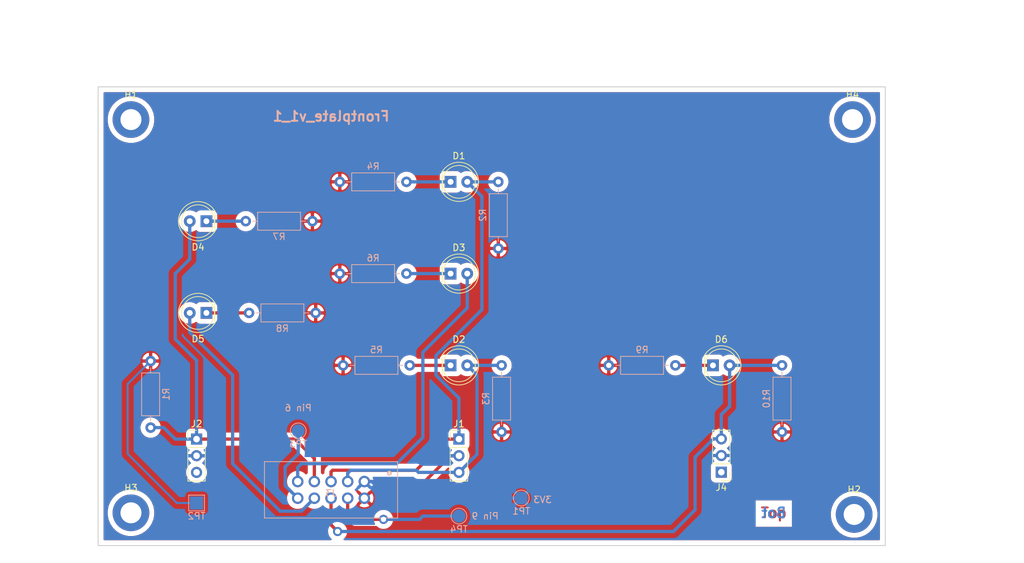
<source format=kicad_pcb>
(kicad_pcb (version 20171130) (host pcbnew "(5.1.12)-1")

  (general
    (thickness 1.6)
    (drawings 20)
    (tracks 96)
    (zones 0)
    (modules 28)
    (nets 19)
  )

  (page A4)
  (title_block
    (title Frontplate)
    (date 2021-11-24)
    (rev 1_1)
    (company FY)
    (comment 1 F.Faber)
  )

  (layers
    (0 F.Cu signal)
    (31 B.Cu signal)
    (32 B.Adhes user)
    (33 F.Adhes user)
    (34 B.Paste user)
    (35 F.Paste user)
    (36 B.SilkS user)
    (37 F.SilkS user)
    (38 B.Mask user)
    (39 F.Mask user)
    (40 Dwgs.User user)
    (41 Cmts.User user)
    (42 Eco1.User user)
    (43 Eco2.User user)
    (44 Edge.Cuts user)
    (45 Margin user)
    (46 B.CrtYd user)
    (47 F.CrtYd user)
    (48 B.Fab user)
    (49 F.Fab user)
  )

  (setup
    (last_trace_width 0.5)
    (trace_clearance 0.5)
    (zone_clearance 0.75)
    (zone_45_only no)
    (trace_min 0.25)
    (via_size 1.2)
    (via_drill 0.8)
    (via_min_size 0.8)
    (via_min_drill 0.3)
    (uvia_size 0.3)
    (uvia_drill 0.1)
    (uvias_allowed no)
    (uvia_min_size 0.2)
    (uvia_min_drill 0.1)
    (edge_width 0.05)
    (segment_width 0.2)
    (pcb_text_width 0.3)
    (pcb_text_size 1.5 1.5)
    (mod_edge_width 0.12)
    (mod_text_size 1 1)
    (mod_text_width 0.15)
    (pad_size 5.6 5.6)
    (pad_drill 3.2)
    (pad_to_mask_clearance 0.05)
    (aux_axis_origin 50 150)
    (grid_origin 50 150)
    (visible_elements 7FFFFFFF)
    (pcbplotparams
      (layerselection 0x010fc_ffffffff)
      (usegerberextensions false)
      (usegerberattributes true)
      (usegerberadvancedattributes false)
      (creategerberjobfile true)
      (excludeedgelayer false)
      (linewidth 0.150000)
      (plotframeref false)
      (viasonmask false)
      (mode 1)
      (useauxorigin true)
      (hpglpennumber 1)
      (hpglpenspeed 20)
      (hpglpendiameter 15.000000)
      (psnegative false)
      (psa4output false)
      (plotreference true)
      (plotvalue true)
      (plotinvisibletext false)
      (padsonsilk true)
      (subtractmaskfromsilk false)
      (outputformat 1)
      (mirror false)
      (drillshape 0)
      (scaleselection 1)
      (outputdirectory "Gerber/"))
  )

  (net 0 "")
  (net 1 "Net-(D1-Pad2)")
  (net 2 "Net-(D1-Pad1)")
  (net 3 "Net-(D2-Pad2)")
  (net 4 "Net-(D2-Pad1)")
  (net 5 "Net-(D3-Pad2)")
  (net 6 "Net-(D3-Pad1)")
  (net 7 "Net-(D4-Pad2)")
  (net 8 "Net-(D4-Pad1)")
  (net 9 "Net-(D5-Pad2)")
  (net 10 "Net-(D5-Pad1)")
  (net 11 +3V3)
  (net 12 GND)
  (net 13 "Net-(D6-Pad2)")
  (net 14 "Net-(D6-Pad1)")
  (net 15 "Net-(J2-Pad3)")
  (net 16 "Net-(J4-Pad1)")
  (net 17 "Net-(J3-Pad9)")
  (net 18 "Net-(J3-Pad6)")

  (net_class Default "This is the default net class."
    (clearance 0.5)
    (trace_width 0.5)
    (via_dia 1.2)
    (via_drill 0.8)
    (uvia_dia 0.3)
    (uvia_drill 0.1)
    (diff_pair_width 0.3)
    (diff_pair_gap 0.25)
    (add_net +3V3)
    (add_net GND)
    (add_net "Net-(D1-Pad1)")
    (add_net "Net-(D1-Pad2)")
    (add_net "Net-(D2-Pad1)")
    (add_net "Net-(D2-Pad2)")
    (add_net "Net-(D3-Pad1)")
    (add_net "Net-(D3-Pad2)")
    (add_net "Net-(D4-Pad1)")
    (add_net "Net-(D4-Pad2)")
    (add_net "Net-(D5-Pad1)")
    (add_net "Net-(D5-Pad2)")
    (add_net "Net-(D6-Pad1)")
    (add_net "Net-(D6-Pad2)")
    (add_net "Net-(J2-Pad3)")
    (add_net "Net-(J3-Pad6)")
    (add_net "Net-(J3-Pad9)")
    (add_net "Net-(J4-Pad1)")
  )

  (module TestPoint:TestPoint_Pad_D2.0mm (layer B.Cu) (tedit 5A0F774F) (tstamp 619E231C)
    (at 80.5 132.5)
    (descr "SMD pad as test Point, diameter 2.0mm")
    (tags "test point SMD pad")
    (path /619E6D21)
    (attr virtual)
    (fp_text reference TP3 (at 0 1.998) (layer B.SilkS)
      (effects (font (size 1 1) (thickness 0.15)) (justify mirror))
    )
    (fp_text value TestPoint (at 0 -2.05) (layer B.Fab)
      (effects (font (size 1 1) (thickness 0.15)) (justify mirror))
    )
    (fp_text user %R (at 0 2) (layer B.Fab)
      (effects (font (size 1 1) (thickness 0.15)) (justify mirror))
    )
    (fp_circle (center 0 0) (end 1.5 0) (layer B.CrtYd) (width 0.05))
    (fp_circle (center 0 0) (end 0 -1.2) (layer B.SilkS) (width 0.12))
    (pad 1 smd circle (at 0 0) (size 2 2) (layers B.Cu B.Mask)
      (net 18 "Net-(J3-Pad6)"))
  )

  (module TestPoint:TestPoint_Pad_D2.0mm (layer B.Cu) (tedit 5A0F774F) (tstamp 619E1BBE)
    (at 105 145.5)
    (descr "SMD pad as test Point, diameter 2.0mm")
    (tags "test point SMD pad")
    (path /619E8023)
    (attr virtual)
    (fp_text reference TP4 (at 0 1.998) (layer B.SilkS)
      (effects (font (size 1 1) (thickness 0.15)) (justify mirror))
    )
    (fp_text value TestPoint (at 0 -2.05) (layer B.Fab)
      (effects (font (size 1 1) (thickness 0.15)) (justify mirror))
    )
    (fp_text user %R (at 0 2) (layer B.Fab)
      (effects (font (size 1 1) (thickness 0.15)) (justify mirror))
    )
    (fp_circle (center 0 0) (end 1.5 0) (layer B.CrtYd) (width 0.05))
    (fp_circle (center 0 0) (end 0 -1.2) (layer B.SilkS) (width 0.12))
    (pad 1 smd circle (at 0 0) (size 2 2) (layers B.Cu B.Mask)
      (net 17 "Net-(J3-Pad9)"))
  )

  (module Connector_PinHeader_2.54mm:PinHeader_1x03_P2.54mm_Vertical (layer F.Cu) (tedit 59FED5CC) (tstamp 6144CA57)
    (at 145 138.8 180)
    (descr "Through hole straight pin header, 1x03, 2.54mm pitch, single row")
    (tags "Through hole pin header THT 1x03 2.54mm single row")
    (path /61459F63)
    (fp_text reference J4 (at 0 -2.33) (layer F.SilkS)
      (effects (font (size 1 1) (thickness 0.15)))
    )
    (fp_text value Conn_01x03 (at 0 7.41) (layer F.Fab)
      (effects (font (size 1 1) (thickness 0.15)))
    )
    (fp_line (start 1.8 -1.8) (end -1.8 -1.8) (layer F.CrtYd) (width 0.05))
    (fp_line (start 1.8 6.85) (end 1.8 -1.8) (layer F.CrtYd) (width 0.05))
    (fp_line (start -1.8 6.85) (end 1.8 6.85) (layer F.CrtYd) (width 0.05))
    (fp_line (start -1.8 -1.8) (end -1.8 6.85) (layer F.CrtYd) (width 0.05))
    (fp_line (start -1.33 -1.33) (end 0 -1.33) (layer F.SilkS) (width 0.12))
    (fp_line (start -1.33 0) (end -1.33 -1.33) (layer F.SilkS) (width 0.12))
    (fp_line (start -1.33 1.27) (end 1.33 1.27) (layer F.SilkS) (width 0.12))
    (fp_line (start 1.33 1.27) (end 1.33 6.41) (layer F.SilkS) (width 0.12))
    (fp_line (start -1.33 1.27) (end -1.33 6.41) (layer F.SilkS) (width 0.12))
    (fp_line (start -1.33 6.41) (end 1.33 6.41) (layer F.SilkS) (width 0.12))
    (fp_line (start -1.27 -0.635) (end -0.635 -1.27) (layer F.Fab) (width 0.1))
    (fp_line (start -1.27 6.35) (end -1.27 -0.635) (layer F.Fab) (width 0.1))
    (fp_line (start 1.27 6.35) (end -1.27 6.35) (layer F.Fab) (width 0.1))
    (fp_line (start 1.27 -1.27) (end 1.27 6.35) (layer F.Fab) (width 0.1))
    (fp_line (start -0.635 -1.27) (end 1.27 -1.27) (layer F.Fab) (width 0.1))
    (fp_text user %R (at 0 2.54 90) (layer F.Fab)
      (effects (font (size 1 1) (thickness 0.15)))
    )
    (pad 3 thru_hole oval (at 0 5.08 180) (size 1.7 1.7) (drill 1) (layers *.Cu *.Mask)
      (net 13 "Net-(D6-Pad2)"))
    (pad 2 thru_hole oval (at 0 2.54 180) (size 1.7 1.7) (drill 1) (layers *.Cu *.Mask)
      (net 11 +3V3))
    (pad 1 thru_hole rect (at 0 0 180) (size 1.7 1.7) (drill 1) (layers *.Cu *.Mask)
      (net 16 "Net-(J4-Pad1)"))
    (model ${KISYS3DMOD}/Connector_PinHeader_2.54mm.3dshapes/PinHeader_1x03_P2.54mm_Vertical.wrl
      (at (xyz 0 0 0))
      (scale (xyz 1 1 1))
      (rotate (xyz 0 0 0))
    )
  )

  (module Connector_PinHeader_2.54mm:PinHeader_1x03_P2.54mm_Vertical (layer F.Cu) (tedit 59FED5CC) (tstamp 61431978)
    (at 65 133.75)
    (descr "Through hole straight pin header, 1x03, 2.54mm pitch, single row")
    (tags "Through hole pin header THT 1x03 2.54mm single row")
    (path /6142F01D)
    (fp_text reference J2 (at 0 -2.33) (layer F.SilkS)
      (effects (font (size 1 1) (thickness 0.15)))
    )
    (fp_text value Conn_01x03 (at 0 7.41) (layer F.Fab)
      (effects (font (size 1 1) (thickness 0.15)))
    )
    (fp_line (start 1.8 -1.8) (end -1.8 -1.8) (layer F.CrtYd) (width 0.05))
    (fp_line (start 1.8 6.85) (end 1.8 -1.8) (layer F.CrtYd) (width 0.05))
    (fp_line (start -1.8 6.85) (end 1.8 6.85) (layer F.CrtYd) (width 0.05))
    (fp_line (start -1.8 -1.8) (end -1.8 6.85) (layer F.CrtYd) (width 0.05))
    (fp_line (start -1.33 -1.33) (end 0 -1.33) (layer F.SilkS) (width 0.12))
    (fp_line (start -1.33 0) (end -1.33 -1.33) (layer F.SilkS) (width 0.12))
    (fp_line (start -1.33 1.27) (end 1.33 1.27) (layer F.SilkS) (width 0.12))
    (fp_line (start 1.33 1.27) (end 1.33 6.41) (layer F.SilkS) (width 0.12))
    (fp_line (start -1.33 1.27) (end -1.33 6.41) (layer F.SilkS) (width 0.12))
    (fp_line (start -1.33 6.41) (end 1.33 6.41) (layer F.SilkS) (width 0.12))
    (fp_line (start -1.27 -0.635) (end -0.635 -1.27) (layer F.Fab) (width 0.1))
    (fp_line (start -1.27 6.35) (end -1.27 -0.635) (layer F.Fab) (width 0.1))
    (fp_line (start 1.27 6.35) (end -1.27 6.35) (layer F.Fab) (width 0.1))
    (fp_line (start 1.27 -1.27) (end 1.27 6.35) (layer F.Fab) (width 0.1))
    (fp_line (start -0.635 -1.27) (end 1.27 -1.27) (layer F.Fab) (width 0.1))
    (fp_text user %R (at 0 2.54 90) (layer F.Fab)
      (effects (font (size 1 1) (thickness 0.15)))
    )
    (pad 3 thru_hole oval (at 0 5.08) (size 1.7 1.7) (drill 1) (layers *.Cu *.Mask)
      (net 15 "Net-(J2-Pad3)"))
    (pad 2 thru_hole oval (at 0 2.54) (size 1.7 1.7) (drill 1) (layers *.Cu *.Mask)
      (net 11 +3V3))
    (pad 1 thru_hole rect (at 0 0) (size 1.7 1.7) (drill 1) (layers *.Cu *.Mask)
      (net 7 "Net-(D4-Pad2)"))
    (model ${KISYS3DMOD}/Connector_PinHeader_2.54mm.3dshapes/PinHeader_1x03_P2.54mm_Vertical.wrl
      (at (xyz 0 0 0))
      (scale (xyz 1 1 1))
      (rotate (xyz 0 0 0))
    )
  )

  (module Eigene:Muekra_10pol_Pfostenstecker (layer B.Cu) (tedit 61446FC6) (tstamp 61442922)
    (at 85.5 141.5 180)
    (descr "Pfostenstecker, 10_Pol, THT")
    (path /6143905D)
    (fp_text reference J3 (at 0 -0.5) (layer B.SilkS)
      (effects (font (size 1 1) (thickness 0.15)) (justify mirror))
    )
    (fp_text value Conn_02x05_Counter_Clockwise (at 0 0.5) (layer B.Fab)
      (effects (font (size 1 1) (thickness 0.15)) (justify mirror))
    )
    (fp_circle (center -8.89 2.54) (end -8.64 2.54) (layer B.SilkS) (width 0.25))
    (fp_line (start -10.15 4.3) (end -10.15 -4.3) (layer B.SilkS) (width 0.12))
    (fp_line (start -10.15 4.3) (end 10.15 4.3) (layer B.SilkS) (width 0.12))
    (fp_line (start 10.15 4.3) (end 10.15 -4.3) (layer B.SilkS) (width 0.12))
    (fp_line (start 10.15 -4.3) (end -10.15 -4.3) (layer B.SilkS) (width 0.12))
    (pad 10 thru_hole circle (at -5.08 -1.27 180) (size 1.75 1.75) (drill 1.1) (layers *.Cu *.Mask)
      (net 12 GND))
    (pad 9 thru_hole circle (at -2.54 -1.27 180) (size 1.75 1.75) (drill 1.1) (layers *.Cu *.Mask)
      (net 17 "Net-(J3-Pad9)"))
    (pad 8 thru_hole circle (at 0 -1.27 180) (size 1.75 1.75) (drill 1.1) (layers *.Cu *.Mask)
      (net 13 "Net-(D6-Pad2)"))
    (pad 7 thru_hole circle (at 2.54 -1.27 180) (size 1.75 1.75) (drill 1.1) (layers *.Cu *.Mask)
      (net 9 "Net-(D5-Pad2)"))
    (pad 6 thru_hole circle (at 5.08 -1.27 180) (size 1.75 1.75) (drill 1.1) (layers *.Cu *.Mask)
      (net 18 "Net-(J3-Pad6)"))
    (pad 5 thru_hole circle (at 5.08 1.27 180) (size 1.75 1.75) (drill 1.1) (layers *.Cu *.Mask)
      (net 5 "Net-(D3-Pad2)"))
    (pad 4 thru_hole circle (at 2.54 1.27 180) (size 1.75 1.75) (drill 1.1) (layers *.Cu *.Mask)
      (net 7 "Net-(D4-Pad2)"))
    (pad 3 thru_hole circle (at 0 1.27 180) (size 1.75 1.75) (drill 1.1) (layers *.Cu *.Mask)
      (net 1 "Net-(D1-Pad2)"))
    (pad 2 thru_hole circle (at -2.54 1.27 180) (size 1.75 1.75) (drill 1.1) (layers *.Cu *.Mask)
      (net 3 "Net-(D2-Pad2)"))
    (pad 1 thru_hole circle (at -5.08 1.27 180) (size 1.75 1.75) (drill 1.1) (layers *.Cu *.Mask)
      (net 11 +3V3))
  )

  (module Resistor_THT:R_Axial_DIN0207_L6.3mm_D2.5mm_P10.16mm_Horizontal (layer B.Cu) (tedit 5AE5139B) (tstamp 6144CBE5)
    (at 154.25 122.5 270)
    (descr "Resistor, Axial_DIN0207 series, Axial, Horizontal, pin pitch=10.16mm, 0.25W = 1/4W, length*diameter=6.3*2.5mm^2, http://cdn-reichelt.de/documents/datenblatt/B400/1_4W%23YAG.pdf")
    (tags "Resistor Axial_DIN0207 series Axial Horizontal pin pitch 10.16mm 0.25W = 1/4W length 6.3mm diameter 2.5mm")
    (path /6145DA27)
    (fp_text reference R10 (at 5.08 2.37 270) (layer B.SilkS)
      (effects (font (size 1 1) (thickness 0.15)) (justify mirror))
    )
    (fp_text value 10k (at 5.08 -2.37 270) (layer B.Fab)
      (effects (font (size 1 1) (thickness 0.15)) (justify mirror))
    )
    (fp_line (start 11.21 1.5) (end -1.05 1.5) (layer B.CrtYd) (width 0.05))
    (fp_line (start 11.21 -1.5) (end 11.21 1.5) (layer B.CrtYd) (width 0.05))
    (fp_line (start -1.05 -1.5) (end 11.21 -1.5) (layer B.CrtYd) (width 0.05))
    (fp_line (start -1.05 1.5) (end -1.05 -1.5) (layer B.CrtYd) (width 0.05))
    (fp_line (start 9.12 0) (end 8.35 0) (layer B.SilkS) (width 0.12))
    (fp_line (start 1.04 0) (end 1.81 0) (layer B.SilkS) (width 0.12))
    (fp_line (start 8.35 1.37) (end 1.81 1.37) (layer B.SilkS) (width 0.12))
    (fp_line (start 8.35 -1.37) (end 8.35 1.37) (layer B.SilkS) (width 0.12))
    (fp_line (start 1.81 -1.37) (end 8.35 -1.37) (layer B.SilkS) (width 0.12))
    (fp_line (start 1.81 1.37) (end 1.81 -1.37) (layer B.SilkS) (width 0.12))
    (fp_line (start 10.16 0) (end 8.23 0) (layer B.Fab) (width 0.1))
    (fp_line (start 0 0) (end 1.93 0) (layer B.Fab) (width 0.1))
    (fp_line (start 8.23 1.25) (end 1.93 1.25) (layer B.Fab) (width 0.1))
    (fp_line (start 8.23 -1.25) (end 8.23 1.25) (layer B.Fab) (width 0.1))
    (fp_line (start 1.93 -1.25) (end 8.23 -1.25) (layer B.Fab) (width 0.1))
    (fp_line (start 1.93 1.25) (end 1.93 -1.25) (layer B.Fab) (width 0.1))
    (fp_text user %R (at 5.08 0 270) (layer B.Fab)
      (effects (font (size 1 1) (thickness 0.15)) (justify mirror))
    )
    (pad 2 thru_hole oval (at 10.16 0 270) (size 1.6 1.6) (drill 0.8) (layers *.Cu *.Mask)
      (net 12 GND))
    (pad 1 thru_hole circle (at 0 0 270) (size 1.6 1.6) (drill 0.8) (layers *.Cu *.Mask)
      (net 13 "Net-(D6-Pad2)"))
    (model ${KISYS3DMOD}/Resistor_THT.3dshapes/R_Axial_DIN0207_L6.3mm_D2.5mm_P10.16mm_Horizontal.wrl
      (at (xyz 0 0 0))
      (scale (xyz 1 1 1))
      (rotate (xyz 0 0 0))
    )
  )

  (module Resistor_THT:R_Axial_DIN0207_L6.3mm_D2.5mm_P10.16mm_Horizontal (layer B.Cu) (tedit 5AE5139B) (tstamp 6144CBCE)
    (at 138 122.5 180)
    (descr "Resistor, Axial_DIN0207 series, Axial, Horizontal, pin pitch=10.16mm, 0.25W = 1/4W, length*diameter=6.3*2.5mm^2, http://cdn-reichelt.de/documents/datenblatt/B400/1_4W%23YAG.pdf")
    (tags "Resistor Axial_DIN0207 series Axial Horizontal pin pitch 10.16mm 0.25W = 1/4W length 6.3mm diameter 2.5mm")
    (path /6146507F)
    (fp_text reference R9 (at 5.08 2.37) (layer B.SilkS)
      (effects (font (size 1 1) (thickness 0.15)) (justify mirror))
    )
    (fp_text value 470k (at 5.08 -2.37) (layer B.Fab)
      (effects (font (size 1 1) (thickness 0.15)) (justify mirror))
    )
    (fp_line (start 11.21 1.5) (end -1.05 1.5) (layer B.CrtYd) (width 0.05))
    (fp_line (start 11.21 -1.5) (end 11.21 1.5) (layer B.CrtYd) (width 0.05))
    (fp_line (start -1.05 -1.5) (end 11.21 -1.5) (layer B.CrtYd) (width 0.05))
    (fp_line (start -1.05 1.5) (end -1.05 -1.5) (layer B.CrtYd) (width 0.05))
    (fp_line (start 9.12 0) (end 8.35 0) (layer B.SilkS) (width 0.12))
    (fp_line (start 1.04 0) (end 1.81 0) (layer B.SilkS) (width 0.12))
    (fp_line (start 8.35 1.37) (end 1.81 1.37) (layer B.SilkS) (width 0.12))
    (fp_line (start 8.35 -1.37) (end 8.35 1.37) (layer B.SilkS) (width 0.12))
    (fp_line (start 1.81 -1.37) (end 8.35 -1.37) (layer B.SilkS) (width 0.12))
    (fp_line (start 1.81 1.37) (end 1.81 -1.37) (layer B.SilkS) (width 0.12))
    (fp_line (start 10.16 0) (end 8.23 0) (layer B.Fab) (width 0.1))
    (fp_line (start 0 0) (end 1.93 0) (layer B.Fab) (width 0.1))
    (fp_line (start 8.23 1.25) (end 1.93 1.25) (layer B.Fab) (width 0.1))
    (fp_line (start 8.23 -1.25) (end 8.23 1.25) (layer B.Fab) (width 0.1))
    (fp_line (start 1.93 -1.25) (end 8.23 -1.25) (layer B.Fab) (width 0.1))
    (fp_line (start 1.93 1.25) (end 1.93 -1.25) (layer B.Fab) (width 0.1))
    (fp_text user %R (at 5.08 0) (layer B.Fab)
      (effects (font (size 1 1) (thickness 0.15)) (justify mirror))
    )
    (pad 2 thru_hole oval (at 10.16 0 180) (size 1.6 1.6) (drill 0.8) (layers *.Cu *.Mask)
      (net 12 GND))
    (pad 1 thru_hole circle (at 0 0 180) (size 1.6 1.6) (drill 0.8) (layers *.Cu *.Mask)
      (net 14 "Net-(D6-Pad1)"))
    (model ${KISYS3DMOD}/Resistor_THT.3dshapes/R_Axial_DIN0207_L6.3mm_D2.5mm_P10.16mm_Horizontal.wrl
      (at (xyz 0 0 0))
      (scale (xyz 1 1 1))
      (rotate (xyz 0 0 0))
    )
  )

  (module LED_THT:LED_D5.0mm (layer F.Cu) (tedit 5995936A) (tstamp 6144C9A2)
    (at 143.725 122.5)
    (descr "LED, diameter 5.0mm, 2 pins, http://cdn-reichelt.de/documents/datenblatt/A500/LL-504BC2E-009.pdf")
    (tags "LED diameter 5.0mm 2 pins")
    (path /61465085)
    (fp_text reference D6 (at 1.27 -3.96) (layer F.SilkS)
      (effects (font (size 1 1) (thickness 0.15)))
    )
    (fp_text value LED (at 1.27 3.96) (layer F.Fab)
      (effects (font (size 1 1) (thickness 0.15)))
    )
    (fp_line (start 4.5 -3.25) (end -1.95 -3.25) (layer F.CrtYd) (width 0.05))
    (fp_line (start 4.5 3.25) (end 4.5 -3.25) (layer F.CrtYd) (width 0.05))
    (fp_line (start -1.95 3.25) (end 4.5 3.25) (layer F.CrtYd) (width 0.05))
    (fp_line (start -1.95 -3.25) (end -1.95 3.25) (layer F.CrtYd) (width 0.05))
    (fp_line (start -1.29 -1.545) (end -1.29 1.545) (layer F.SilkS) (width 0.12))
    (fp_line (start -1.23 -1.469694) (end -1.23 1.469694) (layer F.Fab) (width 0.1))
    (fp_circle (center 1.27 0) (end 3.77 0) (layer F.SilkS) (width 0.12))
    (fp_circle (center 1.27 0) (end 3.77 0) (layer F.Fab) (width 0.1))
    (fp_text user %R (at 1.25 0) (layer F.Fab)
      (effects (font (size 0.8 0.8) (thickness 0.2)))
    )
    (fp_arc (start 1.27 0) (end -1.29 1.54483) (angle -148.9) (layer F.SilkS) (width 0.12))
    (fp_arc (start 1.27 0) (end -1.29 -1.54483) (angle 148.9) (layer F.SilkS) (width 0.12))
    (fp_arc (start 1.27 0) (end -1.23 -1.469694) (angle 299.1) (layer F.Fab) (width 0.1))
    (pad 2 thru_hole circle (at 2.54 0) (size 1.8 1.8) (drill 0.9) (layers *.Cu *.Mask)
      (net 13 "Net-(D6-Pad2)"))
    (pad 1 thru_hole rect (at 0 0) (size 1.8 1.8) (drill 0.9) (layers *.Cu *.Mask)
      (net 14 "Net-(D6-Pad1)"))
    (model ${KISYS3DMOD}/LED_THT.3dshapes/LED_D5.0mm.wrl
      (at (xyz 0 0 0))
      (scale (xyz 1 1 1))
      (rotate (xyz 0 0 0))
    )
  )

  (module MountingHole:MountingHole_3.2mm_M3_DIN965_Pad (layer F.Cu) (tedit 56D1B4CB) (tstamp 61432621)
    (at 165 85)
    (descr "Mounting Hole 3.2mm, M3, DIN965")
    (tags "mounting hole 3.2mm m3 din965")
    (path /6144B9FD)
    (attr virtual)
    (fp_text reference H4 (at 0 -3.8) (layer F.SilkS)
      (effects (font (size 1 1) (thickness 0.15)))
    )
    (fp_text value MountingHole (at 0 3.8) (layer F.Fab)
      (effects (font (size 1 1) (thickness 0.15)))
    )
    (fp_circle (center 0 0) (end 3.05 0) (layer F.CrtYd) (width 0.05))
    (fp_circle (center 0 0) (end 2.8 0) (layer Cmts.User) (width 0.15))
    (fp_text user %R (at 0.3 0) (layer F.Fab)
      (effects (font (size 1 1) (thickness 0.15)))
    )
    (pad 1 thru_hole circle (at 0 0) (size 5.6 5.6) (drill 3.2) (layers *.Cu *.Mask))
  )

  (module MountingHole:MountingHole_3.2mm_M3_DIN965_Pad (layer F.Cu) (tedit 56D1B4CB) (tstamp 61432619)
    (at 55 145)
    (descr "Mounting Hole 3.2mm, M3, DIN965")
    (tags "mounting hole 3.2mm m3 din965")
    (path /6144AFBB)
    (attr virtual)
    (fp_text reference H3 (at 0 -3.8) (layer F.SilkS)
      (effects (font (size 1 1) (thickness 0.15)))
    )
    (fp_text value MountingHole (at 0 3.8) (layer F.Fab)
      (effects (font (size 1 1) (thickness 0.15)))
    )
    (fp_circle (center 0 0) (end 3.05 0) (layer F.CrtYd) (width 0.05))
    (fp_circle (center 0 0) (end 2.8 0) (layer Cmts.User) (width 0.15))
    (fp_text user %R (at 0.3 0) (layer F.Fab)
      (effects (font (size 1 1) (thickness 0.15)))
    )
    (pad 1 thru_hole circle (at 0 0) (size 5.6 5.6) (drill 3.2) (layers *.Cu *.Mask))
  )

  (module MountingHole:MountingHole_3.2mm_M3_DIN965_Pad (layer F.Cu) (tedit 56D1B4CB) (tstamp 61432611)
    (at 165.25 145.25)
    (descr "Mounting Hole 3.2mm, M3, DIN965")
    (tags "mounting hole 3.2mm m3 din965")
    (path /6144A599)
    (attr virtual)
    (fp_text reference H2 (at 0 -3.8) (layer F.SilkS)
      (effects (font (size 1 1) (thickness 0.15)))
    )
    (fp_text value MountingHole (at 0 3.8) (layer F.Fab)
      (effects (font (size 1 1) (thickness 0.15)))
    )
    (fp_circle (center 0 0) (end 3.05 0) (layer F.CrtYd) (width 0.05))
    (fp_circle (center 0 0) (end 2.8 0) (layer Cmts.User) (width 0.15))
    (fp_text user %R (at 0.3 0) (layer F.Fab)
      (effects (font (size 1 1) (thickness 0.15)))
    )
    (pad 1 thru_hole circle (at 0 0) (size 5.6 5.6) (drill 3.2) (layers *.Cu *.Mask))
  )

  (module MountingHole:MountingHole_3.2mm_M3_DIN965_Pad (layer F.Cu) (tedit 56D1B4CB) (tstamp 61432609)
    (at 55 85)
    (descr "Mounting Hole 3.2mm, M3, DIN965")
    (tags "mounting hole 3.2mm m3 din965")
    (path /61449A93)
    (attr virtual)
    (fp_text reference H1 (at 0 -3.8) (layer F.SilkS)
      (effects (font (size 1 1) (thickness 0.15)))
    )
    (fp_text value MountingHole (at 0 3.8) (layer F.Fab)
      (effects (font (size 1 1) (thickness 0.15)))
    )
    (fp_circle (center 0 0) (end 3.05 0) (layer F.CrtYd) (width 0.05))
    (fp_circle (center 0 0) (end 2.8 0) (layer Cmts.User) (width 0.15))
    (fp_text user %R (at 0.3 0) (layer F.Fab)
      (effects (font (size 1 1) (thickness 0.15)))
    )
    (pad 1 thru_hole circle (at 0 0) (size 5.6 5.6) (drill 3.2) (layers *.Cu *.Mask))
  )

  (module TestPoint:TestPoint_Pad_2.0x2.0mm (layer B.Cu) (tedit 5A0F774F) (tstamp 6142F76F)
    (at 65 143.5)
    (descr "SMD rectangular pad as test Point, square 2.0mm side length")
    (tags "test point SMD pad rectangle square")
    (path /6143DA51)
    (attr virtual)
    (fp_text reference TP2 (at 0 1.998) (layer B.SilkS)
      (effects (font (size 1 1) (thickness 0.15)) (justify mirror))
    )
    (fp_text value TestPoint (at 0 -2.05) (layer B.Fab)
      (effects (font (size 1 1) (thickness 0.15)) (justify mirror))
    )
    (fp_line (start 1.5 -1.5) (end -1.5 -1.5) (layer B.CrtYd) (width 0.05))
    (fp_line (start 1.5 -1.5) (end 1.5 1.5) (layer B.CrtYd) (width 0.05))
    (fp_line (start -1.5 1.5) (end -1.5 -1.5) (layer B.CrtYd) (width 0.05))
    (fp_line (start -1.5 1.5) (end 1.5 1.5) (layer B.CrtYd) (width 0.05))
    (fp_line (start -1.2 -1.2) (end -1.2 1.2) (layer B.SilkS) (width 0.12))
    (fp_line (start 1.2 -1.2) (end -1.2 -1.2) (layer B.SilkS) (width 0.12))
    (fp_line (start 1.2 1.2) (end 1.2 -1.2) (layer B.SilkS) (width 0.12))
    (fp_line (start -1.2 1.2) (end 1.2 1.2) (layer B.SilkS) (width 0.12))
    (fp_text user %R (at 0 2) (layer B.Fab)
      (effects (font (size 1 1) (thickness 0.15)) (justify mirror))
    )
    (pad 1 smd rect (at 0 0) (size 2 2) (layers B.Cu B.Mask)
      (net 12 GND))
  )

  (module TestPoint:TestPoint_Pad_D2.0mm (layer B.Cu) (tedit 5A0F774F) (tstamp 6142F761)
    (at 114.5 142.75)
    (descr "SMD pad as test Point, diameter 2.0mm")
    (tags "test point SMD pad")
    (path /6143EC5E)
    (attr virtual)
    (fp_text reference TP1 (at 0 1.998) (layer B.SilkS)
      (effects (font (size 1 1) (thickness 0.15)) (justify mirror))
    )
    (fp_text value TestPoint (at 0 -2.05) (layer B.Fab)
      (effects (font (size 1 1) (thickness 0.15)) (justify mirror))
    )
    (fp_circle (center 0 0) (end 0 -1.2) (layer B.SilkS) (width 0.12))
    (fp_circle (center 0 0) (end 1.5 0) (layer B.CrtYd) (width 0.05))
    (fp_text user %R (at 0 2) (layer B.Fab)
      (effects (font (size 1 1) (thickness 0.15)) (justify mirror))
    )
    (pad 1 smd circle (at 0 0) (size 2 2) (layers B.Cu B.Mask)
      (net 11 +3V3))
  )

  (module Resistor_THT:R_Axial_DIN0207_L6.3mm_D2.5mm_P10.16mm_Horizontal (layer B.Cu) (tedit 5AE5139B) (tstamp 614443D1)
    (at 73 114.5)
    (descr "Resistor, Axial_DIN0207 series, Axial, Horizontal, pin pitch=10.16mm, 0.25W = 1/4W, length*diameter=6.3*2.5mm^2, http://cdn-reichelt.de/documents/datenblatt/B400/1_4W%23YAG.pdf")
    (tags "Resistor Axial_DIN0207 series Axial Horizontal pin pitch 10.16mm 0.25W = 1/4W length 6.3mm diameter 2.5mm")
    (path /6143719F)
    (fp_text reference R8 (at 5.08 2.37) (layer B.SilkS)
      (effects (font (size 1 1) (thickness 0.15)) (justify mirror))
    )
    (fp_text value 470k (at 5.08 -2.37) (layer B.Fab)
      (effects (font (size 1 1) (thickness 0.15)) (justify mirror))
    )
    (fp_line (start 11.21 1.5) (end -1.05 1.5) (layer B.CrtYd) (width 0.05))
    (fp_line (start 11.21 -1.5) (end 11.21 1.5) (layer B.CrtYd) (width 0.05))
    (fp_line (start -1.05 -1.5) (end 11.21 -1.5) (layer B.CrtYd) (width 0.05))
    (fp_line (start -1.05 1.5) (end -1.05 -1.5) (layer B.CrtYd) (width 0.05))
    (fp_line (start 9.12 0) (end 8.35 0) (layer B.SilkS) (width 0.12))
    (fp_line (start 1.04 0) (end 1.81 0) (layer B.SilkS) (width 0.12))
    (fp_line (start 8.35 1.37) (end 1.81 1.37) (layer B.SilkS) (width 0.12))
    (fp_line (start 8.35 -1.37) (end 8.35 1.37) (layer B.SilkS) (width 0.12))
    (fp_line (start 1.81 -1.37) (end 8.35 -1.37) (layer B.SilkS) (width 0.12))
    (fp_line (start 1.81 1.37) (end 1.81 -1.37) (layer B.SilkS) (width 0.12))
    (fp_line (start 10.16 0) (end 8.23 0) (layer B.Fab) (width 0.1))
    (fp_line (start 0 0) (end 1.93 0) (layer B.Fab) (width 0.1))
    (fp_line (start 8.23 1.25) (end 1.93 1.25) (layer B.Fab) (width 0.1))
    (fp_line (start 8.23 -1.25) (end 8.23 1.25) (layer B.Fab) (width 0.1))
    (fp_line (start 1.93 -1.25) (end 8.23 -1.25) (layer B.Fab) (width 0.1))
    (fp_line (start 1.93 1.25) (end 1.93 -1.25) (layer B.Fab) (width 0.1))
    (fp_text user %R (at 5.08 0) (layer B.Fab)
      (effects (font (size 1 1) (thickness 0.15)) (justify mirror))
    )
    (pad 2 thru_hole oval (at 10.16 0) (size 1.6 1.6) (drill 0.8) (layers *.Cu *.Mask)
      (net 12 GND))
    (pad 1 thru_hole circle (at 0 0) (size 1.6 1.6) (drill 0.8) (layers *.Cu *.Mask)
      (net 10 "Net-(D5-Pad1)"))
    (model ${KISYS3DMOD}/Resistor_THT.3dshapes/R_Axial_DIN0207_L6.3mm_D2.5mm_P10.16mm_Horizontal.wrl
      (at (xyz 0 0 0))
      (scale (xyz 1 1 1))
      (rotate (xyz 0 0 0))
    )
  )

  (module Resistor_THT:R_Axial_DIN0207_L6.3mm_D2.5mm_P10.16mm_Horizontal (layer B.Cu) (tedit 5AE5139B) (tstamp 6142F742)
    (at 72.5 100.5)
    (descr "Resistor, Axial_DIN0207 series, Axial, Horizontal, pin pitch=10.16mm, 0.25W = 1/4W, length*diameter=6.3*2.5mm^2, http://cdn-reichelt.de/documents/datenblatt/B400/1_4W%23YAG.pdf")
    (tags "Resistor Axial_DIN0207 series Axial Horizontal pin pitch 10.16mm 0.25W = 1/4W length 6.3mm diameter 2.5mm")
    (path /61436A51)
    (fp_text reference R7 (at 5.08 2.37) (layer B.SilkS)
      (effects (font (size 1 1) (thickness 0.15)) (justify mirror))
    )
    (fp_text value 470k (at 5.08 -2.37) (layer B.Fab)
      (effects (font (size 1 1) (thickness 0.15)) (justify mirror))
    )
    (fp_line (start 11.21 1.5) (end -1.05 1.5) (layer B.CrtYd) (width 0.05))
    (fp_line (start 11.21 -1.5) (end 11.21 1.5) (layer B.CrtYd) (width 0.05))
    (fp_line (start -1.05 -1.5) (end 11.21 -1.5) (layer B.CrtYd) (width 0.05))
    (fp_line (start -1.05 1.5) (end -1.05 -1.5) (layer B.CrtYd) (width 0.05))
    (fp_line (start 9.12 0) (end 8.35 0) (layer B.SilkS) (width 0.12))
    (fp_line (start 1.04 0) (end 1.81 0) (layer B.SilkS) (width 0.12))
    (fp_line (start 8.35 1.37) (end 1.81 1.37) (layer B.SilkS) (width 0.12))
    (fp_line (start 8.35 -1.37) (end 8.35 1.37) (layer B.SilkS) (width 0.12))
    (fp_line (start 1.81 -1.37) (end 8.35 -1.37) (layer B.SilkS) (width 0.12))
    (fp_line (start 1.81 1.37) (end 1.81 -1.37) (layer B.SilkS) (width 0.12))
    (fp_line (start 10.16 0) (end 8.23 0) (layer B.Fab) (width 0.1))
    (fp_line (start 0 0) (end 1.93 0) (layer B.Fab) (width 0.1))
    (fp_line (start 8.23 1.25) (end 1.93 1.25) (layer B.Fab) (width 0.1))
    (fp_line (start 8.23 -1.25) (end 8.23 1.25) (layer B.Fab) (width 0.1))
    (fp_line (start 1.93 -1.25) (end 8.23 -1.25) (layer B.Fab) (width 0.1))
    (fp_line (start 1.93 1.25) (end 1.93 -1.25) (layer B.Fab) (width 0.1))
    (fp_text user %R (at 5.08 0) (layer B.Fab)
      (effects (font (size 1 1) (thickness 0.15)) (justify mirror))
    )
    (pad 2 thru_hole oval (at 10.16 0) (size 1.6 1.6) (drill 0.8) (layers *.Cu *.Mask)
      (net 12 GND))
    (pad 1 thru_hole circle (at 0 0) (size 1.6 1.6) (drill 0.8) (layers *.Cu *.Mask)
      (net 8 "Net-(D4-Pad1)"))
    (model ${KISYS3DMOD}/Resistor_THT.3dshapes/R_Axial_DIN0207_L6.3mm_D2.5mm_P10.16mm_Horizontal.wrl
      (at (xyz 0 0 0))
      (scale (xyz 1 1 1))
      (rotate (xyz 0 0 0))
    )
  )

  (module Resistor_THT:R_Axial_DIN0207_L6.3mm_D2.5mm_P10.16mm_Horizontal (layer B.Cu) (tedit 5AE5139B) (tstamp 6142F72B)
    (at 97 108.5 180)
    (descr "Resistor, Axial_DIN0207 series, Axial, Horizontal, pin pitch=10.16mm, 0.25W = 1/4W, length*diameter=6.3*2.5mm^2, http://cdn-reichelt.de/documents/datenblatt/B400/1_4W%23YAG.pdf")
    (tags "Resistor Axial_DIN0207 series Axial Horizontal pin pitch 10.16mm 0.25W = 1/4W length 6.3mm diameter 2.5mm")
    (path /61436473)
    (fp_text reference R6 (at 5.08 2.37) (layer B.SilkS)
      (effects (font (size 1 1) (thickness 0.15)) (justify mirror))
    )
    (fp_text value 470k (at 5.08 -2.37) (layer B.Fab)
      (effects (font (size 1 1) (thickness 0.15)) (justify mirror))
    )
    (fp_line (start 11.21 1.5) (end -1.05 1.5) (layer B.CrtYd) (width 0.05))
    (fp_line (start 11.21 -1.5) (end 11.21 1.5) (layer B.CrtYd) (width 0.05))
    (fp_line (start -1.05 -1.5) (end 11.21 -1.5) (layer B.CrtYd) (width 0.05))
    (fp_line (start -1.05 1.5) (end -1.05 -1.5) (layer B.CrtYd) (width 0.05))
    (fp_line (start 9.12 0) (end 8.35 0) (layer B.SilkS) (width 0.12))
    (fp_line (start 1.04 0) (end 1.81 0) (layer B.SilkS) (width 0.12))
    (fp_line (start 8.35 1.37) (end 1.81 1.37) (layer B.SilkS) (width 0.12))
    (fp_line (start 8.35 -1.37) (end 8.35 1.37) (layer B.SilkS) (width 0.12))
    (fp_line (start 1.81 -1.37) (end 8.35 -1.37) (layer B.SilkS) (width 0.12))
    (fp_line (start 1.81 1.37) (end 1.81 -1.37) (layer B.SilkS) (width 0.12))
    (fp_line (start 10.16 0) (end 8.23 0) (layer B.Fab) (width 0.1))
    (fp_line (start 0 0) (end 1.93 0) (layer B.Fab) (width 0.1))
    (fp_line (start 8.23 1.25) (end 1.93 1.25) (layer B.Fab) (width 0.1))
    (fp_line (start 8.23 -1.25) (end 8.23 1.25) (layer B.Fab) (width 0.1))
    (fp_line (start 1.93 -1.25) (end 8.23 -1.25) (layer B.Fab) (width 0.1))
    (fp_line (start 1.93 1.25) (end 1.93 -1.25) (layer B.Fab) (width 0.1))
    (fp_text user %R (at 5.08 0) (layer B.Fab)
      (effects (font (size 1 1) (thickness 0.15)) (justify mirror))
    )
    (pad 2 thru_hole oval (at 10.16 0 180) (size 1.6 1.6) (drill 0.8) (layers *.Cu *.Mask)
      (net 12 GND))
    (pad 1 thru_hole circle (at 0 0 180) (size 1.6 1.6) (drill 0.8) (layers *.Cu *.Mask)
      (net 6 "Net-(D3-Pad1)"))
    (model ${KISYS3DMOD}/Resistor_THT.3dshapes/R_Axial_DIN0207_L6.3mm_D2.5mm_P10.16mm_Horizontal.wrl
      (at (xyz 0 0 0))
      (scale (xyz 1 1 1))
      (rotate (xyz 0 0 0))
    )
  )

  (module Resistor_THT:R_Axial_DIN0207_L6.3mm_D2.5mm_P10.16mm_Horizontal (layer B.Cu) (tedit 5AE5139B) (tstamp 6142F714)
    (at 97.5 122.5 180)
    (descr "Resistor, Axial_DIN0207 series, Axial, Horizontal, pin pitch=10.16mm, 0.25W = 1/4W, length*diameter=6.3*2.5mm^2, http://cdn-reichelt.de/documents/datenblatt/B400/1_4W%23YAG.pdf")
    (tags "Resistor Axial_DIN0207 series Axial Horizontal pin pitch 10.16mm 0.25W = 1/4W length 6.3mm diameter 2.5mm")
    (path /61435D81)
    (fp_text reference R5 (at 5.08 2.37) (layer B.SilkS)
      (effects (font (size 1 1) (thickness 0.15)) (justify mirror))
    )
    (fp_text value 470k (at 5.08 -2.37) (layer B.Fab)
      (effects (font (size 1 1) (thickness 0.15)) (justify mirror))
    )
    (fp_line (start 11.21 1.5) (end -1.05 1.5) (layer B.CrtYd) (width 0.05))
    (fp_line (start 11.21 -1.5) (end 11.21 1.5) (layer B.CrtYd) (width 0.05))
    (fp_line (start -1.05 -1.5) (end 11.21 -1.5) (layer B.CrtYd) (width 0.05))
    (fp_line (start -1.05 1.5) (end -1.05 -1.5) (layer B.CrtYd) (width 0.05))
    (fp_line (start 9.12 0) (end 8.35 0) (layer B.SilkS) (width 0.12))
    (fp_line (start 1.04 0) (end 1.81 0) (layer B.SilkS) (width 0.12))
    (fp_line (start 8.35 1.37) (end 1.81 1.37) (layer B.SilkS) (width 0.12))
    (fp_line (start 8.35 -1.37) (end 8.35 1.37) (layer B.SilkS) (width 0.12))
    (fp_line (start 1.81 -1.37) (end 8.35 -1.37) (layer B.SilkS) (width 0.12))
    (fp_line (start 1.81 1.37) (end 1.81 -1.37) (layer B.SilkS) (width 0.12))
    (fp_line (start 10.16 0) (end 8.23 0) (layer B.Fab) (width 0.1))
    (fp_line (start 0 0) (end 1.93 0) (layer B.Fab) (width 0.1))
    (fp_line (start 8.23 1.25) (end 1.93 1.25) (layer B.Fab) (width 0.1))
    (fp_line (start 8.23 -1.25) (end 8.23 1.25) (layer B.Fab) (width 0.1))
    (fp_line (start 1.93 -1.25) (end 8.23 -1.25) (layer B.Fab) (width 0.1))
    (fp_line (start 1.93 1.25) (end 1.93 -1.25) (layer B.Fab) (width 0.1))
    (fp_text user %R (at 5.08 0) (layer B.Fab)
      (effects (font (size 1 1) (thickness 0.15)) (justify mirror))
    )
    (pad 2 thru_hole oval (at 10.16 0 180) (size 1.6 1.6) (drill 0.8) (layers *.Cu *.Mask)
      (net 12 GND))
    (pad 1 thru_hole circle (at 0 0 180) (size 1.6 1.6) (drill 0.8) (layers *.Cu *.Mask)
      (net 4 "Net-(D2-Pad1)"))
    (model ${KISYS3DMOD}/Resistor_THT.3dshapes/R_Axial_DIN0207_L6.3mm_D2.5mm_P10.16mm_Horizontal.wrl
      (at (xyz 0 0 0))
      (scale (xyz 1 1 1))
      (rotate (xyz 0 0 0))
    )
  )

  (module Resistor_THT:R_Axial_DIN0207_L6.3mm_D2.5mm_P10.16mm_Horizontal (layer B.Cu) (tedit 5AE5139B) (tstamp 6142F6FD)
    (at 97 94.5 180)
    (descr "Resistor, Axial_DIN0207 series, Axial, Horizontal, pin pitch=10.16mm, 0.25W = 1/4W, length*diameter=6.3*2.5mm^2, http://cdn-reichelt.de/documents/datenblatt/B400/1_4W%23YAG.pdf")
    (tags "Resistor Axial_DIN0207 series Axial Horizontal pin pitch 10.16mm 0.25W = 1/4W length 6.3mm diameter 2.5mm")
    (path /61430A6F)
    (fp_text reference R4 (at 5.08 2.37) (layer B.SilkS)
      (effects (font (size 1 1) (thickness 0.15)) (justify mirror))
    )
    (fp_text value 470k (at 5.08 -2.37) (layer B.Fab)
      (effects (font (size 1 1) (thickness 0.15)) (justify mirror))
    )
    (fp_line (start 11.21 1.5) (end -1.05 1.5) (layer B.CrtYd) (width 0.05))
    (fp_line (start 11.21 -1.5) (end 11.21 1.5) (layer B.CrtYd) (width 0.05))
    (fp_line (start -1.05 -1.5) (end 11.21 -1.5) (layer B.CrtYd) (width 0.05))
    (fp_line (start -1.05 1.5) (end -1.05 -1.5) (layer B.CrtYd) (width 0.05))
    (fp_line (start 9.12 0) (end 8.35 0) (layer B.SilkS) (width 0.12))
    (fp_line (start 1.04 0) (end 1.81 0) (layer B.SilkS) (width 0.12))
    (fp_line (start 8.35 1.37) (end 1.81 1.37) (layer B.SilkS) (width 0.12))
    (fp_line (start 8.35 -1.37) (end 8.35 1.37) (layer B.SilkS) (width 0.12))
    (fp_line (start 1.81 -1.37) (end 8.35 -1.37) (layer B.SilkS) (width 0.12))
    (fp_line (start 1.81 1.37) (end 1.81 -1.37) (layer B.SilkS) (width 0.12))
    (fp_line (start 10.16 0) (end 8.23 0) (layer B.Fab) (width 0.1))
    (fp_line (start 0 0) (end 1.93 0) (layer B.Fab) (width 0.1))
    (fp_line (start 8.23 1.25) (end 1.93 1.25) (layer B.Fab) (width 0.1))
    (fp_line (start 8.23 -1.25) (end 8.23 1.25) (layer B.Fab) (width 0.1))
    (fp_line (start 1.93 -1.25) (end 8.23 -1.25) (layer B.Fab) (width 0.1))
    (fp_line (start 1.93 1.25) (end 1.93 -1.25) (layer B.Fab) (width 0.1))
    (fp_text user %R (at 5.08 0) (layer B.Fab)
      (effects (font (size 1 1) (thickness 0.15)) (justify mirror))
    )
    (pad 2 thru_hole oval (at 10.16 0 180) (size 1.6 1.6) (drill 0.8) (layers *.Cu *.Mask)
      (net 12 GND))
    (pad 1 thru_hole circle (at 0 0 180) (size 1.6 1.6) (drill 0.8) (layers *.Cu *.Mask)
      (net 2 "Net-(D1-Pad1)"))
    (model ${KISYS3DMOD}/Resistor_THT.3dshapes/R_Axial_DIN0207_L6.3mm_D2.5mm_P10.16mm_Horizontal.wrl
      (at (xyz 0 0 0))
      (scale (xyz 1 1 1))
      (rotate (xyz 0 0 0))
    )
  )

  (module Resistor_THT:R_Axial_DIN0207_L6.3mm_D2.5mm_P10.16mm_Horizontal (layer B.Cu) (tedit 5AE5139B) (tstamp 6142F6E6)
    (at 111.5 122.5 270)
    (descr "Resistor, Axial_DIN0207 series, Axial, Horizontal, pin pitch=10.16mm, 0.25W = 1/4W, length*diameter=6.3*2.5mm^2, http://cdn-reichelt.de/documents/datenblatt/B400/1_4W%23YAG.pdf")
    (tags "Resistor Axial_DIN0207 series Axial Horizontal pin pitch 10.16mm 0.25W = 1/4W length 6.3mm diameter 2.5mm")
    (path /614302B5)
    (fp_text reference R3 (at 5.08 2.37 270) (layer B.SilkS)
      (effects (font (size 1 1) (thickness 0.15)) (justify mirror))
    )
    (fp_text value 10k (at 5.08 -2.37 270) (layer B.Fab)
      (effects (font (size 1 1) (thickness 0.15)) (justify mirror))
    )
    (fp_line (start 11.21 1.5) (end -1.05 1.5) (layer B.CrtYd) (width 0.05))
    (fp_line (start 11.21 -1.5) (end 11.21 1.5) (layer B.CrtYd) (width 0.05))
    (fp_line (start -1.05 -1.5) (end 11.21 -1.5) (layer B.CrtYd) (width 0.05))
    (fp_line (start -1.05 1.5) (end -1.05 -1.5) (layer B.CrtYd) (width 0.05))
    (fp_line (start 9.12 0) (end 8.35 0) (layer B.SilkS) (width 0.12))
    (fp_line (start 1.04 0) (end 1.81 0) (layer B.SilkS) (width 0.12))
    (fp_line (start 8.35 1.37) (end 1.81 1.37) (layer B.SilkS) (width 0.12))
    (fp_line (start 8.35 -1.37) (end 8.35 1.37) (layer B.SilkS) (width 0.12))
    (fp_line (start 1.81 -1.37) (end 8.35 -1.37) (layer B.SilkS) (width 0.12))
    (fp_line (start 1.81 1.37) (end 1.81 -1.37) (layer B.SilkS) (width 0.12))
    (fp_line (start 10.16 0) (end 8.23 0) (layer B.Fab) (width 0.1))
    (fp_line (start 0 0) (end 1.93 0) (layer B.Fab) (width 0.1))
    (fp_line (start 8.23 1.25) (end 1.93 1.25) (layer B.Fab) (width 0.1))
    (fp_line (start 8.23 -1.25) (end 8.23 1.25) (layer B.Fab) (width 0.1))
    (fp_line (start 1.93 -1.25) (end 8.23 -1.25) (layer B.Fab) (width 0.1))
    (fp_line (start 1.93 1.25) (end 1.93 -1.25) (layer B.Fab) (width 0.1))
    (fp_text user %R (at 5.08 0 270) (layer B.Fab)
      (effects (font (size 1 1) (thickness 0.15)) (justify mirror))
    )
    (pad 2 thru_hole oval (at 10.16 0 270) (size 1.6 1.6) (drill 0.8) (layers *.Cu *.Mask)
      (net 12 GND))
    (pad 1 thru_hole circle (at 0 0 270) (size 1.6 1.6) (drill 0.8) (layers *.Cu *.Mask)
      (net 3 "Net-(D2-Pad2)"))
    (model ${KISYS3DMOD}/Resistor_THT.3dshapes/R_Axial_DIN0207_L6.3mm_D2.5mm_P10.16mm_Horizontal.wrl
      (at (xyz 0 0 0))
      (scale (xyz 1 1 1))
      (rotate (xyz 0 0 0))
    )
  )

  (module Resistor_THT:R_Axial_DIN0207_L6.3mm_D2.5mm_P10.16mm_Horizontal (layer B.Cu) (tedit 5AE5139B) (tstamp 6142F6CF)
    (at 111 94.5 270)
    (descr "Resistor, Axial_DIN0207 series, Axial, Horizontal, pin pitch=10.16mm, 0.25W = 1/4W, length*diameter=6.3*2.5mm^2, http://cdn-reichelt.de/documents/datenblatt/B400/1_4W%23YAG.pdf")
    (tags "Resistor Axial_DIN0207 series Axial Horizontal pin pitch 10.16mm 0.25W = 1/4W length 6.3mm diameter 2.5mm")
    (path /6142FFEA)
    (fp_text reference R2 (at 5.08 2.37 270) (layer B.SilkS)
      (effects (font (size 1 1) (thickness 0.15)) (justify mirror))
    )
    (fp_text value 10k (at 5.08 -2.37 270) (layer B.Fab)
      (effects (font (size 1 1) (thickness 0.15)) (justify mirror))
    )
    (fp_line (start 11.21 1.5) (end -1.05 1.5) (layer B.CrtYd) (width 0.05))
    (fp_line (start 11.21 -1.5) (end 11.21 1.5) (layer B.CrtYd) (width 0.05))
    (fp_line (start -1.05 -1.5) (end 11.21 -1.5) (layer B.CrtYd) (width 0.05))
    (fp_line (start -1.05 1.5) (end -1.05 -1.5) (layer B.CrtYd) (width 0.05))
    (fp_line (start 9.12 0) (end 8.35 0) (layer B.SilkS) (width 0.12))
    (fp_line (start 1.04 0) (end 1.81 0) (layer B.SilkS) (width 0.12))
    (fp_line (start 8.35 1.37) (end 1.81 1.37) (layer B.SilkS) (width 0.12))
    (fp_line (start 8.35 -1.37) (end 8.35 1.37) (layer B.SilkS) (width 0.12))
    (fp_line (start 1.81 -1.37) (end 8.35 -1.37) (layer B.SilkS) (width 0.12))
    (fp_line (start 1.81 1.37) (end 1.81 -1.37) (layer B.SilkS) (width 0.12))
    (fp_line (start 10.16 0) (end 8.23 0) (layer B.Fab) (width 0.1))
    (fp_line (start 0 0) (end 1.93 0) (layer B.Fab) (width 0.1))
    (fp_line (start 8.23 1.25) (end 1.93 1.25) (layer B.Fab) (width 0.1))
    (fp_line (start 8.23 -1.25) (end 8.23 1.25) (layer B.Fab) (width 0.1))
    (fp_line (start 1.93 -1.25) (end 8.23 -1.25) (layer B.Fab) (width 0.1))
    (fp_line (start 1.93 1.25) (end 1.93 -1.25) (layer B.Fab) (width 0.1))
    (fp_text user %R (at 5.08 0 270) (layer B.Fab)
      (effects (font (size 1 1) (thickness 0.15)) (justify mirror))
    )
    (pad 2 thru_hole oval (at 10.16 0 270) (size 1.6 1.6) (drill 0.8) (layers *.Cu *.Mask)
      (net 12 GND))
    (pad 1 thru_hole circle (at 0 0 270) (size 1.6 1.6) (drill 0.8) (layers *.Cu *.Mask)
      (net 1 "Net-(D1-Pad2)"))
    (model ${KISYS3DMOD}/Resistor_THT.3dshapes/R_Axial_DIN0207_L6.3mm_D2.5mm_P10.16mm_Horizontal.wrl
      (at (xyz 0 0 0))
      (scale (xyz 1 1 1))
      (rotate (xyz 0 0 0))
    )
  )

  (module Resistor_THT:R_Axial_DIN0207_L6.3mm_D2.5mm_P10.16mm_Horizontal (layer B.Cu) (tedit 5AE5139B) (tstamp 6142F6B8)
    (at 58 132 90)
    (descr "Resistor, Axial_DIN0207 series, Axial, Horizontal, pin pitch=10.16mm, 0.25W = 1/4W, length*diameter=6.3*2.5mm^2, http://cdn-reichelt.de/documents/datenblatt/B400/1_4W%23YAG.pdf")
    (tags "Resistor Axial_DIN0207 series Axial Horizontal pin pitch 10.16mm 0.25W = 1/4W length 6.3mm diameter 2.5mm")
    (path /6142F958)
    (fp_text reference R1 (at 5.08 2.37 270) (layer B.SilkS)
      (effects (font (size 1 1) (thickness 0.15)) (justify mirror))
    )
    (fp_text value 10k (at 5.08 -2.37 270) (layer B.Fab)
      (effects (font (size 1 1) (thickness 0.15)) (justify mirror))
    )
    (fp_line (start 11.21 1.5) (end -1.05 1.5) (layer B.CrtYd) (width 0.05))
    (fp_line (start 11.21 -1.5) (end 11.21 1.5) (layer B.CrtYd) (width 0.05))
    (fp_line (start -1.05 -1.5) (end 11.21 -1.5) (layer B.CrtYd) (width 0.05))
    (fp_line (start -1.05 1.5) (end -1.05 -1.5) (layer B.CrtYd) (width 0.05))
    (fp_line (start 9.12 0) (end 8.35 0) (layer B.SilkS) (width 0.12))
    (fp_line (start 1.04 0) (end 1.81 0) (layer B.SilkS) (width 0.12))
    (fp_line (start 8.35 1.37) (end 1.81 1.37) (layer B.SilkS) (width 0.12))
    (fp_line (start 8.35 -1.37) (end 8.35 1.37) (layer B.SilkS) (width 0.12))
    (fp_line (start 1.81 -1.37) (end 8.35 -1.37) (layer B.SilkS) (width 0.12))
    (fp_line (start 1.81 1.37) (end 1.81 -1.37) (layer B.SilkS) (width 0.12))
    (fp_line (start 10.16 0) (end 8.23 0) (layer B.Fab) (width 0.1))
    (fp_line (start 0 0) (end 1.93 0) (layer B.Fab) (width 0.1))
    (fp_line (start 8.23 1.25) (end 1.93 1.25) (layer B.Fab) (width 0.1))
    (fp_line (start 8.23 -1.25) (end 8.23 1.25) (layer B.Fab) (width 0.1))
    (fp_line (start 1.93 -1.25) (end 8.23 -1.25) (layer B.Fab) (width 0.1))
    (fp_line (start 1.93 1.25) (end 1.93 -1.25) (layer B.Fab) (width 0.1))
    (fp_text user %R (at 5.08 0 270) (layer B.Fab)
      (effects (font (size 1 1) (thickness 0.15)) (justify mirror))
    )
    (pad 2 thru_hole oval (at 10.16 0 90) (size 1.6 1.6) (drill 0.8) (layers *.Cu *.Mask)
      (net 12 GND))
    (pad 1 thru_hole circle (at 0 0 90) (size 1.6 1.6) (drill 0.8) (layers *.Cu *.Mask)
      (net 7 "Net-(D4-Pad2)"))
    (model ${KISYS3DMOD}/Resistor_THT.3dshapes/R_Axial_DIN0207_L6.3mm_D2.5mm_P10.16mm_Horizontal.wrl
      (at (xyz 0 0 0))
      (scale (xyz 1 1 1))
      (rotate (xyz 0 0 0))
    )
  )

  (module Connector_PinHeader_2.54mm:PinHeader_1x03_P2.54mm_Vertical (layer F.Cu) (tedit 59FED5CC) (tstamp 6142F684)
    (at 105 133.75)
    (descr "Through hole straight pin header, 1x03, 2.54mm pitch, single row")
    (tags "Through hole pin header THT 1x03 2.54mm single row")
    (path /6142E26C)
    (fp_text reference J1 (at 0 -2.33) (layer F.SilkS)
      (effects (font (size 1 1) (thickness 0.15)))
    )
    (fp_text value Conn_01x03 (at 0 7.41) (layer F.Fab)
      (effects (font (size 1 1) (thickness 0.15)))
    )
    (fp_line (start 1.8 -1.8) (end -1.8 -1.8) (layer F.CrtYd) (width 0.05))
    (fp_line (start 1.8 6.85) (end 1.8 -1.8) (layer F.CrtYd) (width 0.05))
    (fp_line (start -1.8 6.85) (end 1.8 6.85) (layer F.CrtYd) (width 0.05))
    (fp_line (start -1.8 -1.8) (end -1.8 6.85) (layer F.CrtYd) (width 0.05))
    (fp_line (start -1.33 -1.33) (end 0 -1.33) (layer F.SilkS) (width 0.12))
    (fp_line (start -1.33 0) (end -1.33 -1.33) (layer F.SilkS) (width 0.12))
    (fp_line (start -1.33 1.27) (end 1.33 1.27) (layer F.SilkS) (width 0.12))
    (fp_line (start 1.33 1.27) (end 1.33 6.41) (layer F.SilkS) (width 0.12))
    (fp_line (start -1.33 1.27) (end -1.33 6.41) (layer F.SilkS) (width 0.12))
    (fp_line (start -1.33 6.41) (end 1.33 6.41) (layer F.SilkS) (width 0.12))
    (fp_line (start -1.27 -0.635) (end -0.635 -1.27) (layer F.Fab) (width 0.1))
    (fp_line (start -1.27 6.35) (end -1.27 -0.635) (layer F.Fab) (width 0.1))
    (fp_line (start 1.27 6.35) (end -1.27 6.35) (layer F.Fab) (width 0.1))
    (fp_line (start 1.27 -1.27) (end 1.27 6.35) (layer F.Fab) (width 0.1))
    (fp_line (start -0.635 -1.27) (end 1.27 -1.27) (layer F.Fab) (width 0.1))
    (fp_text user %R (at 0 2.54 90) (layer F.Fab)
      (effects (font (size 1 1) (thickness 0.15)))
    )
    (pad 3 thru_hole oval (at 0 5.08) (size 1.7 1.7) (drill 1) (layers *.Cu *.Mask)
      (net 3 "Net-(D2-Pad2)"))
    (pad 2 thru_hole oval (at 0 2.54) (size 1.7 1.7) (drill 1) (layers *.Cu *.Mask)
      (net 11 +3V3))
    (pad 1 thru_hole rect (at 0 0) (size 1.7 1.7) (drill 1) (layers *.Cu *.Mask)
      (net 1 "Net-(D1-Pad2)"))
    (model ${KISYS3DMOD}/Connector_PinHeader_2.54mm.3dshapes/PinHeader_1x03_P2.54mm_Vertical.wrl
      (at (xyz 0 0 0))
      (scale (xyz 1 1 1))
      (rotate (xyz 0 0 0))
    )
  )

  (module LED_THT:LED_D5.0mm (layer F.Cu) (tedit 5995936A) (tstamp 6142F66D)
    (at 66.5 114.5 180)
    (descr "LED, diameter 5.0mm, 2 pins, http://cdn-reichelt.de/documents/datenblatt/A500/LL-504BC2E-009.pdf")
    (tags "LED diameter 5.0mm 2 pins")
    (path /614371A5)
    (fp_text reference D5 (at 1.27 -3.96) (layer F.SilkS)
      (effects (font (size 1 1) (thickness 0.15)))
    )
    (fp_text value LED (at 1.27 3.96) (layer F.Fab)
      (effects (font (size 1 1) (thickness 0.15)))
    )
    (fp_line (start 4.5 -3.25) (end -1.95 -3.25) (layer F.CrtYd) (width 0.05))
    (fp_line (start 4.5 3.25) (end 4.5 -3.25) (layer F.CrtYd) (width 0.05))
    (fp_line (start -1.95 3.25) (end 4.5 3.25) (layer F.CrtYd) (width 0.05))
    (fp_line (start -1.95 -3.25) (end -1.95 3.25) (layer F.CrtYd) (width 0.05))
    (fp_line (start -1.29 -1.545) (end -1.29 1.545) (layer F.SilkS) (width 0.12))
    (fp_line (start -1.23 -1.469694) (end -1.23 1.469694) (layer F.Fab) (width 0.1))
    (fp_circle (center 1.27 0) (end 3.77 0) (layer F.SilkS) (width 0.12))
    (fp_circle (center 1.27 0) (end 3.77 0) (layer F.Fab) (width 0.1))
    (fp_text user %R (at 1.25 0) (layer F.Fab)
      (effects (font (size 0.8 0.8) (thickness 0.2)))
    )
    (fp_arc (start 1.27 0) (end -1.29 1.54483) (angle -148.9) (layer F.SilkS) (width 0.12))
    (fp_arc (start 1.27 0) (end -1.29 -1.54483) (angle 148.9) (layer F.SilkS) (width 0.12))
    (fp_arc (start 1.27 0) (end -1.23 -1.469694) (angle 299.1) (layer F.Fab) (width 0.1))
    (pad 2 thru_hole circle (at 2.54 0 180) (size 1.8 1.8) (drill 0.9) (layers *.Cu *.Mask)
      (net 9 "Net-(D5-Pad2)"))
    (pad 1 thru_hole rect (at 0 0 180) (size 1.8 1.8) (drill 0.9) (layers *.Cu *.Mask)
      (net 10 "Net-(D5-Pad1)"))
    (model ${KISYS3DMOD}/LED_THT.3dshapes/LED_D5.0mm.wrl
      (at (xyz 0 0 0))
      (scale (xyz 1 1 1))
      (rotate (xyz 0 0 0))
    )
  )

  (module LED_THT:LED_D5.0mm (layer F.Cu) (tedit 5995936A) (tstamp 6142F65B)
    (at 66.5 100.5 180)
    (descr "LED, diameter 5.0mm, 2 pins, http://cdn-reichelt.de/documents/datenblatt/A500/LL-504BC2E-009.pdf")
    (tags "LED diameter 5.0mm 2 pins")
    (path /61436A57)
    (fp_text reference D4 (at 1.27 -3.96) (layer F.SilkS)
      (effects (font (size 1 1) (thickness 0.15)))
    )
    (fp_text value LED (at 1.27 3.96) (layer F.Fab)
      (effects (font (size 1 1) (thickness 0.15)))
    )
    (fp_line (start 4.5 -3.25) (end -1.95 -3.25) (layer F.CrtYd) (width 0.05))
    (fp_line (start 4.5 3.25) (end 4.5 -3.25) (layer F.CrtYd) (width 0.05))
    (fp_line (start -1.95 3.25) (end 4.5 3.25) (layer F.CrtYd) (width 0.05))
    (fp_line (start -1.95 -3.25) (end -1.95 3.25) (layer F.CrtYd) (width 0.05))
    (fp_line (start -1.29 -1.545) (end -1.29 1.545) (layer F.SilkS) (width 0.12))
    (fp_line (start -1.23 -1.469694) (end -1.23 1.469694) (layer F.Fab) (width 0.1))
    (fp_circle (center 1.27 0) (end 3.77 0) (layer F.SilkS) (width 0.12))
    (fp_circle (center 1.27 0) (end 3.77 0) (layer F.Fab) (width 0.1))
    (fp_text user %R (at 1.25 0) (layer F.Fab)
      (effects (font (size 0.8 0.8) (thickness 0.2)))
    )
    (fp_arc (start 1.27 0) (end -1.29 1.54483) (angle -148.9) (layer F.SilkS) (width 0.12))
    (fp_arc (start 1.27 0) (end -1.29 -1.54483) (angle 148.9) (layer F.SilkS) (width 0.12))
    (fp_arc (start 1.27 0) (end -1.23 -1.469694) (angle 299.1) (layer F.Fab) (width 0.1))
    (pad 2 thru_hole circle (at 2.54 0 180) (size 1.8 1.8) (drill 0.9) (layers *.Cu *.Mask)
      (net 7 "Net-(D4-Pad2)"))
    (pad 1 thru_hole rect (at 0 0 180) (size 1.8 1.8) (drill 0.9) (layers *.Cu *.Mask)
      (net 8 "Net-(D4-Pad1)"))
    (model ${KISYS3DMOD}/LED_THT.3dshapes/LED_D5.0mm.wrl
      (at (xyz 0 0 0))
      (scale (xyz 1 1 1))
      (rotate (xyz 0 0 0))
    )
  )

  (module LED_THT:LED_D5.0mm (layer F.Cu) (tedit 5995936A) (tstamp 6142F649)
    (at 103.725 108.5)
    (descr "LED, diameter 5.0mm, 2 pins, http://cdn-reichelt.de/documents/datenblatt/A500/LL-504BC2E-009.pdf")
    (tags "LED diameter 5.0mm 2 pins")
    (path /61436479)
    (fp_text reference D3 (at 1.27 -3.96) (layer F.SilkS)
      (effects (font (size 1 1) (thickness 0.15)))
    )
    (fp_text value LED (at 1.27 3.96) (layer F.Fab)
      (effects (font (size 1 1) (thickness 0.15)))
    )
    (fp_line (start 4.5 -3.25) (end -1.95 -3.25) (layer F.CrtYd) (width 0.05))
    (fp_line (start 4.5 3.25) (end 4.5 -3.25) (layer F.CrtYd) (width 0.05))
    (fp_line (start -1.95 3.25) (end 4.5 3.25) (layer F.CrtYd) (width 0.05))
    (fp_line (start -1.95 -3.25) (end -1.95 3.25) (layer F.CrtYd) (width 0.05))
    (fp_line (start -1.29 -1.545) (end -1.29 1.545) (layer F.SilkS) (width 0.12))
    (fp_line (start -1.23 -1.469694) (end -1.23 1.469694) (layer F.Fab) (width 0.1))
    (fp_circle (center 1.27 0) (end 3.77 0) (layer F.SilkS) (width 0.12))
    (fp_circle (center 1.27 0) (end 3.77 0) (layer F.Fab) (width 0.1))
    (fp_text user %R (at 1.25 0) (layer F.Fab)
      (effects (font (size 0.8 0.8) (thickness 0.2)))
    )
    (fp_arc (start 1.27 0) (end -1.29 1.54483) (angle -148.9) (layer F.SilkS) (width 0.12))
    (fp_arc (start 1.27 0) (end -1.29 -1.54483) (angle 148.9) (layer F.SilkS) (width 0.12))
    (fp_arc (start 1.27 0) (end -1.23 -1.469694) (angle 299.1) (layer F.Fab) (width 0.1))
    (pad 2 thru_hole circle (at 2.54 0) (size 1.8 1.8) (drill 0.9) (layers *.Cu *.Mask)
      (net 5 "Net-(D3-Pad2)"))
    (pad 1 thru_hole rect (at 0 0) (size 1.8 1.8) (drill 0.9) (layers *.Cu *.Mask)
      (net 6 "Net-(D3-Pad1)"))
    (model ${KISYS3DMOD}/LED_THT.3dshapes/LED_D5.0mm.wrl
      (at (xyz 0 0 0))
      (scale (xyz 1 1 1))
      (rotate (xyz 0 0 0))
    )
  )

  (module LED_THT:LED_D5.0mm (layer F.Cu) (tedit 5995936A) (tstamp 6142F637)
    (at 103.725 122.5)
    (descr "LED, diameter 5.0mm, 2 pins, http://cdn-reichelt.de/documents/datenblatt/A500/LL-504BC2E-009.pdf")
    (tags "LED diameter 5.0mm 2 pins")
    (path /61435D87)
    (fp_text reference D2 (at 1.27 -3.96) (layer F.SilkS)
      (effects (font (size 1 1) (thickness 0.15)))
    )
    (fp_text value LED (at 1.27 3.96) (layer F.Fab)
      (effects (font (size 1 1) (thickness 0.15)))
    )
    (fp_line (start 4.5 -3.25) (end -1.95 -3.25) (layer F.CrtYd) (width 0.05))
    (fp_line (start 4.5 3.25) (end 4.5 -3.25) (layer F.CrtYd) (width 0.05))
    (fp_line (start -1.95 3.25) (end 4.5 3.25) (layer F.CrtYd) (width 0.05))
    (fp_line (start -1.95 -3.25) (end -1.95 3.25) (layer F.CrtYd) (width 0.05))
    (fp_line (start -1.29 -1.545) (end -1.29 1.545) (layer F.SilkS) (width 0.12))
    (fp_line (start -1.23 -1.469694) (end -1.23 1.469694) (layer F.Fab) (width 0.1))
    (fp_circle (center 1.27 0) (end 3.77 0) (layer F.SilkS) (width 0.12))
    (fp_circle (center 1.27 0) (end 3.77 0) (layer F.Fab) (width 0.1))
    (fp_text user %R (at 1.25 0) (layer F.Fab)
      (effects (font (size 0.8 0.8) (thickness 0.2)))
    )
    (fp_arc (start 1.27 0) (end -1.29 1.54483) (angle -148.9) (layer F.SilkS) (width 0.12))
    (fp_arc (start 1.27 0) (end -1.29 -1.54483) (angle 148.9) (layer F.SilkS) (width 0.12))
    (fp_arc (start 1.27 0) (end -1.23 -1.469694) (angle 299.1) (layer F.Fab) (width 0.1))
    (pad 2 thru_hole circle (at 2.54 0) (size 1.8 1.8) (drill 0.9) (layers *.Cu *.Mask)
      (net 3 "Net-(D2-Pad2)"))
    (pad 1 thru_hole rect (at 0 0) (size 1.8 1.8) (drill 0.9) (layers *.Cu *.Mask)
      (net 4 "Net-(D2-Pad1)"))
    (model ${KISYS3DMOD}/LED_THT.3dshapes/LED_D5.0mm.wrl
      (at (xyz 0 0 0))
      (scale (xyz 1 1 1))
      (rotate (xyz 0 0 0))
    )
  )

  (module LED_THT:LED_D5.0mm (layer F.Cu) (tedit 5995936A) (tstamp 6142F625)
    (at 103.725 94.5)
    (descr "LED, diameter 5.0mm, 2 pins, http://cdn-reichelt.de/documents/datenblatt/A500/LL-504BC2E-009.pdf")
    (tags "LED diameter 5.0mm 2 pins")
    (path /614343D6)
    (fp_text reference D1 (at 1.27 -3.96) (layer F.SilkS)
      (effects (font (size 1 1) (thickness 0.15)))
    )
    (fp_text value LED (at 1.27 3.96) (layer F.Fab)
      (effects (font (size 1 1) (thickness 0.15)))
    )
    (fp_line (start 4.5 -3.25) (end -1.95 -3.25) (layer F.CrtYd) (width 0.05))
    (fp_line (start 4.5 3.25) (end 4.5 -3.25) (layer F.CrtYd) (width 0.05))
    (fp_line (start -1.95 3.25) (end 4.5 3.25) (layer F.CrtYd) (width 0.05))
    (fp_line (start -1.95 -3.25) (end -1.95 3.25) (layer F.CrtYd) (width 0.05))
    (fp_line (start -1.29 -1.545) (end -1.29 1.545) (layer F.SilkS) (width 0.12))
    (fp_line (start -1.23 -1.469694) (end -1.23 1.469694) (layer F.Fab) (width 0.1))
    (fp_circle (center 1.27 0) (end 3.77 0) (layer F.SilkS) (width 0.12))
    (fp_circle (center 1.27 0) (end 3.77 0) (layer F.Fab) (width 0.1))
    (fp_text user %R (at 1.25 0) (layer F.Fab)
      (effects (font (size 0.8 0.8) (thickness 0.2)))
    )
    (fp_arc (start 1.27 0) (end -1.29 1.54483) (angle -148.9) (layer F.SilkS) (width 0.12))
    (fp_arc (start 1.27 0) (end -1.29 -1.54483) (angle 148.9) (layer F.SilkS) (width 0.12))
    (fp_arc (start 1.27 0) (end -1.23 -1.469694) (angle 299.1) (layer F.Fab) (width 0.1))
    (pad 2 thru_hole circle (at 2.54 0) (size 1.8 1.8) (drill 0.9) (layers *.Cu *.Mask)
      (net 1 "Net-(D1-Pad2)"))
    (pad 1 thru_hole rect (at 0 0) (size 1.8 1.8) (drill 0.9) (layers *.Cu *.Mask)
      (net 2 "Net-(D1-Pad1)"))
    (model ${KISYS3DMOD}/LED_THT.3dshapes/LED_D5.0mm.wrl
      (at (xyz 0 0 0))
      (scale (xyz 1 1 1))
      (rotate (xyz 0 0 0))
    )
  )

  (gr_text "Pin 9" (at 109 145.5) (layer B.SilkS)
    (effects (font (size 1 1) (thickness 0.15)) (justify mirror))
  )
  (gr_text "Pin 6" (at 80.5 129) (layer B.SilkS)
    (effects (font (size 1 1) (thickness 0.15)) (justify mirror))
  )
  (gr_text 3V3 (at 117.75 143) (layer B.SilkS)
    (effects (font (size 1 1) (thickness 0.15)) (justify mirror))
  )
  (dimension 120 (width 0.15) (layer Dwgs.User)
    (gr_text "120,000 mm" (at 110 67.45) (layer Dwgs.User)
      (effects (font (size 1 1) (thickness 0.15)))
    )
    (feature1 (pts (xy 170 80) (xy 170 68.163579)))
    (feature2 (pts (xy 50 80) (xy 50 68.163579)))
    (crossbar (pts (xy 50 68.75) (xy 170 68.75)))
    (arrow1a (pts (xy 170 68.75) (xy 168.873496 69.336421)))
    (arrow1b (pts (xy 170 68.75) (xy 168.873496 68.163579)))
    (arrow2a (pts (xy 50 68.75) (xy 51.126504 69.336421)))
    (arrow2b (pts (xy 50 68.75) (xy 51.126504 68.163579)))
  )
  (dimension 14 (width 0.15) (layer Dwgs.User)
    (gr_text "14,000 mm" (at 41.45 107.25 90) (layer Dwgs.User)
      (effects (font (size 1 1) (thickness 0.15)))
    )
    (feature1 (pts (xy 50 100.25) (xy 42.163579 100.25)))
    (feature2 (pts (xy 50 114.25) (xy 42.163579 114.25)))
    (crossbar (pts (xy 42.75 114.25) (xy 42.75 100.25)))
    (arrow1a (pts (xy 42.75 100.25) (xy 43.336421 101.376504)))
    (arrow1b (pts (xy 42.75 100.25) (xy 42.163579 101.376504)))
    (arrow2a (pts (xy 42.75 114.25) (xy 43.336421 113.123496)))
    (arrow2b (pts (xy 42.75 114.25) (xy 42.163579 113.123496)))
  )
  (dimension 35.5 (width 0.15) (layer Dwgs.User)
    (gr_text "35,500 mm" (at 41.45 132 90) (layer Dwgs.User)
      (effects (font (size 1 1) (thickness 0.15)))
    )
    (feature1 (pts (xy 50 114.25) (xy 42.163579 114.25)))
    (feature2 (pts (xy 50 149.75) (xy 42.163579 149.75)))
    (crossbar (pts (xy 42.75 149.75) (xy 42.75 114.25)))
    (arrow1a (pts (xy 42.75 114.25) (xy 43.336421 115.376504)))
    (arrow1b (pts (xy 42.75 114.25) (xy 42.163579 115.376504)))
    (arrow2a (pts (xy 42.75 149.75) (xy 43.336421 148.623496)))
    (arrow2b (pts (xy 42.75 149.75) (xy 42.163579 148.623496)))
  )
  (dimension 55.5 (width 0.15) (layer Dwgs.User)
    (gr_text "55,500 mm" (at 189.8 122.25 90) (layer Dwgs.User)
      (effects (font (size 1 1) (thickness 0.15)))
    )
    (feature1 (pts (xy 170 94.5) (xy 189.086421 94.5)))
    (feature2 (pts (xy 170 150) (xy 189.086421 150)))
    (crossbar (pts (xy 188.5 150) (xy 188.5 94.5)))
    (arrow1a (pts (xy 188.5 94.5) (xy 189.086421 95.626504)))
    (arrow1b (pts (xy 188.5 94.5) (xy 187.913579 95.626504)))
    (arrow2a (pts (xy 188.5 150) (xy 189.086421 148.873496)))
    (arrow2b (pts (xy 188.5 150) (xy 187.913579 148.873496)))
  )
  (dimension 41.5 (width 0.15) (layer Dwgs.User)
    (gr_text "41,500 mm" (at 186.05 129.25 90) (layer Dwgs.User)
      (effects (font (size 1 1) (thickness 0.15)))
    )
    (feature1 (pts (xy 170 108.5) (xy 185.336421 108.5)))
    (feature2 (pts (xy 170 150) (xy 185.336421 150)))
    (crossbar (pts (xy 184.75 150) (xy 184.75 108.5)))
    (arrow1a (pts (xy 184.75 108.5) (xy 185.336421 109.626504)))
    (arrow1b (pts (xy 184.75 108.5) (xy 184.163579 109.626504)))
    (arrow2a (pts (xy 184.75 150) (xy 185.336421 148.873496)))
    (arrow2b (pts (xy 184.75 150) (xy 184.163579 148.873496)))
  )
  (dimension 27.5 (width 0.15) (layer Dwgs.User)
    (gr_text "27,500 mm" (at 182.05 136.25 90) (layer Dwgs.User)
      (effects (font (size 1 1) (thickness 0.15)))
    )
    (feature1 (pts (xy 170 122.5) (xy 181.336421 122.5)))
    (feature2 (pts (xy 170 150) (xy 181.336421 150)))
    (crossbar (pts (xy 180.75 150) (xy 180.75 122.5)))
    (arrow1a (pts (xy 180.75 122.5) (xy 181.336421 123.626504)))
    (arrow1b (pts (xy 180.75 122.5) (xy 180.163579 123.626504)))
    (arrow2a (pts (xy 180.75 150) (xy 181.336421 148.873496)))
    (arrow2b (pts (xy 180.75 150) (xy 180.163579 148.873496)))
  )
  (dimension 13.75 (width 0.15) (layer Dwgs.User)
    (gr_text "13,750 mm" (at 178.8 143.125 90) (layer Dwgs.User)
      (effects (font (size 1 1) (thickness 0.15)))
    )
    (feature1 (pts (xy 170 136.25) (xy 178.086421 136.25)))
    (feature2 (pts (xy 170 150) (xy 178.086421 150)))
    (crossbar (pts (xy 177.5 150) (xy 177.5 136.25)))
    (arrow1a (pts (xy 177.5 136.25) (xy 178.086421 137.376504)))
    (arrow1b (pts (xy 177.5 136.25) (xy 176.913579 137.376504)))
    (arrow2a (pts (xy 177.5 150) (xy 178.086421 148.873496)))
    (arrow2b (pts (xy 177.5 150) (xy 176.913579 148.873496)))
  )
  (dimension 5 (width 0.15) (layer Dwgs.User)
    (gr_text "5,000 mm" (at 52.5 153.3) (layer Dwgs.User)
      (effects (font (size 1 1) (thickness 0.15)))
    )
    (feature1 (pts (xy 55 150) (xy 55 152.586421)))
    (feature2 (pts (xy 50 150) (xy 50 152.586421)))
    (crossbar (pts (xy 50 152) (xy 55 152)))
    (arrow1a (pts (xy 55 152) (xy 53.873496 152.586421)))
    (arrow1b (pts (xy 55 152) (xy 53.873496 151.413579)))
    (arrow2a (pts (xy 50 152) (xy 51.126504 152.586421)))
    (arrow2b (pts (xy 50 152) (xy 51.126504 151.413579)))
  )
  (dimension 5 (width 0.15) (layer Dwgs.User)
    (gr_text "5,000 mm" (at 44.2 147.5 270) (layer Dwgs.User)
      (effects (font (size 1 1) (thickness 0.15)))
    )
    (feature1 (pts (xy 50 150) (xy 44.913579 150)))
    (feature2 (pts (xy 50 145) (xy 44.913579 145)))
    (crossbar (pts (xy 45.5 145) (xy 45.5 150)))
    (arrow1a (pts (xy 45.5 150) (xy 44.913579 148.873496)))
    (arrow1b (pts (xy 45.5 150) (xy 46.086421 148.873496)))
    (arrow2a (pts (xy 45.5 145) (xy 44.913579 146.126504)))
    (arrow2b (pts (xy 45.5 145) (xy 46.086421 146.126504)))
  )
  (dimension 70 (width 0.15) (layer Dwgs.User)
    (gr_text "70,000 mm" (at 38.7 115 90) (layer Dwgs.User)
      (effects (font (size 1 1) (thickness 0.15)))
    )
    (feature1 (pts (xy 50 80) (xy 39.413579 80)))
    (feature2 (pts (xy 50 150) (xy 39.413579 150)))
    (crossbar (pts (xy 40 150) (xy 40 80)))
    (arrow1a (pts (xy 40 80) (xy 40.586421 81.126504)))
    (arrow1b (pts (xy 40 80) (xy 39.413579 81.126504)))
    (arrow2a (pts (xy 40 150) (xy 40.586421 148.873496)))
    (arrow2b (pts (xy 40 150) (xy 39.413579 148.873496)))
  )
  (gr_text "Frontplate_v1_1\n" (at 85.5 84.5) (layer B.SilkS)
    (effects (font (size 1.5 1.5) (thickness 0.3)) (justify mirror))
  )
  (gr_text Bot (at 153 145) (layer B.Cu)
    (effects (font (size 1.5 1.5) (thickness 0.3)) (justify mirror))
  )
  (gr_text Top (at 153 145) (layer F.Cu)
    (effects (font (size 1.5 1.5) (thickness 0.3)))
  )
  (gr_line (start 170 80) (end 50 80) (layer Edge.Cuts) (width 0.15) (tstamp 6142FA70))
  (gr_line (start 170 150) (end 170 80) (layer Edge.Cuts) (width 0.15) (tstamp 6142FA70))
  (gr_line (start 170 150) (end 50 150) (layer Edge.Cuts) (width 0.15) (tstamp 6142FA70))
  (gr_line (start 50 150) (end 50 80) (layer Edge.Cuts) (width 0.15))

  (segment (start 111 94.5) (end 106.265 94.5) (width 0.5) (layer B.Cu) (net 1))
  (segment (start 108.5 96.735) (end 106.265 94.5) (width 0.5) (layer B.Cu) (net 1))
  (segment (start 108.5 114) (end 108.5 96.735) (width 0.5) (layer B.Cu) (net 1))
  (segment (start 101.5 121) (end 108.5 114) (width 0.5) (layer B.Cu) (net 1))
  (segment (start 101.5 124) (end 101.5 121) (width 0.5) (layer B.Cu) (net 1))
  (segment (start 105 127.5) (end 101.5 124) (width 0.5) (layer B.Cu) (net 1))
  (segment (start 105 133.75) (end 105 127.5) (width 0.5) (layer B.Cu) (net 1))
  (segment (start 85.5 138.75) (end 85.5 140.23) (width 0.5) (layer F.Cu) (net 1))
  (segment (start 85.75 138.5) (end 85.5 138.75) (width 0.5) (layer F.Cu) (net 1))
  (segment (start 98.5 138.5) (end 85.75 138.5) (width 0.5) (layer F.Cu) (net 1))
  (segment (start 103.25 133.75) (end 98.5 138.5) (width 0.5) (layer F.Cu) (net 1))
  (segment (start 105 133.75) (end 103.25 133.75) (width 0.5) (layer F.Cu) (net 1))
  (segment (start 97 94.5) (end 103.725 94.5) (width 0.5) (layer B.Cu) (net 2))
  (segment (start 88.5 138.5) (end 98.5 138.5) (width 0.5) (layer B.Cu) (net 3))
  (segment (start 98.83 138.83) (end 105 138.83) (width 0.5) (layer B.Cu) (net 3))
  (segment (start 98.5 138.5) (end 98.83 138.83) (width 0.5) (layer B.Cu) (net 3))
  (segment (start 105 138.83) (end 107.75 136.08) (width 0.5) (layer B.Cu) (net 3))
  (segment (start 107.75 123.985) (end 106.265 122.5) (width 0.5) (layer B.Cu) (net 3))
  (segment (start 107.75 136.08) (end 107.75 123.985) (width 0.5) (layer B.Cu) (net 3))
  (segment (start 111.5 122.5) (end 106.265 122.5) (width 0.5) (layer B.Cu) (net 3))
  (segment (start 88.04 138.96) (end 88.5 138.5) (width 0.5) (layer B.Cu) (net 3))
  (segment (start 88.04 140.23) (end 88.04 138.96) (width 0.5) (layer B.Cu) (net 3))
  (segment (start 97.5 122.5) (end 103.725 122.5) (width 0.5) (layer F.Cu) (net 4))
  (segment (start 99.5 120.5) (end 106.265 113.735) (width 0.5) (layer B.Cu) (net 5))
  (segment (start 95.5 137.5) (end 99.5 133.5) (width 0.5) (layer B.Cu) (net 5))
  (segment (start 99.5 133.5) (end 99.5 120.5) (width 0.5) (layer B.Cu) (net 5))
  (segment (start 106.265 113.735) (end 106.265 108.5) (width 0.5) (layer B.Cu) (net 5))
  (segment (start 95.5 137.5) (end 81 137.5) (width 0.5) (layer B.Cu) (net 5))
  (segment (start 80.42 138.08) (end 80.42 140.23) (width 0.5) (layer B.Cu) (net 5))
  (segment (start 81 137.5) (end 80.42 138.08) (width 0.5) (layer B.Cu) (net 5))
  (segment (start 103.725 108.5) (end 97 108.5) (width 0.5) (layer B.Cu) (net 6))
  (segment (start 72.5 100.5) (end 66.5 100.5) (width 0.5) (layer B.Cu) (net 8))
  (segment (start 80.98 144.75) (end 82.96 142.77) (width 0.5) (layer B.Cu) (net 9))
  (segment (start 63.96 117.46) (end 70.5 124) (width 0.5) (layer B.Cu) (net 9))
  (segment (start 63.96 114.5) (end 63.96 117.46) (width 0.5) (layer B.Cu) (net 9))
  (segment (start 77.75 144.75) (end 80.98 144.75) (width 0.5) (layer B.Cu) (net 9))
  (segment (start 70.5 124) (end 70.5 137.5) (width 0.5) (layer B.Cu) (net 9))
  (segment (start 70.5 137.5) (end 77.75 144.75) (width 0.5) (layer B.Cu) (net 9))
  (segment (start 73 114.5) (end 66.5 114.5) (width 0.5) (layer F.Cu) (net 10))
  (segment (start 105 136.29) (end 103.71 136.29) (width 0.5) (layer F.Cu) (net 11))
  (segment (start 103.71 136.29) (end 99.77 140.23) (width 0.5) (layer F.Cu) (net 11))
  (segment (start 90.58 140.23) (end 91.73 140.23) (width 0.5) (layer B.Cu) (net 11))
  (segment (start 91.73 140.23) (end 92.5 141) (width 0.5) (layer B.Cu) (net 11))
  (segment (start 92.5 143.75) (end 92 144.25) (width 0.5) (layer B.Cu) (net 11))
  (segment (start 92.25 144) (end 92 144.25) (width 0.5) (layer B.Cu) (net 11))
  (segment (start 99.77 140.23) (end 90.58 140.23) (width 0.5) (layer F.Cu) (net 11))
  (segment (start 99 142.75) (end 92.5 142.75) (width 0.5) (layer B.Cu) (net 11))
  (segment (start 92.5 141) (end 92.5 142.75) (width 0.5) (layer B.Cu) (net 11))
  (segment (start 92.5 142.75) (end 92.5 143.75) (width 0.5) (layer B.Cu) (net 11))
  (segment (start 90.5 145.75) (end 92 144.25) (width 0.5) (layer B.Cu) (net 11))
  (segment (start 65 136.29) (end 67.04 136.29) (width 0.5) (layer B.Cu) (net 11))
  (segment (start 67.04 136.29) (end 71.75 141) (width 0.5) (layer B.Cu) (net 11))
  (segment (start 71.75 141) (end 76.5 145.75) (width 0.5) (layer B.Cu) (net 11))
  (segment (start 76.5 145.75) (end 90.5 145.75) (width 0.5) (layer B.Cu) (net 11))
  (segment (start 60 132) (end 58 132) (width 0.5) (layer B.Cu) (net 7))
  (segment (start 61.75 133.75) (end 60 132) (width 0.5) (layer B.Cu) (net 7))
  (segment (start 65 133.75) (end 61.75 133.75) (width 0.5) (layer B.Cu) (net 7))
  (segment (start 65 133.75) (end 65 121.75) (width 0.5) (layer B.Cu) (net 7))
  (segment (start 65 121.75) (end 61.75 118.5) (width 0.5) (layer B.Cu) (net 7))
  (segment (start 61.75 118.5) (end 61.75 108.5) (width 0.5) (layer B.Cu) (net 7))
  (segment (start 63.96 106.29) (end 63.96 100.5) (width 0.5) (layer B.Cu) (net 7))
  (segment (start 61.75 108.5) (end 63.96 106.29) (width 0.5) (layer B.Cu) (net 7))
  (segment (start 82.96 140.23) (end 82.96 136.71) (width 0.5) (layer F.Cu) (net 7))
  (segment (start 80 133.75) (end 75.75 133.75) (width 0.5) (layer F.Cu) (net 7))
  (segment (start 82.96 136.71) (end 80 133.75) (width 0.5) (layer F.Cu) (net 7))
  (segment (start 75.75 133.75) (end 76.48 133.75) (width 0.5) (layer F.Cu) (net 7))
  (segment (start 65 133.75) (end 75.75 133.75) (width 0.5) (layer F.Cu) (net 7))
  (segment (start 99 142.75) (end 114.5 142.75) (width 0.5) (layer B.Cu) (net 11))
  (segment (start 65 143.5) (end 62 143.5) (width 0.3) (layer B.Cu) (net 12))
  (segment (start 62 143.5) (end 54.5 136) (width 0.3) (layer B.Cu) (net 12))
  (segment (start 54.5 125.34) (end 58 121.84) (width 0.3) (layer B.Cu) (net 12))
  (segment (start 54.5 136) (end 54.5 125.34) (width 0.3) (layer B.Cu) (net 12))
  (segment (start 138 122.5) (end 143.725 122.5) (width 0.5) (layer F.Cu) (net 14))
  (via (at 86.5 147.85) (size 1.4) (drill 0.8) (layers F.Cu B.Cu) (net 13))
  (segment (start 85.5 142.77) (end 85.5 146.85) (width 0.5) (layer F.Cu) (net 13))
  (segment (start 85.5 146.85) (end 86.5 147.85) (width 0.5) (layer F.Cu) (net 13))
  (segment (start 143.78 133.72) (end 145 133.72) (width 0.5) (layer B.Cu) (net 13))
  (segment (start 141 136.5) (end 143.78 133.72) (width 0.5) (layer B.Cu) (net 13))
  (segment (start 141 144.550002) (end 141 136.5) (width 0.5) (layer B.Cu) (net 13))
  (segment (start 137.700002 147.85) (end 141 144.550002) (width 0.5) (layer B.Cu) (net 13))
  (segment (start 86.5 147.85) (end 137.700002 147.85) (width 0.5) (layer B.Cu) (net 13))
  (segment (start 145 133.72) (end 145 130) (width 0.5) (layer B.Cu) (net 13))
  (segment (start 146.265 128.735) (end 146.265 122.5) (width 0.5) (layer B.Cu) (net 13))
  (segment (start 145 130) (end 146.265 128.735) (width 0.5) (layer B.Cu) (net 13))
  (segment (start 154.25 122.5) (end 146.265 122.5) (width 0.5) (layer B.Cu) (net 13))
  (segment (start 88.04 142.77) (end 88.04 144.79) (width 0.5) (layer F.Cu) (net 17))
  (via (at 93.5 146) (size 1.4) (drill 0.8) (layers F.Cu B.Cu) (net 17))
  (segment (start 89.25 146) (end 93.5 146) (width 0.5) (layer F.Cu) (net 17))
  (segment (start 88.04 144.79) (end 89.25 146) (width 0.5) (layer F.Cu) (net 17))
  (segment (start 93.5 146) (end 99 146) (width 0.5) (layer B.Cu) (net 17))
  (segment (start 99.5 145.5) (end 105 145.5) (width 0.5) (layer B.Cu) (net 17))
  (segment (start 99 146) (end 99.5 145.5) (width 0.5) (layer B.Cu) (net 17))
  (segment (start 80.42 142.77) (end 78.5 140.85) (width 0.5) (layer B.Cu) (net 18))
  (segment (start 78.5 140.85) (end 78.5 138) (width 0.5) (layer B.Cu) (net 18))
  (segment (start 80.5 136) (end 80.5 132.5) (width 0.5) (layer B.Cu) (net 18))
  (segment (start 78.5 138) (end 80.5 136) (width 0.5) (layer B.Cu) (net 18))

  (zone (net 11) (net_name +3V3) (layer B.Cu) (tstamp 6145EBDD) (hatch edge 0.508)
    (connect_pads (clearance 0.75))
    (min_thickness 0.254)
    (fill yes (arc_segments 32) (thermal_gap 0.508) (thermal_bridge_width 0.508))
    (polygon
      (pts
        (xy 170 150) (xy 50 150) (xy 50 80) (xy 170 80)
      )
    )
    (filled_polygon
      (pts
        (xy 169.048 149.048) (xy 87.532215 149.048) (xy 87.603215 148.977) (xy 137.644648 148.977) (xy 137.700002 148.982452)
        (xy 137.755356 148.977) (xy 137.755367 148.977) (xy 137.920933 148.960693) (xy 138.133373 148.89625) (xy 138.329159 148.7916)
        (xy 138.500767 148.650765) (xy 138.536061 148.607759) (xy 141.757764 145.386057) (xy 141.800765 145.350767) (xy 141.836055 145.307766)
        (xy 141.836058 145.307763) (xy 141.9416 145.179159) (xy 142.04625 144.983373) (xy 142.050024 144.970931) (xy 142.110693 144.770933)
        (xy 142.127 144.605367) (xy 142.127 144.605357) (xy 142.132452 144.550002) (xy 142.127 144.494648) (xy 142.127 142.968)
        (xy 150.115857 142.968) (xy 150.115857 147.272) (xy 155.884143 147.272) (xy 155.884143 144.887847) (xy 161.573 144.887847)
        (xy 161.573 145.612153) (xy 161.714305 146.322541) (xy 161.991485 146.991712) (xy 162.393888 147.593951) (xy 162.906049 148.106112)
        (xy 163.508288 148.508515) (xy 164.177459 148.785695) (xy 164.887847 148.927) (xy 165.612153 148.927) (xy 166.322541 148.785695)
        (xy 166.991712 148.508515) (xy 167.593951 148.106112) (xy 168.106112 147.593951) (xy 168.508515 146.991712) (xy 168.785695 146.322541)
        (xy 168.927 145.612153) (xy 168.927 144.887847) (xy 168.785695 144.177459) (xy 168.508515 143.508288) (xy 168.106112 142.906049)
        (xy 167.593951 142.393888) (xy 166.991712 141.991485) (xy 166.322541 141.714305) (xy 165.612153 141.573) (xy 164.887847 141.573)
        (xy 164.177459 141.714305) (xy 163.508288 141.991485) (xy 162.906049 142.393888) (xy 162.393888 142.906049) (xy 161.991485 143.508288)
        (xy 161.714305 144.177459) (xy 161.573 144.887847) (xy 155.884143 144.887847) (xy 155.884143 142.968) (xy 150.115857 142.968)
        (xy 142.127 142.968) (xy 142.127 137.95) (xy 143.268757 137.95) (xy 143.268757 139.65) (xy 143.28569 139.821922)
        (xy 143.335838 139.987237) (xy 143.417273 140.139592) (xy 143.526867 140.273133) (xy 143.660408 140.382727) (xy 143.812763 140.464162)
        (xy 143.978078 140.51431) (xy 144.15 140.531243) (xy 145.85 140.531243) (xy 146.021922 140.51431) (xy 146.187237 140.464162)
        (xy 146.339592 140.382727) (xy 146.473133 140.273133) (xy 146.582727 140.139592) (xy 146.664162 139.987237) (xy 146.71431 139.821922)
        (xy 146.731243 139.65) (xy 146.731243 137.95) (xy 146.71431 137.778078) (xy 146.664162 137.612763) (xy 146.582727 137.460408)
        (xy 146.473133 137.326867) (xy 146.339592 137.217273) (xy 146.189498 137.137047) (xy 146.271641 137.02692) (xy 146.396825 136.764099)
        (xy 146.441476 136.61689) (xy 146.320155 136.387) (xy 145.127 136.387) (xy 145.127 136.407) (xy 144.873 136.407)
        (xy 144.873 136.387) (xy 143.679845 136.387) (xy 143.558524 136.61689) (xy 143.603175 136.764099) (xy 143.728359 137.02692)
        (xy 143.810502 137.137047) (xy 143.660408 137.217273) (xy 143.526867 137.326867) (xy 143.417273 137.460408) (xy 143.335838 137.612763)
        (xy 143.28569 137.778078) (xy 143.268757 137.95) (xy 142.127 137.95) (xy 142.127 136.966818) (xy 143.978991 135.114828)
        (xy 144.027333 135.147129) (xy 143.902412 135.259731) (xy 143.728359 135.49308) (xy 143.603175 135.755901) (xy 143.558524 135.90311)
        (xy 143.679845 136.133) (xy 144.873 136.133) (xy 144.873 136.113) (xy 145.127 136.113) (xy 145.127 136.133)
        (xy 146.320155 136.133) (xy 146.441476 135.90311) (xy 146.396825 135.755901) (xy 146.271641 135.49308) (xy 146.097588 135.259731)
        (xy 145.972667 135.147129) (xy 146.100898 135.061448) (xy 146.341448 134.820898) (xy 146.530447 134.538041) (xy 146.660632 134.223747)
        (xy 146.727 133.890095) (xy 146.727 133.549905) (xy 146.660632 133.216253) (xy 146.530447 132.901959) (xy 146.341448 132.619102)
        (xy 146.217176 132.49483) (xy 152.573 132.49483) (xy 152.573 132.82517) (xy 152.637446 133.149163) (xy 152.763862 133.454357)
        (xy 152.947389 133.729025) (xy 153.180975 133.962611) (xy 153.455643 134.146138) (xy 153.760837 134.272554) (xy 154.08483 134.337)
        (xy 154.41517 134.337) (xy 154.739163 134.272554) (xy 155.044357 134.146138) (xy 155.319025 133.962611) (xy 155.552611 133.729025)
        (xy 155.736138 133.454357) (xy 155.862554 133.149163) (xy 155.927 132.82517) (xy 155.927 132.49483) (xy 155.862554 132.170837)
        (xy 155.736138 131.865643) (xy 155.552611 131.590975) (xy 155.319025 131.357389) (xy 155.044357 131.173862) (xy 154.739163 131.047446)
        (xy 154.41517 130.983) (xy 154.08483 130.983) (xy 153.760837 131.047446) (xy 153.455643 131.173862) (xy 153.180975 131.357389)
        (xy 152.947389 131.590975) (xy 152.763862 131.865643) (xy 152.637446 132.170837) (xy 152.573 132.49483) (xy 146.217176 132.49483)
        (xy 146.127 132.404654) (xy 146.127 130.466818) (xy 147.022764 129.571055) (xy 147.065765 129.535765) (xy 147.101055 129.492764)
        (xy 147.101058 129.492761) (xy 147.2066 129.364157) (xy 147.271766 129.24224) (xy 147.31125 129.168371) (xy 147.375693 128.955931)
        (xy 147.392 128.790365) (xy 147.392 128.790355) (xy 147.397452 128.735001) (xy 147.392 128.679646) (xy 147.392 123.884142)
        (xy 147.397771 123.880286) (xy 147.645286 123.632771) (xy 147.649142 123.627) (xy 153.005364 123.627) (xy 153.180975 123.802611)
        (xy 153.455643 123.986138) (xy 153.760837 124.112554) (xy 154.08483 124.177) (xy 154.41517 124.177) (xy 154.739163 124.112554)
        (xy 155.044357 123.986138) (xy 155.319025 123.802611) (xy 155.552611 123.569025) (xy 155.736138 123.294357) (xy 155.862554 122.989163)
        (xy 155.927 122.66517) (xy 155.927 122.33483) (xy 155.862554 122.010837) (xy 155.736138 121.705643) (xy 155.552611 121.430975)
        (xy 155.319025 121.197389) (xy 155.044357 121.013862) (xy 154.739163 120.887446) (xy 154.41517 120.823) (xy 154.08483 120.823)
        (xy 153.760837 120.887446) (xy 153.455643 121.013862) (xy 153.180975 121.197389) (xy 153.005364 121.373) (xy 147.649142 121.373)
        (xy 147.645286 121.367229) (xy 147.397771 121.119714) (xy 147.106725 120.925243) (xy 146.783332 120.791289) (xy 146.440019 120.723)
        (xy 146.089981 120.723) (xy 145.746668 120.791289) (xy 145.423275 120.925243) (xy 145.282798 121.019107) (xy 145.248133 120.976867)
        (xy 145.114592 120.867273) (xy 144.962237 120.785838) (xy 144.796922 120.73569) (xy 144.625 120.718757) (xy 142.825 120.718757)
        (xy 142.653078 120.73569) (xy 142.487763 120.785838) (xy 142.335408 120.867273) (xy 142.201867 120.976867) (xy 142.092273 121.110408)
        (xy 142.010838 121.262763) (xy 141.96069 121.428078) (xy 141.943757 121.6) (xy 141.943757 123.4) (xy 141.96069 123.571922)
        (xy 142.010838 123.737237) (xy 142.092273 123.889592) (xy 142.201867 124.023133) (xy 142.335408 124.132727) (xy 142.487763 124.214162)
        (xy 142.653078 124.26431) (xy 142.825 124.281243) (xy 144.625 124.281243) (xy 144.796922 124.26431) (xy 144.962237 124.214162)
        (xy 145.114592 124.132727) (xy 145.138001 124.113516) (xy 145.138 128.268181) (xy 144.242237 129.163945) (xy 144.199236 129.199235)
        (xy 144.163946 129.242236) (xy 144.163942 129.24224) (xy 144.0584 129.370844) (xy 143.95375 129.56663) (xy 143.889308 129.77907)
        (xy 143.867548 130) (xy 143.873001 130.055364) (xy 143.873 132.404654) (xy 143.680286 132.597368) (xy 143.559069 132.609307)
        (xy 143.346629 132.67375) (xy 143.150843 132.7784) (xy 143.022239 132.883942) (xy 143.022236 132.883945) (xy 142.979235 132.919235)
        (xy 142.943945 132.962236) (xy 140.242237 135.663945) (xy 140.199236 135.699235) (xy 140.163946 135.742236) (xy 140.163942 135.74224)
        (xy 140.0584 135.870844) (xy 139.95375 136.06663) (xy 139.9329 136.135364) (xy 139.889308 136.279069) (xy 139.880057 136.373)
        (xy 139.867548 136.5) (xy 139.873001 136.555364) (xy 139.873 144.083183) (xy 137.233184 146.723) (xy 106.431479 146.723)
        (xy 106.457961 146.696518) (xy 106.663376 146.389093) (xy 106.804868 146.047501) (xy 106.877 145.684868) (xy 106.877 145.315132)
        (xy 106.804868 144.952499) (xy 106.663376 144.610907) (xy 106.457961 144.303482) (xy 106.196518 144.042039) (xy 105.962111 143.885413)
        (xy 113.544192 143.885413) (xy 113.639956 144.149814) (xy 113.929571 144.290704) (xy 114.241108 144.372384) (xy 114.562595 144.391718)
        (xy 114.881675 144.347961) (xy 115.186088 144.242795) (xy 115.360044 144.149814) (xy 115.455808 143.885413) (xy 114.5 142.929605)
        (xy 113.544192 143.885413) (xy 105.962111 143.885413) (xy 105.889093 143.836624) (xy 105.547501 143.695132) (xy 105.184868 143.623)
        (xy 104.815132 143.623) (xy 104.452499 143.695132) (xy 104.110907 143.836624) (xy 103.803482 144.042039) (xy 103.542039 144.303482)
        (xy 103.495589 144.373) (xy 99.555357 144.373) (xy 99.5 144.367548) (xy 99.444643 144.373) (xy 99.444635 144.373)
        (xy 99.279069 144.389307) (xy 99.066629 144.45375) (xy 98.870843 144.5584) (xy 98.699235 144.699235) (xy 98.66394 144.742242)
        (xy 98.533182 144.873) (xy 94.603215 144.873) (xy 94.505279 144.775064) (xy 94.246989 144.602481) (xy 93.959994 144.483604)
        (xy 93.655321 144.423) (xy 93.344679 144.423) (xy 93.040006 144.483604) (xy 92.753011 144.602481) (xy 92.494721 144.775064)
        (xy 92.275064 144.994721) (xy 92.102481 145.253011) (xy 91.983604 145.540006) (xy 91.923 145.844679) (xy 91.923 146.155321)
        (xy 91.983604 146.459994) (xy 92.092544 146.723) (xy 87.603215 146.723) (xy 87.505279 146.625064) (xy 87.246989 146.452481)
        (xy 86.959994 146.333604) (xy 86.655321 146.273) (xy 86.344679 146.273) (xy 86.040006 146.333604) (xy 85.753011 146.452481)
        (xy 85.494721 146.625064) (xy 85.275064 146.844721) (xy 85.102481 147.103011) (xy 84.983604 147.390006) (xy 84.923 147.694679)
        (xy 84.923 148.005321) (xy 84.983604 148.309994) (xy 85.102481 148.596989) (xy 85.275064 148.855279) (xy 85.467785 149.048)
        (xy 50.952 149.048) (xy 50.952 144.637847) (xy 51.323 144.637847) (xy 51.323 145.362153) (xy 51.464305 146.072541)
        (xy 51.741485 146.741712) (xy 52.143888 147.343951) (xy 52.656049 147.856112) (xy 53.258288 148.258515) (xy 53.927459 148.535695)
        (xy 54.637847 148.677) (xy 55.362153 148.677) (xy 56.072541 148.535695) (xy 56.741712 148.258515) (xy 57.343951 147.856112)
        (xy 57.856112 147.343951) (xy 58.258515 146.741712) (xy 58.535695 146.072541) (xy 58.677 145.362153) (xy 58.677 144.637847)
        (xy 58.535695 143.927459) (xy 58.258515 143.258288) (xy 57.856112 142.656049) (xy 57.343951 142.143888) (xy 56.741712 141.741485)
        (xy 56.072541 141.464305) (xy 55.362153 141.323) (xy 54.637847 141.323) (xy 53.927459 141.464305) (xy 53.258288 141.741485)
        (xy 52.656049 142.143888) (xy 52.143888 142.656049) (xy 51.741485 143.258288) (xy 51.464305 143.927459) (xy 51.323 144.637847)
        (xy 50.952 144.637847) (xy 50.952 125.34) (xy 53.468032 125.34) (xy 53.473001 125.390451) (xy 53.473 135.949559)
        (xy 53.468032 136) (xy 53.473 136.050441) (xy 53.473 136.05045) (xy 53.48786 136.201326) (xy 53.546585 136.394916)
        (xy 53.641949 136.573331) (xy 53.770288 136.729712) (xy 53.809481 136.761877) (xy 61.238132 144.19053) (xy 61.270288 144.229712)
        (xy 61.30947 144.261868) (xy 61.309475 144.261873) (xy 61.383474 144.322602) (xy 61.426669 144.358051) (xy 61.605083 144.453415)
        (xy 61.704603 144.483604) (xy 61.798672 144.51214) (xy 61.816831 144.513928) (xy 61.949549 144.527) (xy 61.949556 144.527)
        (xy 62 144.531968) (xy 62.050443 144.527) (xy 63.121416 144.527) (xy 63.13569 144.671922) (xy 63.185838 144.837237)
        (xy 63.267273 144.989592) (xy 63.376867 145.123133) (xy 63.510408 145.232727) (xy 63.662763 145.314162) (xy 63.828078 145.36431)
        (xy 64 145.381243) (xy 66 145.381243) (xy 66.171922 145.36431) (xy 66.337237 145.314162) (xy 66.489592 145.232727)
        (xy 66.623133 145.123133) (xy 66.732727 144.989592) (xy 66.814162 144.837237) (xy 66.86431 144.671922) (xy 66.881243 144.5)
        (xy 66.881243 142.5) (xy 66.86431 142.328078) (xy 66.814162 142.162763) (xy 66.732727 142.010408) (xy 66.623133 141.876867)
        (xy 66.489592 141.767273) (xy 66.337237 141.685838) (xy 66.171922 141.63569) (xy 66 141.618757) (xy 64 141.618757)
        (xy 63.828078 141.63569) (xy 63.662763 141.685838) (xy 63.510408 141.767273) (xy 63.376867 141.876867) (xy 63.267273 142.010408)
        (xy 63.185838 142.162763) (xy 63.13569 142.328078) (xy 63.121416 142.473) (xy 62.425398 142.473) (xy 58.612302 138.659905)
        (xy 63.273 138.659905) (xy 63.273 139.000095) (xy 63.339368 139.333747) (xy 63.469553 139.648041) (xy 63.658552 139.930898)
        (xy 63.899102 140.171448) (xy 64.181959 140.360447) (xy 64.496253 140.490632) (xy 64.829905 140.557) (xy 65.170095 140.557)
        (xy 65.503747 140.490632) (xy 65.818041 140.360447) (xy 66.100898 140.171448) (xy 66.341448 139.930898) (xy 66.530447 139.648041)
        (xy 66.660632 139.333747) (xy 66.727 139.000095) (xy 66.727 138.659905) (xy 66.660632 138.326253) (xy 66.530447 138.011959)
        (xy 66.341448 137.729102) (xy 66.100898 137.488552) (xy 65.972667 137.402871) (xy 66.097588 137.290269) (xy 66.271641 137.05692)
        (xy 66.396825 136.794099) (xy 66.441476 136.64689) (xy 66.320155 136.417) (xy 65.127 136.417) (xy 65.127 136.437)
        (xy 64.873 136.437) (xy 64.873 136.417) (xy 63.679845 136.417) (xy 63.558524 136.64689) (xy 63.603175 136.794099)
        (xy 63.728359 137.05692) (xy 63.902412 137.290269) (xy 64.027333 137.402871) (xy 63.899102 137.488552) (xy 63.658552 137.729102)
        (xy 63.469553 138.011959) (xy 63.339368 138.326253) (xy 63.273 138.659905) (xy 58.612302 138.659905) (xy 55.527 135.574604)
        (xy 55.527 131.83483) (xy 56.323 131.83483) (xy 56.323 132.16517) (xy 56.387446 132.489163) (xy 56.513862 132.794357)
        (xy 56.697389 133.069025) (xy 56.930975 133.302611) (xy 57.205643 133.486138) (xy 57.510837 133.612554) (xy 57.83483 133.677)
        (xy 58.16517 133.677) (xy 58.489163 133.612554) (xy 58.794357 133.486138) (xy 59.069025 133.302611) (xy 59.244636 133.127)
        (xy 59.533182 133.127) (xy 60.913945 134.507764) (xy 60.949235 134.550765) (xy 60.992236 134.586055) (xy 60.992239 134.586058)
        (xy 61.048772 134.632453) (xy 61.120843 134.6916) (xy 61.316629 134.79625) (xy 61.529069 134.860693) (xy 61.694635 134.877)
        (xy 61.694643 134.877) (xy 61.75 134.882452) (xy 61.805357 134.877) (xy 63.317565 134.877) (xy 63.335838 134.937237)
        (xy 63.417273 135.089592) (xy 63.526867 135.223133) (xy 63.660408 135.332727) (xy 63.810502 135.412953) (xy 63.728359 135.52308)
        (xy 63.603175 135.785901) (xy 63.558524 135.93311) (xy 63.679845 136.163) (xy 64.873 136.163) (xy 64.873 136.143)
        (xy 65.127 136.143) (xy 65.127 136.163) (xy 66.320155 136.163) (xy 66.441476 135.93311) (xy 66.396825 135.785901)
        (xy 66.271641 135.52308) (xy 66.189498 135.412953) (xy 66.339592 135.332727) (xy 66.473133 135.223133) (xy 66.582727 135.089592)
        (xy 66.664162 134.937237) (xy 66.71431 134.771922) (xy 66.731243 134.6) (xy 66.731243 132.9) (xy 66.71431 132.728078)
        (xy 66.664162 132.562763) (xy 66.582727 132.410408) (xy 66.473133 132.276867) (xy 66.339592 132.167273) (xy 66.187237 132.085838)
        (xy 66.127 132.067565) (xy 66.127 121.805354) (xy 66.132452 121.749999) (xy 66.127 121.694645) (xy 66.127 121.694635)
        (xy 66.110693 121.529069) (xy 66.04625 121.316629) (xy 65.9416 121.120843) (xy 65.842427 121) (xy 65.836058 120.992239)
        (xy 65.836055 120.992236) (xy 65.800765 120.949235) (xy 65.757764 120.913945) (xy 62.877 118.033182) (xy 62.877 117.77222)
        (xy 62.91375 117.89337) (xy 63.0184 118.089156) (xy 63.123942 118.21776) (xy 63.123946 118.217764) (xy 63.159236 118.260765)
        (xy 63.202237 118.296055) (xy 69.373 124.466819) (xy 69.373001 137.444636) (xy 69.367548 137.5) (xy 69.373001 137.555364)
        (xy 69.373001 137.555365) (xy 69.389308 137.720931) (xy 69.406643 137.778078) (xy 69.45375 137.93337) (xy 69.5584 138.129156)
        (xy 69.663942 138.25776) (xy 69.663946 138.257764) (xy 69.699236 138.300765) (xy 69.742237 138.336055) (xy 76.913945 145.507764)
        (xy 76.949235 145.550765) (xy 76.992236 145.586055) (xy 76.992239 145.586058) (xy 77.083185 145.660695) (xy 77.120843 145.6916)
        (xy 77.316629 145.79625) (xy 77.529069 145.860693) (xy 77.694635 145.877) (xy 77.694645 145.877) (xy 77.749999 145.882452)
        (xy 77.805354 145.877) (xy 80.924646 145.877) (xy 80.98 145.882452) (xy 81.035354 145.877) (xy 81.035365 145.877)
        (xy 81.200931 145.860693) (xy 81.413371 145.79625) (xy 81.609157 145.6916) (xy 81.780765 145.550765) (xy 81.816059 145.507759)
        (xy 82.801819 144.522) (xy 83.132557 144.522) (xy 83.471039 144.454671) (xy 83.789883 144.322602) (xy 84.076835 144.130867)
        (xy 84.23 143.977702) (xy 84.383165 144.130867) (xy 84.670117 144.322602) (xy 84.988961 144.454671) (xy 85.327443 144.522)
        (xy 85.672557 144.522) (xy 86.011039 144.454671) (xy 86.329883 144.322602) (xy 86.616835 144.130867) (xy 86.77 143.977702)
        (xy 86.923165 144.130867) (xy 87.210117 144.322602) (xy 87.528961 144.454671) (xy 87.867443 144.522) (xy 88.212557 144.522)
        (xy 88.551039 144.454671) (xy 88.869883 144.322602) (xy 89.156835 144.130867) (xy 89.31 143.977702) (xy 89.463165 144.130867)
        (xy 89.750117 144.322602) (xy 90.068961 144.454671) (xy 90.407443 144.522) (xy 90.752557 144.522) (xy 91.091039 144.454671)
        (xy 91.409883 144.322602) (xy 91.696835 144.130867) (xy 91.940867 143.886835) (xy 92.132602 143.599883) (xy 92.264671 143.281039)
        (xy 92.332 142.942557) (xy 92.332 142.812595) (xy 112.858282 142.812595) (xy 112.902039 143.131675) (xy 113.007205 143.436088)
        (xy 113.100186 143.610044) (xy 113.364587 143.705808) (xy 114.320395 142.75) (xy 114.679605 142.75) (xy 115.635413 143.705808)
        (xy 115.899814 143.610044) (xy 116.040704 143.320429) (xy 116.122384 143.008892) (xy 116.141718 142.687405) (xy 116.097961 142.368325)
        (xy 115.992795 142.063912) (xy 115.899814 141.889956) (xy 115.635413 141.794192) (xy 114.679605 142.75) (xy 114.320395 142.75)
        (xy 113.364587 141.794192) (xy 113.100186 141.889956) (xy 112.959296 142.179571) (xy 112.877616 142.491108) (xy 112.858282 142.812595)
        (xy 92.332 142.812595) (xy 92.332 142.597443) (xy 92.264671 142.258961) (xy 92.132602 141.940117) (xy 91.940867 141.653165)
        (xy 91.902289 141.614587) (xy 113.544192 141.614587) (xy 114.5 142.570395) (xy 115.455808 141.614587) (xy 115.360044 141.350186)
        (xy 115.070429 141.209296) (xy 114.758892 141.127616) (xy 114.437405 141.108282) (xy 114.118325 141.152039) (xy 113.813912 141.257205)
        (xy 113.639956 141.350186) (xy 113.544192 141.614587) (xy 91.902289 141.614587) (xy 91.696835 141.409133) (xy 91.409883 141.217398)
        (xy 91.372173 141.201778) (xy 90.58 140.409605) (xy 89.787827 141.201778) (xy 89.750117 141.217398) (xy 89.463165 141.409133)
        (xy 89.31 141.562298) (xy 89.247702 141.5) (xy 89.400867 141.346835) (xy 89.592602 141.059883) (xy 89.608222 141.022173)
        (xy 90.400395 140.23) (xy 90.386253 140.215858) (xy 90.565858 140.036253) (xy 90.58 140.050395) (xy 90.594143 140.036253)
        (xy 90.773748 140.215858) (xy 90.759605 140.23) (xy 91.62624 141.096635) (xy 91.877868 141.015975) (xy 92.006267 140.747671)
        (xy 92.079855 140.459474) (xy 92.095804 140.162457) (xy 92.053501 139.868037) (xy 91.968493 139.627) (xy 98.026145 139.627)
        (xy 98.029235 139.630765) (xy 98.200843 139.7716) (xy 98.396629 139.87625) (xy 98.609069 139.940693) (xy 98.774635 139.957)
        (xy 98.774645 139.957) (xy 98.829999 139.962452) (xy 98.885354 139.957) (xy 103.684654 139.957) (xy 103.899102 140.171448)
        (xy 104.181959 140.360447) (xy 104.496253 140.490632) (xy 104.829905 140.557) (xy 105.170095 140.557) (xy 105.503747 140.490632)
        (xy 105.818041 140.360447) (xy 106.100898 140.171448) (xy 106.341448 139.930898) (xy 106.530447 139.648041) (xy 106.660632 139.333747)
        (xy 106.727 139.000095) (xy 106.727 138.696818) (xy 108.507764 136.916055) (xy 108.550765 136.880765) (xy 108.586055 136.837764)
        (xy 108.586058 136.837761) (xy 108.6916 136.709157) (xy 108.740918 136.61689) (xy 108.79625 136.513371) (xy 108.860693 136.300931)
        (xy 108.877 136.135365) (xy 108.877 136.135355) (xy 108.882452 136.080001) (xy 108.877 136.024646) (xy 108.877 132.49483)
        (xy 109.823 132.49483) (xy 109.823 132.82517) (xy 109.887446 133.149163) (xy 110.013862 133.454357) (xy 110.197389 133.729025)
        (xy 110.430975 133.962611) (xy 110.705643 134.146138) (xy 111.010837 134.272554) (xy 111.33483 134.337) (xy 111.66517 134.337)
        (xy 111.989163 134.272554) (xy 112.294357 134.146138) (xy 112.569025 133.962611) (xy 112.802611 133.729025) (xy 112.986138 133.454357)
        (xy 113.112554 133.149163) (xy 113.177 132.82517) (xy 113.177 132.49483) (xy 113.112554 132.170837) (xy 112.986138 131.865643)
        (xy 112.802611 131.590975) (xy 112.569025 131.357389) (xy 112.294357 131.173862) (xy 111.989163 131.047446) (xy 111.66517 130.983)
        (xy 111.33483 130.983) (xy 111.010837 131.047446) (xy 110.705643 131.173862) (xy 110.430975 131.357389) (xy 110.197389 131.590975)
        (xy 110.013862 131.865643) (xy 109.887446 132.170837) (xy 109.823 132.49483) (xy 108.877 132.49483) (xy 108.877 124.040354)
        (xy 108.882452 123.984999) (xy 108.877 123.929645) (xy 108.877 123.929635) (xy 108.860693 123.764069) (xy 108.819114 123.627)
        (xy 110.255364 123.627) (xy 110.430975 123.802611) (xy 110.705643 123.986138) (xy 111.010837 124.112554) (xy 111.33483 124.177)
        (xy 111.66517 124.177) (xy 111.989163 124.112554) (xy 112.294357 123.986138) (xy 112.569025 123.802611) (xy 112.802611 123.569025)
        (xy 112.986138 123.294357) (xy 113.112554 122.989163) (xy 113.177 122.66517) (xy 113.177 122.33483) (xy 126.163 122.33483)
        (xy 126.163 122.66517) (xy 126.227446 122.989163) (xy 126.353862 123.294357) (xy 126.537389 123.569025) (xy 126.770975 123.802611)
        (xy 127.045643 123.986138) (xy 127.350837 124.112554) (xy 127.67483 124.177) (xy 128.00517 124.177) (xy 128.329163 124.112554)
        (xy 128.634357 123.986138) (xy 128.909025 123.802611) (xy 129.142611 123.569025) (xy 129.326138 123.294357) (xy 129.452554 122.989163)
        (xy 129.517 122.66517) (xy 129.517 122.33483) (xy 136.323 122.33483) (xy 136.323 122.66517) (xy 136.387446 122.989163)
        (xy 136.513862 123.294357) (xy 136.697389 123.569025) (xy 136.930975 123.802611) (xy 137.205643 123.986138) (xy 137.510837 124.112554)
        (xy 137.83483 124.177) (xy 138.16517 124.177) (xy 138.489163 124.112554) (xy 138.794357 123.986138) (xy 139.069025 123.802611)
        (xy 139.302611 123.569025) (xy 139.486138 123.294357) (xy 139.612554 122.989163) (xy 139.677 122.66517) (xy 139.677 122.33483)
        (xy 139.612554 122.010837) (xy 139.486138 121.705643) (xy 139.302611 121.430975) (xy 139.069025 121.197389) (xy 138.794357 121.013862)
        (xy 138.489163 120.887446) (xy 138.16517 120.823) (xy 137.83483 120.823) (xy 137.510837 120.887446) (xy 137.205643 121.013862)
        (xy 136.930975 121.197389) (xy 136.697389 121.430975) (xy 136.513862 121.705643) (xy 136.387446 122.010837) (xy 136.323 122.33483)
        (xy 129.517 122.33483) (xy 129.452554 122.010837) (xy 129.326138 121.705643) (xy 129.142611 121.430975) (xy 128.909025 121.197389)
        (xy 128.634357 121.013862) (xy 128.329163 120.887446) (xy 128.00517 120.823) (xy 127.67483 120.823) (xy 127.350837 120.887446)
        (xy 127.045643 121.013862) (xy 126.770975 121.197389) (xy 126.537389 121.430975) (xy 126.353862 121.705643) (xy 126.227446 122.010837)
        (xy 126.163 122.33483) (xy 113.177 122.33483) (xy 113.112554 122.010837) (xy 112.986138 121.705643) (xy 112.802611 121.430975)
        (xy 112.569025 121.197389) (xy 112.294357 121.013862) (xy 111.989163 120.887446) (xy 111.66517 120.823) (xy 111.33483 120.823)
        (xy 111.010837 120.887446) (xy 110.705643 121.013862) (xy 110.430975 121.197389) (xy 110.255364 121.373) (xy 107.649142 121.373)
        (xy 107.645286 121.367229) (xy 107.397771 121.119714) (xy 107.106725 120.925243) (xy 106.783332 120.791289) (xy 106.440019 120.723)
        (xy 106.089981 120.723) (xy 105.746668 120.791289) (xy 105.423275 120.925243) (xy 105.282798 121.019107) (xy 105.248133 120.976867)
        (xy 105.114592 120.867273) (xy 104.962237 120.785838) (xy 104.796922 120.73569) (xy 104.625 120.718757) (xy 103.375061 120.718757)
        (xy 109.257764 114.836055) (xy 109.300765 114.800765) (xy 109.336055 114.757764) (xy 109.336058 114.757761) (xy 109.4416 114.629157)
        (xy 109.54625 114.433371) (xy 109.576142 114.33483) (xy 109.610693 114.220931) (xy 109.627 114.055365) (xy 109.627 114.055355)
        (xy 109.632452 114) (xy 109.627 113.944646) (xy 109.627 105.62368) (xy 109.697389 105.729025) (xy 109.930975 105.962611)
        (xy 110.205643 106.146138) (xy 110.510837 106.272554) (xy 110.83483 106.337) (xy 111.16517 106.337) (xy 111.489163 106.272554)
        (xy 111.794357 106.146138) (xy 112.069025 105.962611) (xy 112.302611 105.729025) (xy 112.486138 105.454357) (xy 112.612554 105.149163)
        (xy 112.677 104.82517) (xy 112.677 104.49483) (xy 112.612554 104.170837) (xy 112.486138 103.865643) (xy 112.302611 103.590975)
        (xy 112.069025 103.357389) (xy 111.794357 103.173862) (xy 111.489163 103.047446) (xy 111.16517 102.983) (xy 110.83483 102.983)
        (xy 110.510837 103.047446) (xy 110.205643 103.173862) (xy 109.930975 103.357389) (xy 109.697389 103.590975) (xy 109.627 103.69632)
        (xy 109.627 96.790354) (xy 109.632452 96.734999) (xy 109.627 96.679645) (xy 109.627 96.679635) (xy 109.610693 96.514069)
        (xy 109.54625 96.301629) (xy 109.4416 96.105843) (xy 109.336058 95.977239) (xy 109.336055 95.977236) (xy 109.300765 95.934235)
        (xy 109.257764 95.898945) (xy 108.985819 95.627) (xy 109.755364 95.627) (xy 109.930975 95.802611) (xy 110.205643 95.986138)
        (xy 110.510837 96.112554) (xy 110.83483 96.177) (xy 111.16517 96.177) (xy 111.489163 96.112554) (xy 111.794357 95.986138)
        (xy 112.069025 95.802611) (xy 112.302611 95.569025) (xy 112.486138 95.294357) (xy 112.612554 94.989163) (xy 112.677 94.66517)
        (xy 112.677 94.33483) (xy 112.612554 94.010837) (xy 112.486138 93.705643) (xy 112.302611 93.430975) (xy 112.069025 93.197389)
        (xy 111.794357 93.013862) (xy 111.489163 92.887446) (xy 111.16517 92.823) (xy 110.83483 92.823) (xy 110.510837 92.887446)
        (xy 110.205643 93.013862) (xy 109.930975 93.197389) (xy 109.755364 93.373) (xy 107.649142 93.373) (xy 107.645286 93.367229)
        (xy 107.397771 93.119714) (xy 107.106725 92.925243) (xy 106.783332 92.791289) (xy 106.440019 92.723) (xy 106.089981 92.723)
        (xy 105.746668 92.791289) (xy 105.423275 92.925243) (xy 105.282798 93.019107) (xy 105.248133 92.976867) (xy 105.114592 92.867273)
        (xy 104.962237 92.785838) (xy 104.796922 92.73569) (xy 104.625 92.718757) (xy 102.825 92.718757) (xy 102.653078 92.73569)
        (xy 102.487763 92.785838) (xy 102.335408 92.867273) (xy 102.201867 92.976867) (xy 102.092273 93.110408) (xy 102.010838 93.262763)
        (xy 101.977398 93.373) (xy 98.244636 93.373) (xy 98.069025 93.197389) (xy 97.794357 93.013862) (xy 97.489163 92.887446)
        (xy 97.16517 92.823) (xy 96.83483 92.823) (xy 96.510837 92.887446) (xy 96.205643 93.013862) (xy 95.930975 93.197389)
        (xy 95.697389 93.430975) (xy 95.513862 93.705643) (xy 95.387446 94.010837) (xy 95.323 94.33483) (xy 95.323 94.66517)
        (xy 95.387446 94.989163) (xy 95.513862 95.294357) (xy 95.697389 95.569025) (xy 95.930975 95.802611) (xy 96.205643 95.986138)
        (xy 96.510837 96.112554) (xy 96.83483 96.177) (xy 97.16517 96.177) (xy 97.489163 96.112554) (xy 97.794357 95.986138)
        (xy 98.069025 95.802611) (xy 98.244636 95.627) (xy 101.977398 95.627) (xy 102.010838 95.737237) (xy 102.092273 95.889592)
        (xy 102.201867 96.023133) (xy 102.335408 96.132727) (xy 102.487763 96.214162) (xy 102.653078 96.26431) (xy 102.825 96.281243)
        (xy 104.625 96.281243) (xy 104.796922 96.26431) (xy 104.962237 96.214162) (xy 105.114592 96.132727) (xy 105.248133 96.023133)
        (xy 105.282798 95.980893) (xy 105.423275 96.074757) (xy 105.746668 96.208711) (xy 106.089981 96.277) (xy 106.440019 96.277)
        (xy 106.446827 96.275646) (xy 107.373001 97.20182) (xy 107.373 107.103163) (xy 107.106725 106.925243) (xy 106.783332 106.791289)
        (xy 106.440019 106.723) (xy 106.089981 106.723) (xy 105.746668 106.791289) (xy 105.423275 106.925243) (xy 105.282798 107.019107)
        (xy 105.248133 106.976867) (xy 105.114592 106.867273) (xy 104.962237 106.785838) (xy 104.796922 106.73569) (xy 104.625 106.718757)
        (xy 102.825 106.718757) (xy 102.653078 106.73569) (xy 102.487763 106.785838) (xy 102.335408 106.867273) (xy 102.201867 106.976867)
        (xy 102.092273 107.110408) (xy 102.010838 107.262763) (xy 101.977398 107.373) (xy 98.244636 107.373) (xy 98.069025 107.197389)
        (xy 97.794357 107.013862) (xy 97.489163 106.887446) (xy 97.16517 106.823) (xy 96.83483 106.823) (xy 96.510837 106.887446)
        (xy 96.205643 107.013862) (xy 95.930975 107.197389) (xy 95.697389 107.430975) (xy 95.513862 107.705643) (xy 95.387446 108.010837)
        (xy 95.323 108.33483) (xy 95.323 108.66517) (xy 95.387446 108.989163) (xy 95.513862 109.294357) (xy 95.697389 109.569025)
        (xy 95.930975 109.802611) (xy 96.205643 109.986138) (xy 96.510837 110.112554) (xy 96.83483 110.177) (xy 97.16517 110.177)
        (xy 97.489163 110.112554) (xy 97.794357 109.986138) (xy 98.069025 109.802611) (xy 98.244636 109.627) (xy 101.977398 109.627)
        (xy 102.010838 109.737237) (xy 102.092273 109.889592) (xy 102.201867 110.023133) (xy 102.335408 110.132727) (xy 102.487763 110.214162)
        (xy 102.653078 110.26431) (xy 102.825 110.281243) (xy 104.625 110.281243) (xy 104.796922 110.26431) (xy 104.962237 110.214162)
        (xy 105.114592 110.132727) (xy 105.138001 110.113516) (xy 105.138 113.268181) (xy 98.742237 119.663945) (xy 98.699236 119.699235)
        (xy 98.663946 119.742236) (xy 98.663942 119.74224) (xy 98.5584 119.870844) (xy 98.45375 120.06663) (xy 98.424517 120.163)
        (xy 98.389308 120.279069) (xy 98.380269 120.370843) (xy 98.367548 120.5) (xy 98.373001 120.555364) (xy 98.373001 121.06641)
        (xy 98.294357 121.013862) (xy 97.989163 120.887446) (xy 97.66517 120.823) (xy 97.33483 120.823) (xy 97.010837 120.887446)
        (xy 96.705643 121.013862) (xy 96.430975 121.197389) (xy 96.197389 121.430975) (xy 96.013862 121.705643) (xy 95.887446 122.010837)
        (xy 95.823 122.33483) (xy 95.823 122.66517) (xy 95.887446 122.989163) (xy 96.013862 123.294357) (xy 96.197389 123.569025)
        (xy 96.430975 123.802611) (xy 96.705643 123.986138) (xy 97.010837 124.112554) (xy 97.33483 124.177) (xy 97.66517 124.177)
        (xy 97.989163 124.112554) (xy 98.294357 123.986138) (xy 98.373001 123.93359) (xy 98.373 133.033181) (xy 95.033182 136.373)
        (xy 81.564563 136.373) (xy 81.610693 136.220931) (xy 81.627 136.055365) (xy 81.627 136.055355) (xy 81.632452 136.000001)
        (xy 81.627 135.944646) (xy 81.627 134.004411) (xy 81.696518 133.957961) (xy 81.957961 133.696518) (xy 82.163376 133.389093)
        (xy 82.304868 133.047501) (xy 82.377 132.684868) (xy 82.377 132.315132) (xy 82.304868 131.952499) (xy 82.163376 131.610907)
        (xy 81.957961 131.303482) (xy 81.696518 131.042039) (xy 81.389093 130.836624) (xy 81.047501 130.695132) (xy 80.684868 130.623)
        (xy 80.315132 130.623) (xy 79.952499 130.695132) (xy 79.610907 130.836624) (xy 79.303482 131.042039) (xy 79.042039 131.303482)
        (xy 78.836624 131.610907) (xy 78.695132 131.952499) (xy 78.623 132.315132) (xy 78.623 132.684868) (xy 78.695132 133.047501)
        (xy 78.836624 133.389093) (xy 79.042039 133.696518) (xy 79.303482 133.957961) (xy 79.373001 134.004412) (xy 79.373 135.533181)
        (xy 77.742237 137.163945) (xy 77.699236 137.199235) (xy 77.663946 137.242236) (xy 77.663942 137.24224) (xy 77.5584 137.370844)
        (xy 77.45375 137.56663) (xy 77.389308 137.77907) (xy 77.367548 138) (xy 77.373001 138.055364) (xy 77.373 140.794645)
        (xy 77.367548 140.85) (xy 77.373 140.905354) (xy 77.373 140.905364) (xy 77.389307 141.07093) (xy 77.45375 141.28337)
        (xy 77.5584 141.479157) (xy 77.699235 141.650765) (xy 77.742241 141.686059) (xy 78.668 142.611819) (xy 78.668 142.942557)
        (xy 78.735329 143.281039) (xy 78.867398 143.599883) (xy 78.882844 143.623) (xy 78.216819 143.623) (xy 71.627 137.033182)
        (xy 71.627 124.055357) (xy 71.632452 124) (xy 71.627 123.944643) (xy 71.627 123.944635) (xy 71.610693 123.779069)
        (xy 71.54625 123.566629) (xy 71.4416 123.370843) (xy 71.42929 123.355843) (xy 71.336058 123.242239) (xy 71.336055 123.242236)
        (xy 71.300765 123.199235) (xy 71.257764 123.163945) (xy 70.428649 122.33483) (xy 85.663 122.33483) (xy 85.663 122.66517)
        (xy 85.727446 122.989163) (xy 85.853862 123.294357) (xy 86.037389 123.569025) (xy 86.270975 123.802611) (xy 86.545643 123.986138)
        (xy 86.850837 124.112554) (xy 87.17483 124.177) (xy 87.50517 124.177) (xy 87.829163 124.112554) (xy 88.134357 123.986138)
        (xy 88.409025 123.802611) (xy 88.642611 123.569025) (xy 88.826138 123.294357) (xy 88.952554 122.989163) (xy 89.017 122.66517)
        (xy 89.017 122.33483) (xy 88.952554 122.010837) (xy 88.826138 121.705643) (xy 88.642611 121.430975) (xy 88.409025 121.197389)
        (xy 88.134357 121.013862) (xy 87.829163 120.887446) (xy 87.50517 120.823) (xy 87.17483 120.823) (xy 86.850837 120.887446)
        (xy 86.545643 121.013862) (xy 86.270975 121.197389) (xy 86.037389 121.430975) (xy 85.853862 121.705643) (xy 85.727446 122.010837)
        (xy 85.663 122.33483) (xy 70.428649 122.33483) (xy 65.087 116.993182) (xy 65.087 116.113517) (xy 65.110408 116.132727)
        (xy 65.262763 116.214162) (xy 65.428078 116.26431) (xy 65.6 116.281243) (xy 67.4 116.281243) (xy 67.571922 116.26431)
        (xy 67.737237 116.214162) (xy 67.889592 116.132727) (xy 68.023133 116.023133) (xy 68.132727 115.889592) (xy 68.214162 115.737237)
        (xy 68.26431 115.571922) (xy 68.281243 115.4) (xy 68.281243 114.33483) (xy 71.323 114.33483) (xy 71.323 114.66517)
        (xy 71.387446 114.989163) (xy 71.513862 115.294357) (xy 71.697389 115.569025) (xy 71.930975 115.802611) (xy 72.205643 115.986138)
        (xy 72.510837 116.112554) (xy 72.83483 116.177) (xy 73.16517 116.177) (xy 73.489163 116.112554) (xy 73.794357 115.986138)
        (xy 74.069025 115.802611) (xy 74.302611 115.569025) (xy 74.486138 115.294357) (xy 74.612554 114.989163) (xy 74.677 114.66517)
        (xy 74.677 114.33483) (xy 81.483 114.33483) (xy 81.483 114.66517) (xy 81.547446 114.989163) (xy 81.673862 115.294357)
        (xy 81.857389 115.569025) (xy 82.090975 115.802611) (xy 82.365643 115.986138) (xy 82.670837 116.112554) (xy 82.99483 116.177)
        (xy 83.32517 116.177) (xy 83.649163 116.112554) (xy 83.954357 115.986138) (xy 84.229025 115.802611) (xy 84.462611 115.569025)
        (xy 84.646138 115.294357) (xy 84.772554 114.989163) (xy 84.837 114.66517) (xy 84.837 114.33483) (xy 84.772554 114.010837)
        (xy 84.646138 113.705643) (xy 84.462611 113.430975) (xy 84.229025 113.197389) (xy 83.954357 113.013862) (xy 83.649163 112.887446)
        (xy 83.32517 112.823) (xy 82.99483 112.823) (xy 82.670837 112.887446) (xy 82.365643 113.013862) (xy 82.090975 113.197389)
        (xy 81.857389 113.430975) (xy 81.673862 113.705643) (xy 81.547446 114.010837) (xy 81.483 114.33483) (xy 74.677 114.33483)
        (xy 74.612554 114.010837) (xy 74.486138 113.705643) (xy 74.302611 113.430975) (xy 74.069025 113.197389) (xy 73.794357 113.013862)
        (xy 73.489163 112.887446) (xy 73.16517 112.823) (xy 72.83483 112.823) (xy 72.510837 112.887446) (xy 72.205643 113.013862)
        (xy 71.930975 113.197389) (xy 71.697389 113.430975) (xy 71.513862 113.705643) (xy 71.387446 114.010837) (xy 71.323 114.33483)
        (xy 68.281243 114.33483) (xy 68.281243 113.6) (xy 68.26431 113.428078) (xy 68.214162 113.262763) (xy 68.132727 113.110408)
        (xy 68.023133 112.976867) (xy 67.889592 112.867273) (xy 67.737237 112.785838) (xy 67.571922 112.73569) (xy 67.4 112.718757)
        (xy 65.6 112.718757) (xy 65.428078 112.73569) (xy 65.262763 112.785838) (xy 65.110408 112.867273) (xy 64.976867 112.976867)
        (xy 64.942202 113.019107) (xy 64.801725 112.925243) (xy 64.478332 112.791289) (xy 64.135019 112.723) (xy 63.784981 112.723)
        (xy 63.441668 112.791289) (xy 63.118275 112.925243) (xy 62.877 113.086458) (xy 62.877 108.966818) (xy 63.508988 108.33483)
        (xy 85.163 108.33483) (xy 85.163 108.66517) (xy 85.227446 108.989163) (xy 85.353862 109.294357) (xy 85.537389 109.569025)
        (xy 85.770975 109.802611) (xy 86.045643 109.986138) (xy 86.350837 110.112554) (xy 86.67483 110.177) (xy 87.00517 110.177)
        (xy 87.329163 110.112554) (xy 87.634357 109.986138) (xy 87.909025 109.802611) (xy 88.142611 109.569025) (xy 88.326138 109.294357)
        (xy 88.452554 108.989163) (xy 88.517 108.66517) (xy 88.517 108.33483) (xy 88.452554 108.010837) (xy 88.326138 107.705643)
        (xy 88.142611 107.430975) (xy 87.909025 107.197389) (xy 87.634357 107.013862) (xy 87.329163 106.887446) (xy 87.00517 106.823)
        (xy 86.67483 106.823) (xy 86.350837 106.887446) (xy 86.045643 107.013862) (xy 85.770975 107.197389) (xy 85.537389 107.430975)
        (xy 85.353862 107.705643) (xy 85.227446 108.010837) (xy 85.163 108.33483) (xy 63.508988 108.33483) (xy 64.717764 107.126055)
        (xy 64.760765 107.090765) (xy 64.796055 107.047764) (xy 64.796058 107.047761) (xy 64.9016 106.919157) (xy 65.00625 106.723371)
        (xy 65.00765 106.718757) (xy 65.070693 106.510931) (xy 65.087 106.345365) (xy 65.087 106.345355) (xy 65.092452 106.29)
        (xy 65.087 106.234646) (xy 65.087 102.113517) (xy 65.110408 102.132727) (xy 65.262763 102.214162) (xy 65.428078 102.26431)
        (xy 65.6 102.281243) (xy 67.4 102.281243) (xy 67.571922 102.26431) (xy 67.737237 102.214162) (xy 67.889592 102.132727)
        (xy 68.023133 102.023133) (xy 68.132727 101.889592) (xy 68.214162 101.737237) (xy 68.247602 101.627) (xy 71.255364 101.627)
        (xy 71.430975 101.802611) (xy 71.705643 101.986138) (xy 72.010837 102.112554) (xy 72.33483 102.177) (xy 72.66517 102.177)
        (xy 72.989163 102.112554) (xy 73.294357 101.986138) (xy 73.569025 101.802611) (xy 73.802611 101.569025) (xy 73.986138 101.294357)
        (xy 74.112554 100.989163) (xy 74.177 100.66517) (xy 74.177 100.33483) (xy 80.983 100.33483) (xy 80.983 100.66517)
        (xy 81.047446 100.989163) (xy 81.173862 101.294357) (xy 81.357389 101.569025) (xy 81.590975 101.802611) (xy 81.865643 101.986138)
        (xy 82.170837 102.112554) (xy 82.49483 102.177) (xy 82.82517 102.177) (xy 83.149163 102.112554) (xy 83.454357 101.986138)
        (xy 83.729025 101.802611) (xy 83.962611 101.569025) (xy 84.146138 101.294357) (xy 84.272554 100.989163) (xy 84.337 100.66517)
        (xy 84.337 100.33483) (xy 84.272554 100.010837) (xy 84.146138 99.705643) (xy 83.962611 99.430975) (xy 83.729025 99.197389)
        (xy 83.454357 99.013862) (xy 83.149163 98.887446) (xy 82.82517 98.823) (xy 82.49483 98.823) (xy 82.170837 98.887446)
        (xy 81.865643 99.013862) (xy 81.590975 99.197389) (xy 81.357389 99.430975) (xy 81.173862 99.705643) (xy 81.047446 100.010837)
        (xy 80.983 100.33483) (xy 74.177 100.33483) (xy 74.112554 100.010837) (xy 73.986138 99.705643) (xy 73.802611 99.430975)
        (xy 73.569025 99.197389) (xy 73.294357 99.013862) (xy 72.989163 98.887446) (xy 72.66517 98.823) (xy 72.33483 98.823)
        (xy 72.010837 98.887446) (xy 71.705643 99.013862) (xy 71.430975 99.197389) (xy 71.255364 99.373) (xy 68.247602 99.373)
        (xy 68.214162 99.262763) (xy 68.132727 99.110408) (xy 68.023133 98.976867) (xy 67.889592 98.867273) (xy 67.737237 98.785838)
        (xy 67.571922 98.73569) (xy 67.4 98.718757) (xy 65.6 98.718757) (xy 65.428078 98.73569) (xy 65.262763 98.785838)
        (xy 65.110408 98.867273) (xy 64.976867 98.976867) (xy 64.942202 99.019107) (xy 64.801725 98.925243) (xy 64.478332 98.791289)
        (xy 64.135019 98.723) (xy 63.784981 98.723) (xy 63.441668 98.791289) (xy 63.118275 98.925243) (xy 62.827229 99.119714)
        (xy 62.579714 99.367229) (xy 62.385243 99.658275) (xy 62.251289 99.981668) (xy 62.183 100.324981) (xy 62.183 100.675019)
        (xy 62.251289 101.018332) (xy 62.385243 101.341725) (xy 62.579714 101.632771) (xy 62.827229 101.880286) (xy 62.833001 101.884143)
        (xy 62.833 105.823181) (xy 60.992237 107.663945) (xy 60.949236 107.699235) (xy 60.913946 107.742236) (xy 60.913942 107.74224)
        (xy 60.8084 107.870844) (xy 60.70375 108.06663) (xy 60.639308 108.27907) (xy 60.617548 108.5) (xy 60.623001 108.555364)
        (xy 60.623 118.444646) (xy 60.617548 118.5) (xy 60.623 118.555354) (xy 60.623 118.555364) (xy 60.639307 118.72093)
        (xy 60.70375 118.93337) (xy 60.8084 119.129157) (xy 60.949235 119.300765) (xy 60.992241 119.336059) (xy 63.873001 122.21682)
        (xy 63.873 132.067565) (xy 63.812763 132.085838) (xy 63.660408 132.167273) (xy 63.526867 132.276867) (xy 63.417273 132.410408)
        (xy 63.335838 132.562763) (xy 63.317565 132.623) (xy 62.216819 132.623) (xy 60.836059 131.242241) (xy 60.800765 131.199235)
        (xy 60.629157 131.0584) (xy 60.433371 130.95375) (xy 60.220931 130.889307) (xy 60.055365 130.873) (xy 60.055354 130.873)
        (xy 60 130.867548) (xy 59.944646 130.873) (xy 59.244636 130.873) (xy 59.069025 130.697389) (xy 58.794357 130.513862)
        (xy 58.489163 130.387446) (xy 58.16517 130.323) (xy 57.83483 130.323) (xy 57.510837 130.387446) (xy 57.205643 130.513862)
        (xy 56.930975 130.697389) (xy 56.697389 130.930975) (xy 56.513862 131.205643) (xy 56.387446 131.510837) (xy 56.323 131.83483)
        (xy 55.527 131.83483) (xy 55.527 125.765396) (xy 57.785257 123.507139) (xy 57.83483 123.517) (xy 58.16517 123.517)
        (xy 58.489163 123.452554) (xy 58.794357 123.326138) (xy 59.069025 123.142611) (xy 59.302611 122.909025) (xy 59.486138 122.634357)
        (xy 59.612554 122.329163) (xy 59.677 122.00517) (xy 59.677 121.67483) (xy 59.612554 121.350837) (xy 59.486138 121.045643)
        (xy 59.302611 120.770975) (xy 59.069025 120.537389) (xy 58.794357 120.353862) (xy 58.489163 120.227446) (xy 58.16517 120.163)
        (xy 57.83483 120.163) (xy 57.510837 120.227446) (xy 57.205643 120.353862) (xy 56.930975 120.537389) (xy 56.697389 120.770975)
        (xy 56.513862 121.045643) (xy 56.387446 121.350837) (xy 56.323 121.67483) (xy 56.323 122.00517) (xy 56.332861 122.054743)
        (xy 53.809476 124.578128) (xy 53.770289 124.610288) (xy 53.738129 124.649475) (xy 53.738128 124.649476) (xy 53.64195 124.766669)
        (xy 53.546586 124.945083) (xy 53.487861 125.138673) (xy 53.468032 125.34) (xy 50.952 125.34) (xy 50.952 94.33483)
        (xy 85.163 94.33483) (xy 85.163 94.66517) (xy 85.227446 94.989163) (xy 85.353862 95.294357) (xy 85.537389 95.569025)
        (xy 85.770975 95.802611) (xy 86.045643 95.986138) (xy 86.350837 96.112554) (xy 86.67483 96.177) (xy 87.00517 96.177)
        (xy 87.329163 96.112554) (xy 87.634357 95.986138) (xy 87.909025 95.802611) (xy 88.142611 95.569025) (xy 88.326138 95.294357)
        (xy 88.452554 94.989163) (xy 88.517 94.66517) (xy 88.517 94.33483) (xy 88.452554 94.010837) (xy 88.326138 93.705643)
        (xy 88.142611 93.430975) (xy 87.909025 93.197389) (xy 87.634357 93.013862) (xy 87.329163 92.887446) (xy 87.00517 92.823)
        (xy 86.67483 92.823) (xy 86.350837 92.887446) (xy 86.045643 93.013862) (xy 85.770975 93.197389) (xy 85.537389 93.430975)
        (xy 85.353862 93.705643) (xy 85.227446 94.010837) (xy 85.163 94.33483) (xy 50.952 94.33483) (xy 50.952 84.637847)
        (xy 51.323 84.637847) (xy 51.323 85.362153) (xy 51.464305 86.072541) (xy 51.741485 86.741712) (xy 52.143888 87.343951)
        (xy 52.656049 87.856112) (xy 53.258288 88.258515) (xy 53.927459 88.535695) (xy 54.637847 88.677) (xy 55.362153 88.677)
        (xy 56.072541 88.535695) (xy 56.741712 88.258515) (xy 57.343951 87.856112) (xy 57.856112 87.343951) (xy 58.258515 86.741712)
        (xy 58.535695 86.072541) (xy 58.677 85.362153) (xy 58.677 84.637847) (xy 161.323 84.637847) (xy 161.323 85.362153)
        (xy 161.464305 86.072541) (xy 161.741485 86.741712) (xy 162.143888 87.343951) (xy 162.656049 87.856112) (xy 163.258288 88.258515)
        (xy 163.927459 88.535695) (xy 164.637847 88.677) (xy 165.362153 88.677) (xy 166.072541 88.535695) (xy 166.741712 88.258515)
        (xy 167.343951 87.856112) (xy 167.856112 87.343951) (xy 168.258515 86.741712) (xy 168.535695 86.072541) (xy 168.677 85.362153)
        (xy 168.677 84.637847) (xy 168.535695 83.927459) (xy 168.258515 83.258288) (xy 167.856112 82.656049) (xy 167.343951 82.143888)
        (xy 166.741712 81.741485) (xy 166.072541 81.464305) (xy 165.362153 81.323) (xy 164.637847 81.323) (xy 163.927459 81.464305)
        (xy 163.258288 81.741485) (xy 162.656049 82.143888) (xy 162.143888 82.656049) (xy 161.741485 83.258288) (xy 161.464305 83.927459)
        (xy 161.323 84.637847) (xy 58.677 84.637847) (xy 58.535695 83.927459) (xy 58.258515 83.258288) (xy 57.856112 82.656049)
        (xy 57.343951 82.143888) (xy 56.741712 81.741485) (xy 56.072541 81.464305) (xy 55.362153 81.323) (xy 54.637847 81.323)
        (xy 53.927459 81.464305) (xy 53.258288 81.741485) (xy 52.656049 82.143888) (xy 52.143888 82.656049) (xy 51.741485 83.258288)
        (xy 51.464305 83.927459) (xy 51.323 84.637847) (xy 50.952 84.637847) (xy 50.952 80.952) (xy 169.048001 80.952)
      )
    )
    (filled_polygon
      (pts
        (xy 100.699235 124.800765) (xy 100.74224 124.836058) (xy 103.873001 127.966819) (xy 103.873 132.067565) (xy 103.812763 132.085838)
        (xy 103.660408 132.167273) (xy 103.526867 132.276867) (xy 103.417273 132.410408) (xy 103.335838 132.562763) (xy 103.28569 132.728078)
        (xy 103.268757 132.9) (xy 103.268757 134.6) (xy 103.28569 134.771922) (xy 103.335838 134.937237) (xy 103.417273 135.089592)
        (xy 103.526867 135.223133) (xy 103.660408 135.332727) (xy 103.810502 135.412953) (xy 103.728359 135.52308) (xy 103.603175 135.785901)
        (xy 103.558524 135.93311) (xy 103.679845 136.163) (xy 104.873 136.163) (xy 104.873 136.143) (xy 105.127 136.143)
        (xy 105.127 136.163) (xy 105.147 136.163) (xy 105.147 136.417) (xy 105.127 136.417) (xy 105.127 136.437)
        (xy 104.873 136.437) (xy 104.873 136.417) (xy 103.679845 136.417) (xy 103.558524 136.64689) (xy 103.603175 136.794099)
        (xy 103.728359 137.05692) (xy 103.902412 137.290269) (xy 104.027333 137.402871) (xy 103.899102 137.488552) (xy 103.684654 137.703)
        (xy 99.303855 137.703) (xy 99.300765 137.699235) (xy 99.129157 137.5584) (xy 98.933371 137.45375) (xy 98.720931 137.389307)
        (xy 98.555365 137.373) (xy 98.555354 137.373) (xy 98.5 137.367548) (xy 98.444646 137.373) (xy 97.220818 137.373)
        (xy 100.257764 134.336055) (xy 100.300765 134.300765) (xy 100.336055 134.257764) (xy 100.336058 134.257761) (xy 100.4416 134.129157)
        (xy 100.54625 133.933371) (xy 100.610693 133.720931) (xy 100.627 133.555365) (xy 100.627 133.555355) (xy 100.632452 133.500001)
        (xy 100.627 133.444646) (xy 100.627 124.712746)
      )
    )
  )
  (zone (net 12) (net_name GND) (layer F.Cu) (tstamp 6145EBDA) (hatch edge 0.508)
    (connect_pads (clearance 0.75))
    (min_thickness 0.254)
    (fill yes (arc_segments 32) (thermal_gap 0.508) (thermal_bridge_width 0.508))
    (polygon
      (pts
        (xy 170 150) (xy 50 150) (xy 50 80) (xy 170 80)
      )
    )
    (filled_polygon
      (pts
        (xy 169.048 149.048) (xy 87.532215 149.048) (xy 87.724936 148.855279) (xy 87.897519 148.596989) (xy 88.016396 148.309994)
        (xy 88.077 148.005321) (xy 88.077 147.694679) (xy 88.016396 147.390006) (xy 87.897519 147.103011) (xy 87.724936 146.844721)
        (xy 87.505279 146.625064) (xy 87.246989 146.452481) (xy 86.959994 146.333604) (xy 86.655321 146.273) (xy 86.627 146.273)
        (xy 86.627 144.120702) (xy 86.77 143.977702) (xy 86.913001 144.120703) (xy 86.913001 144.734636) (xy 86.907548 144.79)
        (xy 86.913001 144.845364) (xy 86.913001 144.845365) (xy 86.927712 144.994721) (xy 86.929308 145.01093) (xy 86.99375 145.22337)
        (xy 87.0984 145.419156) (xy 87.203942 145.54776) (xy 87.203946 145.547764) (xy 87.239236 145.590765) (xy 87.282237 145.626055)
        (xy 88.413945 146.757764) (xy 88.449235 146.800765) (xy 88.492236 146.836055) (xy 88.492239 146.836058) (xy 88.620842 146.9416)
        (xy 88.714596 146.991712) (xy 88.816629 147.04625) (xy 89.029069 147.110693) (xy 89.194635 147.127) (xy 89.194645 147.127)
        (xy 89.249999 147.132452) (xy 89.305354 147.127) (xy 92.396785 147.127) (xy 92.494721 147.224936) (xy 92.753011 147.397519)
        (xy 93.040006 147.516396) (xy 93.344679 147.577) (xy 93.655321 147.577) (xy 93.959994 147.516396) (xy 94.246989 147.397519)
        (xy 94.505279 147.224936) (xy 94.724936 147.005279) (xy 94.897519 146.746989) (xy 95.016396 146.459994) (xy 95.077 146.155321)
        (xy 95.077 145.844679) (xy 95.016396 145.540006) (xy 94.897519 145.253011) (xy 94.724936 144.994721) (xy 94.505279 144.775064)
        (xy 94.246989 144.602481) (xy 93.959994 144.483604) (xy 93.655321 144.423) (xy 93.344679 144.423) (xy 93.040006 144.483604)
        (xy 92.753011 144.602481) (xy 92.494721 144.775064) (xy 92.396785 144.873) (xy 89.716819 144.873) (xy 89.167 144.323182)
        (xy 89.167 144.120702) (xy 89.400867 143.886835) (xy 89.448037 143.81624) (xy 89.713365 143.81624) (xy 89.794025 144.067868)
        (xy 90.062329 144.196267) (xy 90.350526 144.269855) (xy 90.647543 144.285804) (xy 90.941963 144.243501) (xy 91.222474 144.144572)
        (xy 91.365975 144.067868) (xy 91.446635 143.81624) (xy 90.58 142.949605) (xy 89.713365 143.81624) (xy 89.448037 143.81624)
        (xy 89.592602 143.599883) (xy 89.608222 143.562173) (xy 90.400395 142.77) (xy 90.759605 142.77) (xy 91.62624 143.636635)
        (xy 91.877868 143.555975) (xy 92.006267 143.287671) (xy 92.079855 142.999474) (xy 92.081545 142.968) (xy 150.044429 142.968)
        (xy 150.044429 147.272) (xy 155.955572 147.272) (xy 155.955572 144.887847) (xy 161.573 144.887847) (xy 161.573 145.612153)
        (xy 161.714305 146.322541) (xy 161.991485 146.991712) (xy 162.393888 147.593951) (xy 162.906049 148.106112) (xy 163.508288 148.508515)
        (xy 164.177459 148.785695) (xy 164.887847 148.927) (xy 165.612153 148.927) (xy 166.322541 148.785695) (xy 166.991712 148.508515)
        (xy 167.593951 148.106112) (xy 168.106112 147.593951) (xy 168.508515 146.991712) (xy 168.785695 146.322541) (xy 168.927 145.612153)
        (xy 168.927 144.887847) (xy 168.785695 144.177459) (xy 168.508515 143.508288) (xy 168.106112 142.906049) (xy 167.593951 142.393888)
        (xy 166.991712 141.991485) (xy 166.322541 141.714305) (xy 165.612153 141.573) (xy 164.887847 141.573) (xy 164.177459 141.714305)
        (xy 163.508288 141.991485) (xy 162.906049 142.393888) (xy 162.393888 142.906049) (xy 161.991485 143.508288) (xy 161.714305 144.177459)
        (xy 161.573 144.887847) (xy 155.955572 144.887847) (xy 155.955572 142.968) (xy 150.044429 142.968) (xy 92.081545 142.968)
        (xy 92.095804 142.702457) (xy 92.053501 142.408037) (xy 91.954572 142.127526) (xy 91.877868 141.984025) (xy 91.62624 141.903365)
        (xy 90.759605 142.77) (xy 90.400395 142.77) (xy 89.608222 141.977827) (xy 89.592602 141.940117) (xy 89.400867 141.653165)
        (xy 89.247702 141.5) (xy 89.31 141.437702) (xy 89.463165 141.590867) (xy 89.750117 141.782602) (xy 89.787827 141.798222)
        (xy 90.58 142.590395) (xy 91.372173 141.798222) (xy 91.409883 141.782602) (xy 91.696835 141.590867) (xy 91.930702 141.357)
        (xy 99.714646 141.357) (xy 99.77 141.362452) (xy 99.825354 141.357) (xy 99.825365 141.357) (xy 99.990931 141.340693)
        (xy 100.203371 141.27625) (xy 100.399157 141.1716) (xy 100.570765 141.030765) (xy 100.606059 140.987759) (xy 103.39014 138.203679)
        (xy 103.339368 138.326253) (xy 103.273 138.659905) (xy 103.273 139.000095) (xy 103.339368 139.333747) (xy 103.469553 139.648041)
        (xy 103.658552 139.930898) (xy 103.899102 140.171448) (xy 104.181959 140.360447) (xy 104.496253 140.490632) (xy 104.829905 140.557)
        (xy 105.170095 140.557) (xy 105.503747 140.490632) (xy 105.818041 140.360447) (xy 106.100898 140.171448) (xy 106.341448 139.930898)
        (xy 106.530447 139.648041) (xy 106.660632 139.333747) (xy 106.727 139.000095) (xy 106.727 138.659905) (xy 106.660632 138.326253)
        (xy 106.530447 138.011959) (xy 106.489048 137.95) (xy 143.268757 137.95) (xy 143.268757 139.65) (xy 143.28569 139.821922)
        (xy 143.335838 139.987237) (xy 143.417273 140.139592) (xy 143.526867 140.273133) (xy 143.660408 140.382727) (xy 143.812763 140.464162)
        (xy 143.978078 140.51431) (xy 144.15 140.531243) (xy 145.85 140.531243) (xy 146.021922 140.51431) (xy 146.187237 140.464162)
        (xy 146.339592 140.382727) (xy 146.473133 140.273133) (xy 146.582727 140.139592) (xy 146.664162 139.987237) (xy 146.71431 139.821922)
        (xy 146.731243 139.65) (xy 146.731243 137.95) (xy 146.71431 137.778078) (xy 146.664162 137.612763) (xy 146.582727 137.460408)
        (xy 146.473133 137.326867) (xy 146.402771 137.269122) (xy 146.530447 137.078041) (xy 146.660632 136.763747) (xy 146.727 136.430095)
        (xy 146.727 136.089905) (xy 146.660632 135.756253) (xy 146.530447 135.441959) (xy 146.341448 135.159102) (xy 146.172346 134.99)
        (xy 146.341448 134.820898) (xy 146.530447 134.538041) (xy 146.660632 134.223747) (xy 146.727 133.890095) (xy 146.727 133.549905)
        (xy 146.660632 133.216253) (xy 146.574802 133.00904) (xy 152.858091 133.00904) (xy 152.95293 133.273881) (xy 153.097615 133.515131)
        (xy 153.286586 133.723519) (xy 153.51258 133.891037) (xy 153.766913 134.011246) (xy 153.900961 134.051904) (xy 154.123 133.929915)
        (xy 154.123 132.787) (xy 154.377 132.787) (xy 154.377 133.929915) (xy 154.599039 134.051904) (xy 154.733087 134.011246)
        (xy 154.98742 133.891037) (xy 155.213414 133.723519) (xy 155.402385 133.515131) (xy 155.54707 133.273881) (xy 155.641909 133.00904)
        (xy 155.520624 132.787) (xy 154.377 132.787) (xy 154.123 132.787) (xy 152.979376 132.787) (xy 152.858091 133.00904)
        (xy 146.574802 133.00904) (xy 146.530447 132.901959) (xy 146.341448 132.619102) (xy 146.100898 132.378552) (xy 145.99974 132.31096)
        (xy 152.858091 132.31096) (xy 152.979376 132.533) (xy 154.123 132.533) (xy 154.123 131.390085) (xy 154.377 131.390085)
        (xy 154.377 132.533) (xy 155.520624 132.533) (xy 155.641909 132.31096) (xy 155.54707 132.046119) (xy 155.402385 131.804869)
        (xy 155.213414 131.596481) (xy 154.98742 131.428963) (xy 154.733087 131.308754) (xy 154.599039 131.268096) (xy 154.377 131.390085)
        (xy 154.123 131.390085) (xy 153.900961 131.268096) (xy 153.766913 131.308754) (xy 153.51258 131.428963) (xy 153.286586 131.596481)
        (xy 153.097615 131.804869) (xy 152.95293 132.046119) (xy 152.858091 132.31096) (xy 145.99974 132.31096) (xy 145.818041 132.189553)
        (xy 145.503747 132.059368) (xy 145.170095 131.993) (xy 144.829905 131.993) (xy 144.496253 132.059368) (xy 144.181959 132.189553)
        (xy 143.899102 132.378552) (xy 143.658552 132.619102) (xy 143.469553 132.901959) (xy 143.339368 133.216253) (xy 143.273 133.549905)
        (xy 143.273 133.890095) (xy 143.339368 134.223747) (xy 143.469553 134.538041) (xy 143.658552 134.820898) (xy 143.827654 134.99)
        (xy 143.658552 135.159102) (xy 143.469553 135.441959) (xy 143.339368 135.756253) (xy 143.273 136.089905) (xy 143.273 136.430095)
        (xy 143.339368 136.763747) (xy 143.469553 137.078041) (xy 143.597229 137.269122) (xy 143.526867 137.326867) (xy 143.417273 137.460408)
        (xy 143.335838 137.612763) (xy 143.28569 137.778078) (xy 143.268757 137.95) (xy 106.489048 137.95) (xy 106.341448 137.729102)
        (xy 106.172346 137.56) (xy 106.341448 137.390898) (xy 106.530447 137.108041) (xy 106.660632 136.793747) (xy 106.727 136.460095)
        (xy 106.727 136.119905) (xy 106.660632 135.786253) (xy 106.530447 135.471959) (xy 106.402771 135.280878) (xy 106.473133 135.223133)
        (xy 106.582727 135.089592) (xy 106.664162 134.937237) (xy 106.71431 134.771922) (xy 106.731243 134.6) (xy 106.731243 133.00904)
        (xy 110.108091 133.00904) (xy 110.20293 133.273881) (xy 110.347615 133.515131) (xy 110.536586 133.723519) (xy 110.76258 133.891037)
        (xy 111.016913 134.011246) (xy 111.150961 134.051904) (xy 111.373 133.929915) (xy 111.373 132.787) (xy 111.627 132.787)
        (xy 111.627 133.929915) (xy 111.849039 134.051904) (xy 111.983087 134.011246) (xy 112.23742 133.891037) (xy 112.463414 133.723519)
        (xy 112.652385 133.515131) (xy 112.79707 133.273881) (xy 112.891909 133.00904) (xy 112.770624 132.787) (xy 111.627 132.787)
        (xy 111.373 132.787) (xy 110.229376 132.787) (xy 110.108091 133.00904) (xy 106.731243 133.00904) (xy 106.731243 132.9)
        (xy 106.71431 132.728078) (xy 106.664162 132.562763) (xy 106.582727 132.410408) (xy 106.501113 132.31096) (xy 110.108091 132.31096)
        (xy 110.229376 132.533) (xy 111.373 132.533) (xy 111.373 131.390085) (xy 111.627 131.390085) (xy 111.627 132.533)
        (xy 112.770624 132.533) (xy 112.891909 132.31096) (xy 112.79707 132.046119) (xy 112.652385 131.804869) (xy 112.463414 131.596481)
        (xy 112.23742 131.428963) (xy 111.983087 131.308754) (xy 111.849039 131.268096) (xy 111.627 131.390085) (xy 111.373 131.390085)
        (xy 111.150961 131.268096) (xy 111.016913 131.308754) (xy 110.76258 131.428963) (xy 110.536586 131.596481) (xy 110.347615 131.804869)
        (xy 110.20293 132.046119) (xy 110.108091 132.31096) (xy 106.501113 132.31096) (xy 106.473133 132.276867) (xy 106.339592 132.167273)
        (xy 106.187237 132.085838) (xy 106.021922 132.03569) (xy 105.85 132.018757) (xy 104.15 132.018757) (xy 103.978078 132.03569)
        (xy 103.812763 132.085838) (xy 103.660408 132.167273) (xy 103.526867 132.276867) (xy 103.417273 132.410408) (xy 103.335838 132.562763)
        (xy 103.317565 132.623) (xy 103.305354 132.623) (xy 103.249999 132.617548) (xy 103.194645 132.623) (xy 103.194635 132.623)
        (xy 103.029069 132.639307) (xy 102.816629 132.70375) (xy 102.771115 132.728078) (xy 102.620842 132.8084) (xy 102.492239 132.913942)
        (xy 102.492236 132.913945) (xy 102.449235 132.949235) (xy 102.413945 132.992236) (xy 98.033182 137.373) (xy 85.805354 137.373)
        (xy 85.749999 137.367548) (xy 85.694645 137.373) (xy 85.694635 137.373) (xy 85.529069 137.389307) (xy 85.316629 137.45375)
        (xy 85.120843 137.5584) (xy 84.949235 137.699235) (xy 84.913942 137.74224) (xy 84.742242 137.91394) (xy 84.699235 137.949235)
        (xy 84.5584 138.120843) (xy 84.45375 138.31663) (xy 84.389307 138.52907) (xy 84.373 138.694636) (xy 84.373 138.694646)
        (xy 84.367548 138.75) (xy 84.373 138.805354) (xy 84.373 138.879298) (xy 84.23 139.022298) (xy 84.087 138.879298)
        (xy 84.087 136.765354) (xy 84.092452 136.709999) (xy 84.087 136.654645) (xy 84.087 136.654635) (xy 84.070693 136.489069)
        (xy 84.00625 136.276629) (xy 83.9016 136.080843) (xy 83.891937 136.069069) (xy 83.796058 135.952239) (xy 83.796055 135.952236)
        (xy 83.760765 135.909235) (xy 83.717764 135.873945) (xy 80.836059 132.992241) (xy 80.800765 132.949235) (xy 80.629157 132.8084)
        (xy 80.433371 132.70375) (xy 80.220931 132.639307) (xy 80.055365 132.623) (xy 80.055354 132.623) (xy 80 132.617548)
        (xy 79.944646 132.623) (xy 66.682435 132.623) (xy 66.664162 132.562763) (xy 66.582727 132.410408) (xy 66.473133 132.276867)
        (xy 66.339592 132.167273) (xy 66.187237 132.085838) (xy 66.021922 132.03569) (xy 65.85 132.018757) (xy 64.15 132.018757)
        (xy 63.978078 132.03569) (xy 63.812763 132.085838) (xy 63.660408 132.167273) (xy 63.526867 132.276867) (xy 63.417273 132.410408)
        (xy 63.335838 132.562763) (xy 63.28569 132.728078) (xy 63.268757 132.9) (xy 63.268757 134.6) (xy 63.28569 134.771922)
        (xy 63.335838 134.937237) (xy 63.417273 135.089592) (xy 63.526867 135.223133) (xy 63.597229 135.280878) (xy 63.469553 135.471959)
        (xy 63.339368 135.786253) (xy 63.273 136.119905) (xy 63.273 136.460095) (xy 63.339368 136.793747) (xy 63.469553 137.108041)
        (xy 63.658552 137.390898) (xy 63.827654 137.56) (xy 63.658552 137.729102) (xy 63.469553 138.011959) (xy 63.339368 138.326253)
        (xy 63.273 138.659905) (xy 63.273 139.000095) (xy 63.339368 139.333747) (xy 63.469553 139.648041) (xy 63.658552 139.930898)
        (xy 63.899102 140.171448) (xy 64.181959 140.360447) (xy 64.496253 140.490632) (xy 64.829905 140.557) (xy 65.170095 140.557)
        (xy 65.503747 140.490632) (xy 65.818041 140.360447) (xy 66.100898 140.171448) (xy 66.341448 139.930898) (xy 66.530447 139.648041)
        (xy 66.660632 139.333747) (xy 66.727 139.000095) (xy 66.727 138.659905) (xy 66.660632 138.326253) (xy 66.530447 138.011959)
        (xy 66.341448 137.729102) (xy 66.172346 137.56) (xy 66.341448 137.390898) (xy 66.530447 137.108041) (xy 66.660632 136.793747)
        (xy 66.727 136.460095) (xy 66.727 136.119905) (xy 66.660632 135.786253) (xy 66.530447 135.471959) (xy 66.402771 135.280878)
        (xy 66.473133 135.223133) (xy 66.582727 135.089592) (xy 66.664162 134.937237) (xy 66.682435 134.877) (xy 79.533182 134.877)
        (xy 81.833001 137.17682) (xy 81.833 138.879298) (xy 81.69 139.022298) (xy 81.536835 138.869133) (xy 81.249883 138.677398)
        (xy 80.931039 138.545329) (xy 80.592557 138.478) (xy 80.247443 138.478) (xy 79.908961 138.545329) (xy 79.590117 138.677398)
        (xy 79.303165 138.869133) (xy 79.059133 139.113165) (xy 78.867398 139.400117) (xy 78.735329 139.718961) (xy 78.668 140.057443)
        (xy 78.668 140.402557) (xy 78.735329 140.741039) (xy 78.867398 141.059883) (xy 79.059133 141.346835) (xy 79.212298 141.5)
        (xy 79.059133 141.653165) (xy 78.867398 141.940117) (xy 78.735329 142.258961) (xy 78.668 142.597443) (xy 78.668 142.942557)
        (xy 78.735329 143.281039) (xy 78.867398 143.599883) (xy 79.059133 143.886835) (xy 79.303165 144.130867) (xy 79.590117 144.322602)
        (xy 79.908961 144.454671) (xy 80.247443 144.522) (xy 80.592557 144.522) (xy 80.931039 144.454671) (xy 81.249883 144.322602)
        (xy 81.536835 144.130867) (xy 81.69 143.977702) (xy 81.843165 144.130867) (xy 82.130117 144.322602) (xy 82.448961 144.454671)
        (xy 82.787443 144.522) (xy 83.132557 144.522) (xy 83.471039 144.454671) (xy 83.789883 144.322602) (xy 84.076835 144.130867)
        (xy 84.23 143.977702) (xy 84.373 144.120702) (xy 84.373001 146.794636) (xy 84.367548 146.85) (xy 84.373001 146.905364)
        (xy 84.373001 146.905365) (xy 84.389308 147.070931) (xy 84.401369 147.110692) (xy 84.45375 147.28337) (xy 84.5584 147.479156)
        (xy 84.663942 147.60776) (xy 84.663946 147.607764) (xy 84.699236 147.650765) (xy 84.742237 147.686055) (xy 84.923 147.866818)
        (xy 84.923 148.005321) (xy 84.983604 148.309994) (xy 85.102481 148.596989) (xy 85.275064 148.855279) (xy 85.467785 149.048)
        (xy 50.952 149.048) (xy 50.952 144.637847) (xy 51.323 144.637847) (xy 51.323 145.362153) (xy 51.464305 146.072541)
        (xy 51.741485 146.741712) (xy 52.143888 147.343951) (xy 52.656049 147.856112) (xy 53.258288 148.258515) (xy 53.927459 148.535695)
        (xy 54.637847 148.677) (xy 55.362153 148.677) (xy 56.072541 148.535695) (xy 56.741712 148.258515) (xy 57.343951 147.856112)
        (xy 57.856112 147.343951) (xy 58.258515 146.741712) (xy 58.535695 146.072541) (xy 58.677 145.362153) (xy 58.677 144.637847)
        (xy 58.535695 143.927459) (xy 58.258515 143.258288) (xy 57.856112 142.656049) (xy 57.343951 142.143888) (xy 56.741712 141.741485)
        (xy 56.072541 141.464305) (xy 55.362153 141.323) (xy 54.637847 141.323) (xy 53.927459 141.464305) (xy 53.258288 141.741485)
        (xy 52.656049 142.143888) (xy 52.143888 142.656049) (xy 51.741485 143.258288) (xy 51.464305 143.927459) (xy 51.323 144.637847)
        (xy 50.952 144.637847) (xy 50.952 131.83483) (xy 56.323 131.83483) (xy 56.323 132.16517) (xy 56.387446 132.489163)
        (xy 56.513862 132.794357) (xy 56.697389 133.069025) (xy 56.930975 133.302611) (xy 57.205643 133.486138) (xy 57.510837 133.612554)
        (xy 57.83483 133.677) (xy 58.16517 133.677) (xy 58.489163 133.612554) (xy 58.794357 133.486138) (xy 59.069025 133.302611)
        (xy 59.302611 133.069025) (xy 59.486138 132.794357) (xy 59.612554 132.489163) (xy 59.677 132.16517) (xy 59.677 131.83483)
        (xy 59.612554 131.510837) (xy 59.486138 131.205643) (xy 59.302611 130.930975) (xy 59.069025 130.697389) (xy 58.794357 130.513862)
        (xy 58.489163 130.387446) (xy 58.16517 130.323) (xy 57.83483 130.323) (xy 57.510837 130.387446) (xy 57.205643 130.513862)
        (xy 56.930975 130.697389) (xy 56.697389 130.930975) (xy 56.513862 131.205643) (xy 56.387446 131.510837) (xy 56.323 131.83483)
        (xy 50.952 131.83483) (xy 50.952 122.18904) (xy 56.608091 122.18904) (xy 56.70293 122.453881) (xy 56.847615 122.695131)
        (xy 57.036586 122.903519) (xy 57.26258 123.071037) (xy 57.516913 123.191246) (xy 57.650961 123.231904) (xy 57.873 123.109915)
        (xy 57.873 121.967) (xy 58.127 121.967) (xy 58.127 123.109915) (xy 58.349039 123.231904) (xy 58.483087 123.191246)
        (xy 58.73742 123.071037) (xy 58.963414 122.903519) (xy 59.012817 122.849039) (xy 85.948096 122.849039) (xy 85.988754 122.983087)
        (xy 86.108963 123.23742) (xy 86.276481 123.463414) (xy 86.484869 123.652385) (xy 86.726119 123.79707) (xy 86.99096 123.891909)
        (xy 87.213 123.770624) (xy 87.213 122.627) (xy 87.467 122.627) (xy 87.467 123.770624) (xy 87.68904 123.891909)
        (xy 87.953881 123.79707) (xy 88.195131 123.652385) (xy 88.403519 123.463414) (xy 88.571037 123.23742) (xy 88.691246 122.983087)
        (xy 88.731904 122.849039) (xy 88.609915 122.627) (xy 87.467 122.627) (xy 87.213 122.627) (xy 86.070085 122.627)
        (xy 85.948096 122.849039) (xy 59.012817 122.849039) (xy 59.152385 122.695131) (xy 59.29707 122.453881) (xy 59.391909 122.18904)
        (xy 59.37111 122.150961) (xy 85.948096 122.150961) (xy 86.070085 122.373) (xy 87.213 122.373) (xy 87.213 121.229376)
        (xy 87.467 121.229376) (xy 87.467 122.373) (xy 88.609915 122.373) (xy 88.630885 122.33483) (xy 95.823 122.33483)
        (xy 95.823 122.66517) (xy 95.887446 122.989163) (xy 96.013862 123.294357) (xy 96.197389 123.569025) (xy 96.430975 123.802611)
        (xy 96.705643 123.986138) (xy 97.010837 124.112554) (xy 97.33483 124.177) (xy 97.66517 124.177) (xy 97.989163 124.112554)
        (xy 98.294357 123.986138) (xy 98.569025 123.802611) (xy 98.744636 123.627) (xy 101.977398 123.627) (xy 102.010838 123.737237)
        (xy 102.092273 123.889592) (xy 102.201867 124.023133) (xy 102.335408 124.132727) (xy 102.487763 124.214162) (xy 102.653078 124.26431)
        (xy 102.825 124.281243) (xy 104.625 124.281243) (xy 104.796922 124.26431) (xy 104.962237 124.214162) (xy 105.114592 124.132727)
        (xy 105.248133 124.023133) (xy 105.282798 123.980893) (xy 105.423275 124.074757) (xy 105.746668 124.208711) (xy 106.089981 124.277)
        (xy 106.440019 124.277) (xy 106.783332 124.208711) (xy 107.106725 124.074757) (xy 107.397771 123.880286) (xy 107.645286 123.632771)
        (xy 107.839757 123.341725) (xy 107.973711 123.018332) (xy 108.042 122.675019) (xy 108.042 122.33483) (xy 109.823 122.33483)
        (xy 109.823 122.66517) (xy 109.887446 122.989163) (xy 110.013862 123.294357) (xy 110.197389 123.569025) (xy 110.430975 123.802611)
        (xy 110.705643 123.986138) (xy 111.010837 124.112554) (xy 111.33483 124.177) (xy 111.66517 124.177) (xy 111.989163 124.112554)
        (xy 112.294357 123.986138) (xy 112.569025 123.802611) (xy 112.802611 123.569025) (xy 112.986138 123.294357) (xy 113.112554 122.989163)
        (xy 113.140426 122.849039) (xy 126.448096 122.849039) (xy 126.488754 122.983087) (xy 126.608963 123.23742) (xy 126.776481 123.463414)
        (xy 126.984869 123.652385) (xy 127.226119 123.79707) (xy 127.49096 123.891909) (xy 127.713 123.770624) (xy 127.713 122.627)
        (xy 127.967 122.627) (xy 127.967 123.770624) (xy 128.18904 123.891909) (xy 128.453881 123.79707) (xy 128.695131 123.652385)
        (xy 128.903519 123.463414) (xy 129.071037 123.23742) (xy 129.191246 122.983087) (xy 129.231904 122.849039) (xy 129.109915 122.627)
        (xy 127.967 122.627) (xy 127.713 122.627) (xy 126.570085 122.627) (xy 126.448096 122.849039) (xy 113.140426 122.849039)
        (xy 113.177 122.66517) (xy 113.177 122.33483) (xy 113.140427 122.150961) (xy 126.448096 122.150961) (xy 126.570085 122.373)
        (xy 127.713 122.373) (xy 127.713 121.229376) (xy 127.967 121.229376) (xy 127.967 122.373) (xy 129.109915 122.373)
        (xy 129.130885 122.33483) (xy 136.323 122.33483) (xy 136.323 122.66517) (xy 136.387446 122.989163) (xy 136.513862 123.294357)
        (xy 136.697389 123.569025) (xy 136.930975 123.802611) (xy 137.205643 123.986138) (xy 137.510837 124.112554) (xy 137.83483 124.177)
        (xy 138.16517 124.177) (xy 138.489163 124.112554) (xy 138.794357 123.986138) (xy 139.069025 123.802611) (xy 139.244636 123.627)
        (xy 141.977398 123.627) (xy 142.010838 123.737237) (xy 142.092273 123.889592) (xy 142.201867 124.023133) (xy 142.335408 124.132727)
        (xy 142.487763 124.214162) (xy 142.653078 124.26431) (xy 142.825 124.281243) (xy 144.625 124.281243) (xy 144.796922 124.26431)
        (xy 144.962237 124.214162) (xy 145.114592 124.132727) (xy 145.248133 124.023133) (xy 145.282798 123.980893) (xy 145.423275 124.074757)
        (xy 145.746668 124.208711) (xy 146.089981 124.277) (xy 146.440019 124.277) (xy 146.783332 124.208711) (xy 147.106725 124.074757)
        (xy 147.397771 123.880286) (xy 147.645286 123.632771) (xy 147.839757 123.341725) (xy 147.973711 123.018332) (xy 148.042 122.675019)
        (xy 148.042 122.33483) (xy 152.573 122.33483) (xy 152.573 122.66517) (xy 152.637446 122.989163) (xy 152.763862 123.294357)
        (xy 152.947389 123.569025) (xy 153.180975 123.802611) (xy 153.455643 123.986138) (xy 153.760837 124.112554) (xy 154.08483 124.177)
        (xy 154.41517 124.177) (xy 154.739163 124.112554) (xy 155.044357 123.986138) (xy 155.319025 123.802611) (xy 155.552611 123.569025)
        (xy 155.736138 123.294357) (xy 155.862554 122.989163) (xy 155.927 122.66517) (xy 155.927 122.33483) (xy 155.862554 122.010837)
        (xy 155.736138 121.705643) (xy 155.552611 121.430975) (xy 155.319025 121.197389) (xy 155.044357 121.013862) (xy 154.739163 120.887446)
        (xy 154.41517 120.823) (xy 154.08483 120.823) (xy 153.760837 120.887446) (xy 153.455643 121.013862) (xy 153.180975 121.197389)
        (xy 152.947389 121.430975) (xy 152.763862 121.705643) (xy 152.637446 122.010837) (xy 152.573 122.33483) (xy 148.042 122.33483)
        (xy 148.042 122.324981) (xy 147.973711 121.981668) (xy 147.839757 121.658275) (xy 147.645286 121.367229) (xy 147.397771 121.119714)
        (xy 147.106725 120.925243) (xy 146.783332 120.791289) (xy 146.440019 120.723) (xy 146.089981 120.723) (xy 145.746668 120.791289)
        (xy 145.423275 120.925243) (xy 145.282798 121.019107) (xy 145.248133 120.976867) (xy 145.114592 120.867273) (xy 144.962237 120.785838)
        (xy 144.796922 120.73569) (xy 144.625 120.718757) (xy 142.825 120.718757) (xy 142.653078 120.73569) (xy 142.487763 120.785838)
        (xy 142.335408 120.867273) (xy 142.201867 120.976867) (xy 142.092273 121.110408) (xy 142.010838 121.262763) (xy 141.977398 121.373)
        (xy 139.244636 121.373) (xy 139.069025 121.197389) (xy 138.794357 121.013862) (xy 138.489163 120.887446) (xy 138.16517 120.823)
        (xy 137.83483 120.823) (xy 137.510837 120.887446) (xy 137.205643 121.013862) (xy 136.930975 121.197389) (xy 136.697389 121.430975)
        (xy 136.513862 121.705643) (xy 136.387446 122.010837) (xy 136.323 122.33483) (xy 129.130885 122.33483) (xy 129.231904 122.150961)
        (xy 129.191246 122.016913) (xy 129.071037 121.76258) (xy 128.903519 121.536586) (xy 128.695131 121.347615) (xy 128.453881 121.20293)
        (xy 128.18904 121.108091) (xy 127.967 121.229376) (xy 127.713 121.229376) (xy 127.49096 121.108091) (xy 127.226119 121.20293)
        (xy 126.984869 121.347615) (xy 126.776481 121.536586) (xy 126.608963 121.76258) (xy 126.488754 122.016913) (xy 126.448096 122.150961)
        (xy 113.140427 122.150961) (xy 113.112554 122.010837) (xy 112.986138 121.705643) (xy 112.802611 121.430975) (xy 112.569025 121.197389)
        (xy 112.294357 121.013862) (xy 111.989163 120.887446) (xy 111.66517 120.823) (xy 111.33483 120.823) (xy 111.010837 120.887446)
        (xy 110.705643 121.013862) (xy 110.430975 121.197389) (xy 110.197389 121.430975) (xy 110.013862 121.705643) (xy 109.887446 122.010837)
        (xy 109.823 122.33483) (xy 108.042 122.33483) (xy 108.042 122.324981) (xy 107.973711 121.981668) (xy 107.839757 121.658275)
        (xy 107.645286 121.367229) (xy 107.397771 121.119714) (xy 107.106725 120.925243) (xy 106.783332 120.791289) (xy 106.440019 120.723)
        (xy 106.089981 120.723) (xy 105.746668 120.791289) (xy 105.423275 120.925243) (xy 105.282798 121.019107) (xy 105.248133 120.976867)
        (xy 105.114592 120.867273) (xy 104.962237 120.785838) (xy 104.796922 120.73569) (xy 104.625 120.718757) (xy 102.825 120.718757)
        (xy 102.653078 120.73569) (xy 102.487763 120.785838) (xy 102.335408 120.867273) (xy 102.201867 120.976867) (xy 102.092273 121.110408)
        (xy 102.010838 121.262763) (xy 101.977398 121.373) (xy 98.744636 121.373) (xy 98.569025 121.197389) (xy 98.294357 121.013862)
        (xy 97.989163 120.887446) (xy 97.66517 120.823) (xy 97.33483 120.823) (xy 97.010837 120.887446) (xy 96.705643 121.013862)
        (xy 96.430975 121.197389) (xy 96.197389 121.430975) (xy 96.013862 121.705643) (xy 95.887446 122.010837) (xy 95.823 122.33483)
        (xy 88.630885 122.33483) (xy 88.731904 122.150961) (xy 88.691246 122.016913) (xy 88.571037 121.76258) (xy 88.403519 121.536586)
        (xy 88.195131 121.347615) (xy 87.953881 121.20293) (xy 87.68904 121.108091) (xy 87.467 121.229376) (xy 87.213 121.229376)
        (xy 86.99096 121.108091) (xy 86.726119 121.20293) (xy 86.484869 121.347615) (xy 86.276481 121.536586) (xy 86.108963 121.76258)
        (xy 85.988754 122.016913) (xy 85.948096 122.150961) (xy 59.37111 122.150961) (xy 59.270624 121.967) (xy 58.127 121.967)
        (xy 57.873 121.967) (xy 56.729376 121.967) (xy 56.608091 122.18904) (xy 50.952 122.18904) (xy 50.952 121.49096)
        (xy 56.608091 121.49096) (xy 56.729376 121.713) (xy 57.873 121.713) (xy 57.873 120.570085) (xy 58.127 120.570085)
        (xy 58.127 121.713) (xy 59.270624 121.713) (xy 59.391909 121.49096) (xy 59.29707 121.226119) (xy 59.152385 120.984869)
        (xy 58.963414 120.776481) (xy 58.73742 120.608963) (xy 58.483087 120.488754) (xy 58.349039 120.448096) (xy 58.127 120.570085)
        (xy 57.873 120.570085) (xy 57.650961 120.448096) (xy 57.516913 120.488754) (xy 57.26258 120.608963) (xy 57.036586 120.776481)
        (xy 56.847615 120.984869) (xy 56.70293 121.226119) (xy 56.608091 121.49096) (xy 50.952 121.49096) (xy 50.952 114.324981)
        (xy 62.183 114.324981) (xy 62.183 114.675019) (xy 62.251289 115.018332) (xy 62.385243 115.341725) (xy 62.579714 115.632771)
        (xy 62.827229 115.880286) (xy 63.118275 116.074757) (xy 63.441668 116.208711) (xy 63.784981 116.277) (xy 64.135019 116.277)
        (xy 64.478332 116.208711) (xy 64.801725 116.074757) (xy 64.942202 115.980893) (xy 64.976867 116.023133) (xy 65.110408 116.132727)
        (xy 65.262763 116.214162) (xy 65.428078 116.26431) (xy 65.6 116.281243) (xy 67.4 116.281243) (xy 67.571922 116.26431)
        (xy 67.737237 116.214162) (xy 67.889592 116.132727) (xy 68.023133 116.023133) (xy 68.132727 115.889592) (xy 68.214162 115.737237)
        (xy 68.247602 115.627) (xy 71.755364 115.627) (xy 71.930975 115.802611) (xy 72.205643 115.986138) (xy 72.510837 116.112554)
        (xy 72.83483 116.177) (xy 73.16517 116.177) (xy 73.489163 116.112554) (xy 73.794357 115.986138) (xy 74.069025 115.802611)
        (xy 74.302611 115.569025) (xy 74.486138 115.294357) (xy 74.612554 114.989163) (xy 74.640426 114.849039) (xy 81.768096 114.849039)
        (xy 81.808754 114.983087) (xy 81.928963 115.23742) (xy 82.096481 115.463414) (xy 82.304869 115.652385) (xy 82.546119 115.79707)
        (xy 82.81096 115.891909) (xy 83.033 115.770624) (xy 83.033 114.627) (xy 83.287 114.627) (xy 83.287 115.770624)
        (xy 83.50904 115.891909) (xy 83.773881 115.79707) (xy 84.015131 115.652385) (xy 84.223519 115.463414) (xy 84.391037 115.23742)
        (xy 84.511246 114.983087) (xy 84.551904 114.849039) (xy 84.429915 114.627) (xy 83.287 114.627) (xy 83.033 114.627)
        (xy 81.890085 114.627) (xy 81.768096 114.849039) (xy 74.640426 114.849039) (xy 74.677 114.66517) (xy 74.677 114.33483)
        (xy 74.640427 114.150961) (xy 81.768096 114.150961) (xy 81.890085 114.373) (xy 83.033 114.373) (xy 83.033 113.229376)
        (xy 83.287 113.229376) (xy 83.287 114.373) (xy 84.429915 114.373) (xy 84.551904 114.150961) (xy 84.511246 114.016913)
        (xy 84.391037 113.76258) (xy 84.223519 113.536586) (xy 84.015131 113.347615) (xy 83.773881 113.20293) (xy 83.50904 113.108091)
        (xy 83.287 113.229376) (xy 83.033 113.229376) (xy 82.81096 113.108091) (xy 82.546119 113.20293) (xy 82.304869 113.347615)
        (xy 82.096481 113.536586) (xy 81.928963 113.76258) (xy 81.808754 114.016913) (xy 81.768096 114.150961) (xy 74.640427 114.150961)
        (xy 74.612554 114.010837) (xy 74.486138 113.705643) (xy 74.302611 113.430975) (xy 74.069025 113.197389) (xy 73.794357 113.013862)
        (xy 73.489163 112.887446) (xy 73.16517 112.823) (xy 72.83483 112.823) (xy 72.510837 112.887446) (xy 72.205643 113.013862)
        (xy 71.930975 113.197389) (xy 71.755364 113.373) (xy 68.247602 113.373) (xy 68.214162 113.262763) (xy 68.132727 113.110408)
        (xy 68.023133 112.976867) (xy 67.889592 112.867273) (xy 67.737237 112.785838) (xy 67.571922 112.73569) (xy 67.4 112.718757)
        (xy 65.6 112.718757) (xy 65.428078 112.73569) (xy 65.262763 112.785838) (xy 65.110408 112.867273) (xy 64.976867 112.976867)
        (xy 64.942202 113.019107) (xy 64.801725 112.925243) (xy 64.478332 112.791289) (xy 64.135019 112.723) (xy 63.784981 112.723)
        (xy 63.441668 112.791289) (xy 63.118275 112.925243) (xy 62.827229 113.119714) (xy 62.579714 113.367229) (xy 62.385243 113.658275)
        (xy 62.251289 113.981668) (xy 62.183 114.324981) (xy 50.952 114.324981) (xy 50.952 108.849039) (xy 85.448096 108.849039)
        (xy 85.488754 108.983087) (xy 85.608963 109.23742) (xy 85.776481 109.463414) (xy 85.984869 109.652385) (xy 86.226119 109.79707)
        (xy 86.49096 109.891909) (xy 86.713 109.770624) (xy 86.713 108.627) (xy 86.967 108.627) (xy 86.967 109.770624)
        (xy 87.18904 109.891909) (xy 87.453881 109.79707) (xy 87.695131 109.652385) (xy 87.903519 109.463414) (xy 88.071037 109.23742)
        (xy 88.191246 108.983087) (xy 88.231904 108.849039) (xy 88.109915 108.627) (xy 86.967 108.627) (xy 86.713 108.627)
        (xy 85.570085 108.627) (xy 85.448096 108.849039) (xy 50.952 108.849039) (xy 50.952 108.150961) (xy 85.448096 108.150961)
        (xy 85.570085 108.373) (xy 86.713 108.373) (xy 86.713 107.229376) (xy 86.967 107.229376) (xy 86.967 108.373)
        (xy 88.109915 108.373) (xy 88.130885 108.33483) (xy 95.323 108.33483) (xy 95.323 108.66517) (xy 95.387446 108.989163)
        (xy 95.513862 109.294357) (xy 95.697389 109.569025) (xy 95.930975 109.802611) (xy 96.205643 109.986138) (xy 96.510837 110.112554)
        (xy 96.83483 110.177) (xy 97.16517 110.177) (xy 97.489163 110.112554) (xy 97.794357 109.986138) (xy 98.069025 109.802611)
        (xy 98.302611 109.569025) (xy 98.486138 109.294357) (xy 98.612554 108.989163) (xy 98.677 108.66517) (xy 98.677 108.33483)
        (xy 98.612554 108.010837) (xy 98.486138 107.705643) (xy 98.41555 107.6) (xy 101.943757 107.6) (xy 101.943757 109.4)
        (xy 101.96069 109.571922) (xy 102.010838 109.737237) (xy 102.092273 109.889592) (xy 102.201867 110.023133) (xy 102.335408 110.132727)
        (xy 102.487763 110.214162) (xy 102.653078 110.26431) (xy 102.825 110.281243) (xy 104.625 110.281243) (xy 104.796922 110.26431)
        (xy 104.962237 110.214162) (xy 105.114592 110.132727) (xy 105.248133 110.023133) (xy 105.282798 109.980893) (xy 105.423275 110.074757)
        (xy 105.746668 110.208711) (xy 106.089981 110.277) (xy 106.440019 110.277) (xy 106.783332 110.208711) (xy 107.106725 110.074757)
        (xy 107.397771 109.880286) (xy 107.645286 109.632771) (xy 107.839757 109.341725) (xy 107.973711 109.018332) (xy 108.042 108.675019)
        (xy 108.042 108.324981) (xy 107.973711 107.981668) (xy 107.839757 107.658275) (xy 107.645286 107.367229) (xy 107.397771 107.119714)
        (xy 107.106725 106.925243) (xy 106.783332 106.791289) (xy 106.440019 106.723) (xy 106.089981 106.723) (xy 105.746668 106.791289)
        (xy 105.423275 106.925243) (xy 105.282798 107.019107) (xy 105.248133 106.976867) (xy 105.114592 106.867273) (xy 104.962237 106.785838)
        (xy 104.796922 106.73569) (xy 104.625 106.718757) (xy 102.825 106.718757) (xy 102.653078 106.73569) (xy 102.487763 106.785838)
        (xy 102.335408 106.867273) (xy 102.201867 106.976867) (xy 102.092273 107.110408) (xy 102.010838 107.262763) (xy 101.96069 107.428078)
        (xy 101.943757 107.6) (xy 98.41555 107.6) (xy 98.302611 107.430975) (xy 98.069025 107.197389) (xy 97.794357 107.013862)
        (xy 97.489163 106.887446) (xy 97.16517 106.823) (xy 96.83483 106.823) (xy 96.510837 106.887446) (xy 96.205643 107.013862)
        (xy 95.930975 107.197389) (xy 95.697389 107.430975) (xy 95.513862 107.705643) (xy 95.387446 108.010837) (xy 95.323 108.33483)
        (xy 88.130885 108.33483) (xy 88.231904 108.150961) (xy 88.191246 108.016913) (xy 88.071037 107.76258) (xy 87.903519 107.536586)
        (xy 87.695131 107.347615) (xy 87.453881 107.20293) (xy 87.18904 107.108091) (xy 86.967 107.229376) (xy 86.713 107.229376)
        (xy 86.49096 107.108091) (xy 86.226119 107.20293) (xy 85.984869 107.347615) (xy 85.776481 107.536586) (xy 85.608963 107.76258)
        (xy 85.488754 108.016913) (xy 85.448096 108.150961) (xy 50.952 108.150961) (xy 50.952 105.00904) (xy 109.608091 105.00904)
        (xy 109.70293 105.273881) (xy 109.847615 105.515131) (xy 110.036586 105.723519) (xy 110.26258 105.891037) (xy 110.516913 106.011246)
        (xy 110.650961 106.051904) (xy 110.873 105.929915) (xy 110.873 104.787) (xy 111.127 104.787) (xy 111.127 105.929915)
        (xy 111.349039 106.051904) (xy 111.483087 106.011246) (xy 111.73742 105.891037) (xy 111.963414 105.723519) (xy 112.152385 105.515131)
        (xy 112.29707 105.273881) (xy 112.391909 105.00904) (xy 112.270624 104.787) (xy 111.127 104.787) (xy 110.873 104.787)
        (xy 109.729376 104.787) (xy 109.608091 105.00904) (xy 50.952 105.00904) (xy 50.952 104.31096) (xy 109.608091 104.31096)
        (xy 109.729376 104.533) (xy 110.873 104.533) (xy 110.873 103.390085) (xy 111.127 103.390085) (xy 111.127 104.533)
        (xy 112.270624 104.533) (xy 112.391909 104.31096) (xy 112.29707 104.046119) (xy 112.152385 103.804869) (xy 111.963414 103.596481)
        (xy 111.73742 103.428963) (xy 111.483087 103.308754) (xy 111.349039 103.268096) (xy 111.127 103.390085) (xy 110.873 103.390085)
        (xy 110.650961 103.268096) (xy 110.516913 103.308754) (xy 110.26258 103.428963) (xy 110.036586 103.596481) (xy 109.847615 103.804869)
        (xy 109.70293 104.046119) (xy 109.608091 104.31096) (xy 50.952 104.31096) (xy 50.952 100.324981) (xy 62.183 100.324981)
        (xy 62.183 100.675019) (xy 62.251289 101.018332) (xy 62.385243 101.341725) (xy 62.579714 101.632771) (xy 62.827229 101.880286)
        (xy 63.118275 102.074757) (xy 63.441668 102.208711) (xy 63.784981 102.277) (xy 64.135019 102.277) (xy 64.478332 102.208711)
        (xy 64.801725 102.074757) (xy 64.942202 101.980893) (xy 64.976867 102.023133) (xy 65.110408 102.132727) (xy 65.262763 102.214162)
        (xy 65.428078 102.26431) (xy 65.6 102.281243) (xy 67.4 102.281243) (xy 67.571922 102.26431) (xy 67.737237 102.214162)
        (xy 67.889592 102.132727) (xy 68.023133 102.023133) (xy 68.132727 101.889592) (xy 68.214162 101.737237) (xy 68.26431 101.571922)
        (xy 68.281243 101.4) (xy 68.281243 100.33483) (xy 70.823 100.33483) (xy 70.823 100.66517) (xy 70.887446 100.989163)
        (xy 71.013862 101.294357) (xy 71.197389 101.569025) (xy 71.430975 101.802611) (xy 71.705643 101.986138) (xy 72.010837 102.112554)
        (xy 72.33483 102.177) (xy 72.66517 102.177) (xy 72.989163 102.112554) (xy 73.294357 101.986138) (xy 73.569025 101.802611)
        (xy 73.802611 101.569025) (xy 73.986138 101.294357) (xy 74.112554 100.989163) (xy 74.140426 100.849039) (xy 81.268096 100.849039)
        (xy 81.308754 100.983087) (xy 81.428963 101.23742) (xy 81.596481 101.463414) (xy 81.804869 101.652385) (xy 82.046119 101.79707)
        (xy 82.31096 101.891909) (xy 82.533 101.770624) (xy 82.533 100.627) (xy 82.787 100.627) (xy 82.787 101.770624)
        (xy 83.00904 101.891909) (xy 83.273881 101.79707) (xy 83.515131 101.652385) (xy 83.723519 101.463414) (xy 83.891037 101.23742)
        (xy 84.011246 100.983087) (xy 84.051904 100.849039) (xy 83.929915 100.627) (xy 82.787 100.627) (xy 82.533 100.627)
        (xy 81.390085 100.627) (xy 81.268096 100.849039) (xy 74.140426 100.849039) (xy 74.177 100.66517) (xy 74.177 100.33483)
        (xy 74.140427 100.150961) (xy 81.268096 100.150961) (xy 81.390085 100.373) (xy 82.533 100.373) (xy 82.533 99.229376)
        (xy 82.787 99.229376) (xy 82.787 100.373) (xy 83.929915 100.373) (xy 84.051904 100.150961) (xy 84.011246 100.016913)
        (xy 83.891037 99.76258) (xy 83.723519 99.536586) (xy 83.515131 99.347615) (xy 83.273881 99.20293) (xy 83.00904 99.108091)
        (xy 82.787 99.229376) (xy 82.533 99.229376) (xy 82.31096 99.108091) (xy 82.046119 99.20293) (xy 81.804869 99.347615)
        (xy 81.596481 99.536586) (xy 81.428963 99.76258) (xy 81.308754 100.016913) (xy 81.268096 100.150961) (xy 74.140427 100.150961)
        (xy 74.112554 100.010837) (xy 73.986138 99.705643) (xy 73.802611 99.430975) (xy 73.569025 99.197389) (xy 73.294357 99.013862)
        (xy 72.989163 98.887446) (xy 72.66517 98.823) (xy 72.33483 98.823) (xy 72.010837 98.887446) (xy 71.705643 99.013862)
        (xy 71.430975 99.197389) (xy 71.197389 99.430975) (xy 71.013862 99.705643) (xy 70.887446 100.010837) (xy 70.823 100.33483)
        (xy 68.281243 100.33483) (xy 68.281243 99.6) (xy 68.26431 99.428078) (xy 68.214162 99.262763) (xy 68.132727 99.110408)
        (xy 68.023133 98.976867) (xy 67.889592 98.867273) (xy 67.737237 98.785838) (xy 67.571922 98.73569) (xy 67.4 98.718757)
        (xy 65.6 98.718757) (xy 65.428078 98.73569) (xy 65.262763 98.785838) (xy 65.110408 98.867273) (xy 64.976867 98.976867)
        (xy 64.942202 99.019107) (xy 64.801725 98.925243) (xy 64.478332 98.791289) (xy 64.135019 98.723) (xy 63.784981 98.723)
        (xy 63.441668 98.791289) (xy 63.118275 98.925243) (xy 62.827229 99.119714) (xy 62.579714 99.367229) (xy 62.385243 99.658275)
        (xy 62.251289 99.981668) (xy 62.183 100.324981) (xy 50.952 100.324981) (xy 50.952 94.849039) (xy 85.448096 94.849039)
        (xy 85.488754 94.983087) (xy 85.608963 95.23742) (xy 85.776481 95.463414) (xy 85.984869 95.652385) (xy 86.226119 95.79707)
        (xy 86.49096 95.891909) (xy 86.713 95.770624) (xy 86.713 94.627) (xy 86.967 94.627) (xy 86.967 95.770624)
        (xy 87.18904 95.891909) (xy 87.453881 95.79707) (xy 87.695131 95.652385) (xy 87.903519 95.463414) (xy 88.071037 95.23742)
        (xy 88.191246 94.983087) (xy 88.231904 94.849039) (xy 88.109915 94.627) (xy 86.967 94.627) (xy 86.713 94.627)
        (xy 85.570085 94.627) (xy 85.448096 94.849039) (xy 50.952 94.849039) (xy 50.952 94.150961) (xy 85.448096 94.150961)
        (xy 85.570085 94.373) (xy 86.713 94.373) (xy 86.713 93.229376) (xy 86.967 93.229376) (xy 86.967 94.373)
        (xy 88.109915 94.373) (xy 88.130885 94.33483) (xy 95.323 94.33483) (xy 95.323 94.66517) (xy 95.387446 94.989163)
        (xy 95.513862 95.294357) (xy 95.697389 95.569025) (xy 95.930975 95.802611) (xy 96.205643 95.986138) (xy 96.510837 96.112554)
        (xy 96.83483 96.177) (xy 97.16517 96.177) (xy 97.489163 96.112554) (xy 97.794357 95.986138) (xy 98.069025 95.802611)
        (xy 98.302611 95.569025) (xy 98.486138 95.294357) (xy 98.612554 94.989163) (xy 98.677 94.66517) (xy 98.677 94.33483)
        (xy 98.612554 94.010837) (xy 98.486138 93.705643) (xy 98.41555 93.6) (xy 101.943757 93.6) (xy 101.943757 95.4)
        (xy 101.96069 95.571922) (xy 102.010838 95.737237) (xy 102.092273 95.889592) (xy 102.201867 96.023133) (xy 102.335408 96.132727)
        (xy 102.487763 96.214162) (xy 102.653078 96.26431) (xy 102.825 96.281243) (xy 104.625 96.281243) (xy 104.796922 96.26431)
        (xy 104.962237 96.214162) (xy 105.114592 96.132727) (xy 105.248133 96.023133) (xy 105.282798 95.980893) (xy 105.423275 96.074757)
        (xy 105.746668 96.208711) (xy 106.089981 96.277) (xy 106.440019 96.277) (xy 106.783332 96.208711) (xy 107.106725 96.074757)
        (xy 107.397771 95.880286) (xy 107.645286 95.632771) (xy 107.839757 95.341725) (xy 107.973711 95.018332) (xy 108.042 94.675019)
        (xy 108.042 94.33483) (xy 109.323 94.33483) (xy 109.323 94.66517) (xy 109.387446 94.989163) (xy 109.513862 95.294357)
        (xy 109.697389 95.569025) (xy 109.930975 95.802611) (xy 110.205643 95.986138) (xy 110.510837 96.112554) (xy 110.83483 96.177)
        (xy 111.16517 96.177) (xy 111.489163 96.112554) (xy 111.794357 95.986138) (xy 112.069025 95.802611) (xy 112.302611 95.569025)
        (xy 112.486138 95.294357) (xy 112.612554 94.989163) (xy 112.677 94.66517) (xy 112.677 94.33483) (xy 112.612554 94.010837)
        (xy 112.486138 93.705643) (xy 112.302611 93.430975) (xy 112.069025 93.197389) (xy 111.794357 93.013862) (xy 111.489163 92.887446)
        (xy 111.16517 92.823) (xy 110.83483 92.823) (xy 110.510837 92.887446) (xy 110.205643 93.013862) (xy 109.930975 93.197389)
        (xy 109.697389 93.430975) (xy 109.513862 93.705643) (xy 109.387446 94.010837) (xy 109.323 94.33483) (xy 108.042 94.33483)
        (xy 108.042 94.324981) (xy 107.973711 93.981668) (xy 107.839757 93.658275) (xy 107.645286 93.367229) (xy 107.397771 93.119714)
        (xy 107.106725 92.925243) (xy 106.783332 92.791289) (xy 106.440019 92.723) (xy 106.089981 92.723) (xy 105.746668 92.791289)
        (xy 105.423275 92.925243) (xy 105.282798 93.019107) (xy 105.248133 92.976867) (xy 105.114592 92.867273) (xy 104.962237 92.785838)
        (xy 104.796922 92.73569) (xy 104.625 92.718757) (xy 102.825 92.718757) (xy 102.653078 92.73569) (xy 102.487763 92.785838)
        (xy 102.335408 92.867273) (xy 102.201867 92.976867) (xy 102.092273 93.110408) (xy 102.010838 93.262763) (xy 101.96069 93.428078)
        (xy 101.943757 93.6) (xy 98.41555 93.6) (xy 98.302611 93.430975) (xy 98.069025 93.197389) (xy 97.794357 93.013862)
        (xy 97.489163 92.887446) (xy 97.16517 92.823) (xy 96.83483 92.823) (xy 96.510837 92.887446) (xy 96.205643 93.013862)
        (xy 95.930975 93.197389) (xy 95.697389 93.430975) (xy 95.513862 93.705643) (xy 95.387446 94.010837) (xy 95.323 94.33483)
        (xy 88.130885 94.33483) (xy 88.231904 94.150961) (xy 88.191246 94.016913) (xy 88.071037 93.76258) (xy 87.903519 93.536586)
        (xy 87.695131 93.347615) (xy 87.453881 93.20293) (xy 87.18904 93.108091) (xy 86.967 93.229376) (xy 86.713 93.229376)
        (xy 86.49096 93.108091) (xy 86.226119 93.20293) (xy 85.984869 93.347615) (xy 85.776481 93.536586) (xy 85.608963 93.76258)
        (xy 85.488754 94.016913) (xy 85.448096 94.150961) (xy 50.952 94.150961) (xy 50.952 84.637847) (xy 51.323 84.637847)
        (xy 51.323 85.362153) (xy 51.464305 86.072541) (xy 51.741485 86.741712) (xy 52.143888 87.343951) (xy 52.656049 87.856112)
        (xy 53.258288 88.258515) (xy 53.927459 88.535695) (xy 54.637847 88.677) (xy 55.362153 88.677) (xy 56.072541 88.535695)
        (xy 56.741712 88.258515) (xy 57.343951 87.856112) (xy 57.856112 87.343951) (xy 58.258515 86.741712) (xy 58.535695 86.072541)
        (xy 58.677 85.362153) (xy 58.677 84.637847) (xy 161.323 84.637847) (xy 161.323 85.362153) (xy 161.464305 86.072541)
        (xy 161.741485 86.741712) (xy 162.143888 87.343951) (xy 162.656049 87.856112) (xy 163.258288 88.258515) (xy 163.927459 88.535695)
        (xy 164.637847 88.677) (xy 165.362153 88.677) (xy 166.072541 88.535695) (xy 166.741712 88.258515) (xy 167.343951 87.856112)
        (xy 167.856112 87.343951) (xy 168.258515 86.741712) (xy 168.535695 86.072541) (xy 168.677 85.362153) (xy 168.677 84.637847)
        (xy 168.535695 83.927459) (xy 168.258515 83.258288) (xy 167.856112 82.656049) (xy 167.343951 82.143888) (xy 166.741712 81.741485)
        (xy 166.072541 81.464305) (xy 165.362153 81.323) (xy 164.637847 81.323) (xy 163.927459 81.464305) (xy 163.258288 81.741485)
        (xy 162.656049 82.143888) (xy 162.143888 82.656049) (xy 161.741485 83.258288) (xy 161.464305 83.927459) (xy 161.323 84.637847)
        (xy 58.677 84.637847) (xy 58.535695 83.927459) (xy 58.258515 83.258288) (xy 57.856112 82.656049) (xy 57.343951 82.143888)
        (xy 56.741712 81.741485) (xy 56.072541 81.464305) (xy 55.362153 81.323) (xy 54.637847 81.323) (xy 53.927459 81.464305)
        (xy 53.258288 81.741485) (xy 52.656049 82.143888) (xy 52.143888 82.656049) (xy 51.741485 83.258288) (xy 51.464305 83.927459)
        (xy 51.323 84.637847) (xy 50.952 84.637847) (xy 50.952 80.952) (xy 169.048001 80.952)
      )
    )
  )
)

</source>
